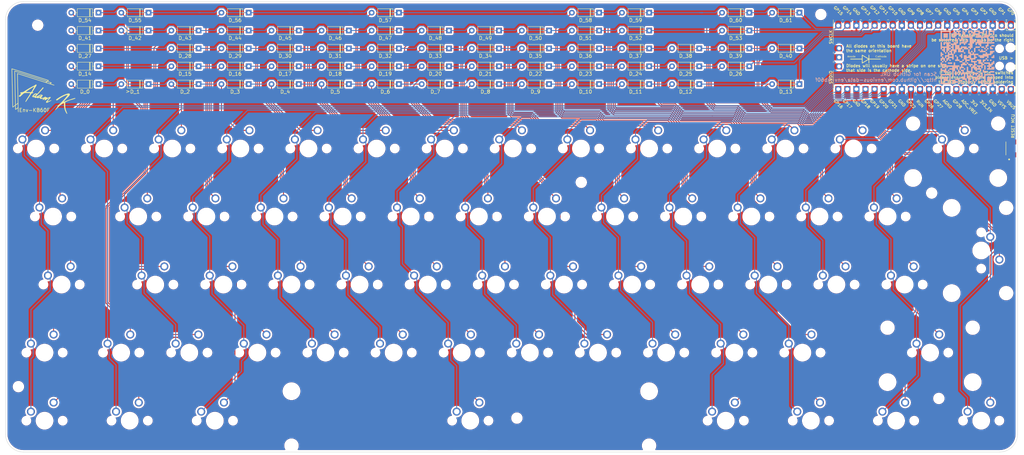
<source format=kicad_pcb>
(kicad_pcb (version 20171130) (host pcbnew "(5.1.9)-1")
  (layers (0 F.Cu signal) (31 B.Cu signal) (34 B.Paste user) (35 F.Paste user) (36 B.SilkS user) (37 F.SilkS user) (38 B.Mask user) (39 F.Mask user) (44 Edge.Cuts user))
  (net 0 "")
  (net 1 col0)
  (net 2 col1)
  (net 3 col2)
  (net 4 col3)
  (net 5 col4)
  (net 6 col5)
  (net 7 col6)
  (net 8 col7)
  (net 9 col8)
  (net 10 col9)
  (net 11 col10)
  (net 12 col11)
  (net 13 col12)
  (net 14 col13)
  (net 15 col14)
  (net 16 row0)
  (net 17 row1)
  (net 18 row2)
  (net 19 row3)
  (net 20 row4)
  (net 21 "Net-(D_0-Pad2)")
  (net 22 "Net-(D_1-Pad2)")
  (net 23 "Net-(D_2-Pad2)")
  (net 24 "Net-(D_3-Pad2)")
  (net 25 "Net-(D_4-Pad2)")
  (net 26 "Net-(D_5-Pad2)")
  (net 27 "Net-(D_6-Pad2)")
  (net 28 "Net-(D_7-Pad2)")
  (net 29 "Net-(D_8-Pad2)")
  (net 30 "Net-(D_9-Pad2)")
  (net 31 "Net-(D_10-Pad2)")
  (net 32 "Net-(D_11-Pad2)")
  (net 33 "Net-(D_12-Pad2)")
  (net 34 "Net-(D_13-Pad2)")
  (net 35 "Net-(D_14-Pad2)")
  (net 36 "Net-(D_15-Pad2)")
  (net 37 "Net-(D_16-Pad2)")
  (net 38 "Net-(D_17-Pad2)")
  (net 39 "Net-(D_18-Pad2)")
  (net 40 "Net-(D_19-Pad2)")
  (net 41 "Net-(D_20-Pad2)")
  (net 42 "Net-(D_21-Pad2)")
  (net 43 "Net-(D_22-Pad2)")
  (net 44 "Net-(D_23-Pad2)")
  (net 45 "Net-(D_24-Pad2)")
  (net 46 "Net-(D_25-Pad2)")
  (net 47 "Net-(D_26-Pad2)")
  (net 48 "Net-(D_28-Pad2)")
  (net 49 "Net-(D_29-Pad2)")
  (net 50 "Net-(D_30-Pad2)")
  (net 51 "Net-(D_31-Pad2)")
  (net 52 "Net-(D_32-Pad2)")
  (net 53 "Net-(D_33-Pad2)")
  (net 54 "Net-(D_34-Pad2)")
  (net 55 "Net-(D_35-Pad2)")
  (net 56 "Net-(D_36-Pad2)")
  (net 57 "Net-(D_37-Pad2)")
  (net 58 "Net-(D_38-Pad2)")
  (net 59 "Net-(D_39-Pad2)")
  (net 60 "Net-(D_40-Pad2)")
  (net 61 "Net-(D_27-Pad2)")
  (net 62 "Net-(D_41-Pad2)")
  (net 63 "Net-(D_42-Pad2)")
  (net 64 "Net-(D_43-Pad2)")
  (net 65 "Net-(D_44-Pad2)")
  (net 66 "Net-(D_45-Pad2)")
  (net 67 "Net-(D_46-Pad2)")
  (net 68 "Net-(D_47-Pad2)")
  (net 69 "Net-(D_48-Pad2)")
  (net 70 "Net-(D_49-Pad2)")
  (net 71 "Net-(D_50-Pad2)")
  (net 72 "Net-(D_51-Pad2)")
  (net 73 "Net-(D_52-Pad2)")
  (net 74 "Net-(D_53-Pad2)")
  (net 75 "Net-(D_54-Pad2)")
  (net 76 "Net-(D_55-Pad2)")
  (net 77 "Net-(D_56-Pad2)")
  (net 78 "Net-(D_57-Pad2)")
  (net 79 "Net-(D_58-Pad2)")
  (net 80 "Net-(D_59-Pad2)")
  (net 81 "Net-(D_60-Pad2)")
  (net 82 "Net-(D_61-Pad2)")
  (net 83 "Net-(U1-Pad43)")
  (net 84 "Net-(U1-Pad42)")
  (net 85 "Net-(U1-Pad41)")
  (net 86 "Net-(U1-Pad33)")
  (net 87 "Net-(U1-Pad34)")
  (net 88 "Net-(U1-Pad35)")
  (net 89 "Net-(U1-Pad36)")
  (net 90 "Net-(U1-Pad37)")
  (net 91 "Net-(U1-Pad39)")
  (net 92 "Net-(U1-Pad40)")
  (net 93 "Net-(U1-Pad6)")
  (net 94 "Net-(U1-Pad5)")
  (net 95 "Net-(U1-Pad4)")
  (net 96 "Net-(U1-Pad2)")
  (net 97 "Net-(U1-Pad1)")
  (net 98 GND)
  (net 99 RUNPIN)
  (module AKLogo:githubqrcode (layer B.Cu) (at 346 49)
    (fp_text reference G*** hide)
    (fp_text value LOGO hide)
  )
  (module PanasonicEVQ-P7A01P:Panasonic-EVQ-P7A01P-0-0-MFG (layer F.Cu) (at 358.7 74.5 90)
    (fp_text reference SW1)
    (fp_text value EVQ-P7A01P)
    (pad 2' smd rect (at 1.8 0.4 90) (size 1.4 1.05) (layers F.Cu F.Paste F.Mask) (net 98 GND))
    (pad 2 smd rect (at -1.8 0.4 90) (size 1.4 1.05) (layers F.Cu F.Paste F.Mask) (net 98 GND))
    (pad 1' smd rect (at 1.8 -1.05 90) (size 1.4 1.05) (layers F.Cu F.Paste F.Mask) (net 99 RUNPIN))
    (pad 1 smd rect (at -1.8 -1.05 90) (size 1.4 1.05) (layers F.Cu F.Paste F.Mask) (net 99 RUNPIN))
  )
  (module AKLogo:diode (layer F.Cu) (at 317.5 49.5)
    (fp_text reference G*** hide)
    (fp_text value LOGO hide)
  )
  (module MountingHole:MountingHole_2.2mm_M2 (layer F.Cu) (at 305 37)
    (fp_text reference H7)
    (fp_text value MountingHole)
    (pad 1 np_thru_hole circle (at 0 0) (size 2.2 2.2) (drill 2.2) (layers *.Cu *.Mask))
  )
  (module MountingHole:MountingHole_2.2mm_M2 (layer F.Cu) (at 336 87)
    (fp_text reference H6)
    (fp_text value MountingHole)
    (pad 1 np_thru_hole circle (at 0 0) (size 2.2 2.2) (drill 2.2) (layers *.Cu *.Mask))
  )
  (module MountingHole:MountingHole_2.2mm_M2 (layer F.Cu) (at 238 84)
    (fp_text reference H5)
    (fp_text value MountingHole)
    (pad 1 np_thru_hole circle (at 0 0) (size 2.2 2.2) (drill 2.2) (layers *.Cu *.Mask))
  )
  (module MountingHole:MountingHole_2.2mm_M2 (layer F.Cu) (at 80.6 141.2)
    (fp_text reference H4)
    (fp_text value MountingHole)
    (pad 1 np_thru_hole circle (at 0 0) (size 2.2 2.2) (drill 2.2) (layers *.Cu *.Mask))
  )
  (module MountingHole:MountingHole_2.2mm_M2 (layer F.Cu) (at 338 144.5)
    (fp_text reference H3)
    (fp_text value MountingHole)
    (pad 1 np_thru_hole circle (at 0 0) (size 2.2 2.2) (drill 2.2) (layers *.Cu *.Mask))
  )
  (module MountingHole:MountingHole_2.2mm_M2 (layer F.Cu) (at 86 40)
    (fp_text reference H2)
    (fp_text value MountingHole)
    (pad 1 np_thru_hole circle (at 0 0) (size 2.2 2.2) (drill 2.2) (layers *.Cu *.Mask))
  )
  (module MountingHole:MountingHole_2.2mm_M2 (layer F.Cu) (at 220 150)
    (fp_text reference H1)
    (fp_text value MountingHole)
    (pad 1 np_thru_hole circle (at 0 0) (size 2.2 2.2) (drill 2.2) (layers *.Cu *.Mask))
  )
  (module AKLogo:logo (layer F.Cu) (at 87.75 58.75)
    (fp_text reference G*** hide)
    (fp_text value LOGO hide)
  )
  (module MCU_RaspberryPi_and_Boards:RPi_Pico_SMD_TH (layer F.Cu) (at 334 49 270)
    (fp_text reference U1)
    (fp_text value Pico)
    (fp_text user SWDIO (at 5.6 26.2 90) (layer F.SilkS) (effects (font (size 0.8 0.8))))
    (fp_text user SWCLK (at -5.7 26.2 90) (layer F.SilkS) (effects (font (size 0.8 0.8))))
    (fp_text user AGND (at 13.054 -6.35 135) (layer F.SilkS) (effects (font (size 0.8 0.8))))
    (fp_text user GND (at 12.8 -19.05 135) (layer F.SilkS) (effects (font (size 0.8 0.8))))
    (fp_text user GND (at 12.8 6.35 135) (layer F.SilkS) (effects (font (size 0.8 0.8))))
    (fp_text user GND (at 12.8 19.05 135) (layer F.SilkS) (effects (font (size 0.8 0.8))))
    (fp_text user GND (at -12.8 19.05 135) (layer F.SilkS) (effects (font (size 0.8 0.8))))
    (fp_text user GND (at -12.8 6.35 135) (layer F.SilkS) (effects (font (size 0.8 0.8))))
    (fp_text user GND (at -12.8 -6.35 135) (layer F.SilkS) (effects (font (size 0.8 0.8))))
    (fp_text user GND (at -12.8 -19.05 135) (layer F.SilkS) (effects (font (size 0.8 0.8))))
    (fp_text user VBUS (at 13.3 -24.2 135) (layer F.SilkS) (effects (font (size 0.8 0.8))))
    (fp_text user VSYS (at 13.2 -21.59 135) (layer F.SilkS) (effects (font (size 0.8 0.8))))
    (fp_text user 3V3_EN (at 13.7 -17.2 135) (layer F.SilkS) (effects (font (size 0.8 0.8))))
    (fp_text user 3V3 (at 12.9 -13.9 135) (layer F.SilkS) (effects (font (size 0.8 0.8))))
    (fp_text user ADC_VREF (at 14 -12.5 135) (layer F.SilkS) (effects (font (size 0.8 0.8))))
    (fp_text user GP28 (at 13.054 -9.144 135) (layer F.SilkS) (effects (font (size 0.8 0.8))))
    (fp_text user GP27 (at 13.054 -3.8 135) (layer F.SilkS) (effects (font (size 0.8 0.8))))
    (fp_text user GP26 (at 13.054 -1.27 135) (layer F.SilkS) (effects (font (size 0.8 0.8))))
    (fp_text user RUN (at 13 1.27 135) (layer F.SilkS) (effects (font (size 0.8 0.8))))
    (fp_text user GP22 (at 13.054 3.81 135) (layer F.SilkS) (effects (font (size 0.8 0.8))))
    (fp_text user GP21 (at 13.054 8.9 135) (layer F.SilkS) (effects (font (size 0.8 0.8))))
    (fp_text user GP20 (at 13.054 11.43 135) (layer F.SilkS) (effects (font (size 0.8 0.8))))
    (fp_text user GP19 (at 13.054 13.97 135) (layer F.SilkS) (effects (font (size 0.8 0.8))))
    (fp_text user GP18 (at 13.054 16.51 135) (layer F.SilkS) (effects (font (size 0.8 0.8))))
    (fp_text user GP17 (at 13.054 21.59 135) (layer F.SilkS) (effects (font (size 0.8 0.8))))
    (fp_text user GP16 (at 13.054 24.13 135) (layer F.SilkS) (effects (font (size 0.8 0.8))))
    (fp_text user GP15 (at -13.054 24.13 135) (layer F.SilkS) (effects (font (size 0.8 0.8))))
    (fp_text user GP14 (at -13.1 21.59 135) (layer F.SilkS) (effects (font (size 0.8 0.8))))
    (fp_text user GP13 (at -13.054 16.51 135) (layer F.SilkS) (effects (font (size 0.8 0.8))))
    (fp_text user GP12 (at -13.2 13.97 135) (layer F.SilkS) (effects (font (size 0.8 0.8))))
    (fp_text user GP11 (at -13.2 11.43 135) (layer F.SilkS) (effects (font (size 0.8 0.8))))
    (fp_text user GP10 (at -13.054 8.89 135) (layer F.SilkS) (effects (font (size 0.8 0.8))))
    (fp_text user GP9 (at -12.8 3.81 135) (layer F.SilkS) (effects (font (size 0.8 0.8))))
    (fp_text user GP8 (at -12.8 1.27 135) (layer F.SilkS) (effects (font (size 0.8 0.8))))
    (fp_text user GP7 (at -12.7 -1.3 135) (layer F.SilkS) (effects (font (size 0.8 0.8))))
    (fp_text user GP6 (at -12.8 -3.81 135) (layer F.SilkS) (effects (font (size 0.8 0.8))))
    (fp_text user GP5 (at -12.8 -8.89 135) (layer F.SilkS) (effects (font (size 0.8 0.8))))
    (fp_text user GP4 (at -12.8 -11.43 135) (layer F.SilkS) (effects (font (size 0.8 0.8))))
    (fp_text user GP3 (at -12.8 -13.97 135) (layer F.SilkS) (effects (font (size 0.8 0.8))))
    (fp_text user GP0 (at -12.8 -24.13 135) (layer F.SilkS) (effects (font (size 0.8 0.8))))
    (fp_text user GP2 (at -12.9 -16.51 135) (layer F.SilkS) (effects (font (size 0.8 0.8))))
    (fp_text user GP1 (at -12.9 -21.6 135) (layer F.SilkS) (effects (font (size 0.8 0.8))))
    (pad 43 thru_hole oval (at 2.54 23.9 270) (size 1.7 1.7) (drill 1.02) (layers *.Cu *.Mask) (net 83 "Net-(U1-Pad43)"))
    (pad 43 smd rect (at 2.54 23.9) (size 3.5 1.7) (drill (offset -0.9 0)) (layers F.Cu F.Mask) (net 83 "Net-(U1-Pad43)"))
    (pad 42 thru_hole rect (at 0 23.9 270) (size 1.7 1.7) (drill 1.02) (layers *.Cu *.Mask) (net 84 "Net-(U1-Pad42)"))
    (pad 42 smd rect (at 0 23.9) (size 3.5 1.7) (drill (offset -0.9 0)) (layers F.Cu F.Mask) (net 84 "Net-(U1-Pad42)"))
    (pad 41 thru_hole oval (at -2.54 23.9 270) (size 1.7 1.7) (drill 1.02) (layers *.Cu *.Mask) (net 85 "Net-(U1-Pad41)"))
    (pad 41 smd rect (at -2.54 23.9) (size 3.5 1.7) (drill (offset -0.9 0)) (layers F.Cu F.Mask) (net 85 "Net-(U1-Pad41)"))
    (pad "" np_thru_hole oval (at 2.425 -20.97 270) (size 1.5 1.5) (drill 1.5) (layers *.Cu *.Mask))
    (pad "" np_thru_hole oval (at -2.425 -20.97 270) (size 1.5 1.5) (drill 1.5) (layers *.Cu *.Mask))
    (pad "" np_thru_hole oval (at 2.725 -24 270) (size 1.8 1.8) (drill 1.8) (layers *.Cu *.Mask))
    (pad "" np_thru_hole oval (at -2.725 -24 270) (size 1.8 1.8) (drill 1.8) (layers *.Cu *.Mask))
    (pad 21 smd rect (at 8.89 24.13 270) (size 3.5 1.7) (drill (offset 0.9 0)) (layers F.Cu F.Mask) (net 7 col6))
    (pad 22 smd rect (at 8.89 21.59 270) (size 3.5 1.7) (drill (offset 0.9 0)) (layers F.Cu F.Mask) (net 8 col7))
    (pad 23 smd rect (at 8.89 19.05 270) (size 3.5 1.7) (drill (offset 0.9 0)) (layers F.Cu F.Mask) (net 98 GND))
    (pad 24 smd rect (at 8.89 16.51 270) (size 3.5 1.7) (drill (offset 0.9 0)) (layers F.Cu F.Mask) (net 9 col8))
    (pad 25 smd rect (at 8.89 13.97 270) (size 3.5 1.7) (drill (offset 0.9 0)) (layers F.Cu F.Mask) (net 10 col9))
    (pad 26 smd rect (at 8.89 11.43 270) (size 3.5 1.7) (drill (offset 0.9 0)) (layers F.Cu F.Mask) (net 11 col10))
    (pad 27 smd rect (at 8.89 8.89 270) (size 3.5 1.7) (drill (offset 0.9 0)) (layers F.Cu F.Mask) (net 12 col11))
    (pad 28 smd rect (at 8.89 6.35 270) (size 3.5 1.7) (drill (offset 0.9 0)) (layers F.Cu F.Mask) (net 98 GND))
    (pad 29 smd rect (at 8.89 3.81 270) (size 3.5 1.7) (drill (offset 0.9 0)) (layers F.Cu F.Mask) (net 13 col12))
    (pad 30 smd rect (at 8.89 1.27 270) (size 3.5 1.7) (drill (offset 0.9 0)) (layers F.Cu F.Mask) (net 99 RUNPIN))
    (pad 31 smd rect (at 8.89 -1.27 270) (size 3.5 1.7) (drill (offset 0.9 0)) (layers F.Cu F.Mask) (net 14 col13))
    (pad 32 smd rect (at 8.89 -3.81 270) (size 3.5 1.7) (drill (offset 0.9 0)) (layers F.Cu F.Mask) (net 15 col14))
    (pad 33 smd rect (at 8.89 -6.35 270) (size 3.5 1.7) (drill (offset 0.9 0)) (layers F.Cu F.Mask) (net 86 "Net-(U1-Pad33)"))
    (pad 34 smd rect (at 8.89 -8.89 270) (size 3.5 1.7) (drill (offset 0.9 0)) (layers F.Cu F.Mask) (net 87 "Net-(U1-Pad34)"))
    (pad 35 smd rect (at 8.89 -11.43 270) (size 3.5 1.7) (drill (offset 0.9 0)) (layers F.Cu F.Mask) (net 88 "Net-(U1-Pad35)"))
    (pad 36 smd rect (at 8.89 -13.97 270) (size 3.5 1.7) (drill (offset 0.9 0)) (layers F.Cu F.Mask) (net 89 "Net-(U1-Pad36)"))
    (pad 37 smd rect (at 8.89 -16.51 270) (size 3.5 1.7) (drill (offset 0.9 0)) (layers F.Cu F.Mask) (net 90 "Net-(U1-Pad37)"))
    (pad 38 smd rect (at 8.89 -19.05 270) (size 3.5 1.7) (drill (offset 0.9 0)) (layers F.Cu F.Mask) (net 98 GND))
    (pad 39 smd rect (at 8.89 -21.59 270) (size 3.5 1.7) (drill (offset 0.9 0)) (layers F.Cu F.Mask) (net 91 "Net-(U1-Pad39)"))
    (pad 40 smd rect (at 8.89 -24.13 270) (size 3.5 1.7) (drill (offset 0.9 0)) (layers F.Cu F.Mask) (net 92 "Net-(U1-Pad40)"))
    (pad 20 smd rect (at -8.89 24.13 270) (size 3.5 1.7) (drill (offset -0.9 0)) (layers F.Cu F.Mask) (net 20 row4))
    (pad 19 smd rect (at -8.89 21.59 270) (size 3.5 1.7) (drill (offset -0.9 0)) (layers F.Cu F.Mask) (net 19 row3))
    (pad 18 smd rect (at -8.89 19.05 270) (size 3.5 1.7) (drill (offset -0.9 0)) (layers F.Cu F.Mask) (net 98 GND))
    (pad 17 smd rect (at -8.89 16.51 270) (size 3.5 1.7) (drill (offset -0.9 0)) (layers F.Cu F.Mask) (net 18 row2))
    (pad 16 smd rect (at -8.89 13.97 270) (size 3.5 1.7) (drill (offset -0.9 0)) (layers F.Cu F.Mask) (net 17 row1))
    (pad 15 smd rect (at -8.89 11.43 270) (size 3.5 1.7) (drill (offset -0.9 0)) (layers F.Cu F.Mask) (net 16 row0))
    (pad 14 smd rect (at -8.89 8.89 270) (size 3.5 1.7) (drill (offset -0.9 0)) (layers F.Cu F.Mask) (net 1 col0))
    (pad 13 smd rect (at -8.89 6.35 270) (size 3.5 1.7) (drill (offset -0.9 0)) (layers F.Cu F.Mask) (net 98 GND))
    (pad 12 smd rect (at -8.89 3.81 270) (size 3.5 1.7) (drill (offset -0.9 0)) (layers F.Cu F.Mask) (net 2 col1))
    (pad 11 smd rect (at -8.89 1.27 270) (size 3.5 1.7) (drill (offset -0.9 0)) (layers F.Cu F.Mask) (net 3 col2))
    (pad 10 smd rect (at -8.89 -1.27 270) (size 3.5 1.7) (drill (offset -0.9 0)) (layers F.Cu F.Mask) (net 4 col3))
    (pad 9 smd rect (at -8.89 -3.81 270) (size 3.5 1.7) (drill (offset -0.9 0)) (layers F.Cu F.Mask) (net 5 col4))
    (pad 8 smd rect (at -8.89 -6.35 270) (size 3.5 1.7) (drill (offset -0.9 0)) (layers F.Cu F.Mask) (net 98 GND))
    (pad 7 smd rect (at -8.89 -8.89 270) (size 3.5 1.7) (drill (offset -0.9 0)) (layers F.Cu F.Mask) (net 6 col5))
    (pad 6 smd rect (at -8.89 -11.43 270) (size 3.5 1.7) (drill (offset -0.9 0)) (layers F.Cu F.Mask) (net 93 "Net-(U1-Pad6)"))
    (pad 5 smd rect (at -8.89 -13.97 270) (size 3.5 1.7) (drill (offset -0.9 0)) (layers F.Cu F.Mask) (net 94 "Net-(U1-Pad5)"))
    (pad 4 smd rect (at -8.89 -16.51 270) (size 3.5 1.7) (drill (offset -0.9 0)) (layers F.Cu F.Mask) (net 95 "Net-(U1-Pad4)"))
    (pad 3 smd rect (at -8.89 -19.05 270) (size 3.5 1.7) (drill (offset -0.9 0)) (layers F.Cu F.Mask) (net 98 GND))
    (pad 2 smd rect (at -8.89 -21.59 270) (size 3.5 1.7) (drill (offset -0.9 0)) (layers F.Cu F.Mask) (net 96 "Net-(U1-Pad2)"))
    (pad 1 smd rect (at -8.89 -24.13 270) (size 3.5 1.7) (drill (offset -0.9 0)) (layers F.Cu F.Mask) (net 97 "Net-(U1-Pad1)"))
    (pad 40 thru_hole oval (at 8.89 -24.13 270) (size 1.7 1.7) (drill 1.02) (layers *.Cu *.Mask) (net 92 "Net-(U1-Pad40)"))
    (pad 39 thru_hole oval (at 8.89 -21.59 270) (size 1.7 1.7) (drill 1.02) (layers *.Cu *.Mask) (net 91 "Net-(U1-Pad39)"))
    (pad 38 thru_hole rect (at 8.89 -19.05 270) (size 1.7 1.7) (drill 1.02) (layers *.Cu *.Mask) (net 98 GND))
    (pad 37 thru_hole oval (at 8.89 -16.51 270) (size 1.7 1.7) (drill 1.02) (layers *.Cu *.Mask) (net 90 "Net-(U1-Pad37)"))
    (pad 36 thru_hole oval (at 8.89 -13.97 270) (size 1.7 1.7) (drill 1.02) (layers *.Cu *.Mask) (net 89 "Net-(U1-Pad36)"))
    (pad 35 thru_hole oval (at 8.89 -11.43 270) (size 1.7 1.7) (drill 1.02) (layers *.Cu *.Mask) (net 88 "Net-(U1-Pad35)"))
    (pad 34 thru_hole oval (at 8.89 -8.89 270) (size 1.7 1.7) (drill 1.02) (layers *.Cu *.Mask) (net 87 "Net-(U1-Pad34)"))
    (pad 33 thru_hole rect (at 8.89 -6.35 270) (size 1.7 1.7) (drill 1.02) (layers *.Cu *.Mask) (net 86 "Net-(U1-Pad33)"))
    (pad 32 thru_hole oval (at 8.89 -3.81 270) (size 1.7 1.7) (drill 1.02) (layers *.Cu *.Mask) (net 15 col14))
    (pad 31 thru_hole oval (at 8.89 -1.27 270) (size 1.7 1.7) (drill 1.02) (layers *.Cu *.Mask) (net 14 col13))
    (pad 30 thru_hole oval (at 8.89 1.27 270) (size 1.7 1.7) (drill 1.02) (layers *.Cu *.Mask) (net 99 RUNPIN))
    (pad 29 thru_hole oval (at 8.89 3.81 270) (size 1.7 1.7) (drill 1.02) (layers *.Cu *.Mask) (net 13 col12))
    (pad 28 thru_hole rect (at 8.89 6.35 270) (size 1.7 1.7) (drill 1.02) (layers *.Cu *.Mask) (net 98 GND))
    (pad 27 thru_hole oval (at 8.89 8.89 270) (size 1.7 1.7) (drill 1.02) (layers *.Cu *.Mask) (net 12 col11))
    (pad 26 thru_hole oval (at 8.89 11.43 270) (size 1.7 1.7) (drill 1.02) (layers *.Cu *.Mask) (net 11 col10))
    (pad 25 thru_hole oval (at 8.89 13.97 270) (size 1.7 1.7) (drill 1.02) (layers *.Cu *.Mask) (net 10 col9))
    (pad 24 thru_hole oval (at 8.89 16.51 270) (size 1.7 1.7) (drill 1.02) (layers *.Cu *.Mask) (net 9 col8))
    (pad 23 thru_hole rect (at 8.89 19.05 270) (size 1.7 1.7) (drill 1.02) (layers *.Cu *.Mask) (net 98 GND))
    (pad 22 thru_hole oval (at 8.89 21.59 270) (size 1.7 1.7) (drill 1.02) (layers *.Cu *.Mask) (net 8 col7))
    (pad 21 thru_hole oval (at 8.89 24.13 270) (size 1.7 1.7) (drill 1.02) (layers *.Cu *.Mask) (net 7 col6))
    (pad 20 thru_hole oval (at -8.89 24.13 270) (size 1.7 1.7) (drill 1.02) (layers *.Cu *.Mask) (net 20 row4))
    (pad 19 thru_hole oval (at -8.89 21.59 270) (size 1.7 1.7) (drill 1.02) (layers *.Cu *.Mask) (net 19 row3))
    (pad 18 thru_hole rect (at -8.89 19.05 270) (size 1.7 1.7) (drill 1.02) (layers *.Cu *.Mask) (net 98 GND))
    (pad 17 thru_hole oval (at -8.89 16.51 270) (size 1.7 1.7) (drill 1.02) (layers *.Cu *.Mask) (net 18 row2))
    (pad 16 thru_hole oval (at -8.89 13.97 270) (size 1.7 1.7) (drill 1.02) (layers *.Cu *.Mask) (net 17 row1))
    (pad 15 thru_hole oval (at -8.89 11.43 270) (size 1.7 1.7) (drill 1.02) (layers *.Cu *.Mask) (net 16 row0))
    (pad 14 thru_hole oval (at -8.89 8.89 270) (size 1.7 1.7) (drill 1.02) (layers *.Cu *.Mask) (net 1 col0))
    (pad 13 thru_hole rect (at -8.89 6.35 270) (size 1.7 1.7) (drill 1.02) (layers *.Cu *.Mask) (net 98 GND))
    (pad 12 thru_hole oval (at -8.89 3.81 270) (size 1.7 1.7) (drill 1.02) (layers *.Cu *.Mask) (net 2 col1))
    (pad 11 thru_hole oval (at -8.89 1.27 270) (size 1.7 1.7) (drill 1.02) (layers *.Cu *.Mask) (net 3 col2))
    (pad 10 thru_hole oval (at -8.89 -1.27 270) (size 1.7 1.7) (drill 1.02) (layers *.Cu *.Mask) (net 4 col3))
    (pad 9 thru_hole oval (at -8.89 -3.81 270) (size 1.7 1.7) (drill 1.02) (layers *.Cu *.Mask) (net 5 col4))
    (pad 8 thru_hole rect (at -8.89 -6.35 270) (size 1.7 1.7) (drill 1.02) (layers *.Cu *.Mask) (net 98 GND))
    (pad 7 thru_hole oval (at -8.89 -8.89 270) (size 1.7 1.7) (drill 1.02) (layers *.Cu *.Mask) (net 6 col5))
    (pad 6 thru_hole oval (at -8.89 -11.43 270) (size 1.7 1.7) (drill 1.02) (layers *.Cu *.Mask) (net 93 "Net-(U1-Pad6)"))
    (pad 5 thru_hole oval (at -8.89 -13.97 270) (size 1.7 1.7) (drill 1.02) (layers *.Cu *.Mask) (net 94 "Net-(U1-Pad5)"))
    (pad 4 thru_hole oval (at -8.89 -16.51 270) (size 1.7 1.7) (drill 1.02) (layers *.Cu *.Mask) (net 95 "Net-(U1-Pad4)"))
    (pad 3 thru_hole rect (at -8.89 -19.05 270) (size 1.7 1.7) (drill 1.02) (layers *.Cu *.Mask) (net 98 GND))
    (pad 2 thru_hole oval (at -8.89 -21.59 270) (size 1.7 1.7) (drill 1.02) (layers *.Cu *.Mask) (net 96 "Net-(U1-Pad2)"))
    (pad 1 thru_hole oval (at -8.89 -24.13 270) (size 1.7 1.7) (drill 1.02) (layers *.Cu *.Mask) (net 97 "Net-(U1-Pad1)"))
  )
  (module MX_Only:MXOnly-1U-NoLED (layer F.Cu) (at 218.875 74.525)
    (fp_text reference K_7)
    (fp_text value KEYSW)
    (pad 2 thru_hole circle (at 2.54 -5.08) (size 2.25 2.25) (drill 1.47) (layers *.Cu B.Mask) (net 28 "Net-(D_7-Pad2)"))
    (pad "" np_thru_hole circle (at 0 0) (size 3.9878 3.9878) (drill 3.9878) (layers *.Cu *.Mask))
    (pad 1 thru_hole circle (at -3.81 -2.54) (size 2.25 2.25) (drill 1.47) (layers *.Cu B.Mask) (net 8 col7))
    (pad "" np_thru_hole circle (at -5.08 0 48.0996) (size 1.75 1.75) (drill 1.75) (layers *.Cu *.Mask))
    (pad "" np_thru_hole circle (at 5.08 0 48.0996) (size 1.75 1.75) (drill 1.75) (layers *.Cu *.Mask))
  )
  (module Diode_THT:D_DO-35_SOD27_P7.62mm_Horizontal (layer F.Cu) (at 285 36.5 180)
    (fp_text reference D_60 (at 3.81 -2.12) (layer F.SilkS))
    (fp_text value D)
    (pad 2 thru_hole oval (at 7.62 0 180) (size 1.6 1.6) (drill 0.8) (layers *.Cu *.Mask) (net 81 "Net-(D_60-Pad2)"))
    (pad 1 thru_hole rect (at 0 0 180) (size 1.6 1.6) (drill 0.8) (layers *.Cu *.Mask) (net 20 row4))
  )
  (module Diode_THT:D_DO-35_SOD27_P7.62mm_Horizontal (layer F.Cu) (at 257 36.5 180)
    (fp_text reference D_59 (at 3.81 -2.12) (layer F.SilkS))
    (fp_text value D)
    (pad 2 thru_hole oval (at 7.62 0 180) (size 1.6 1.6) (drill 0.8) (layers *.Cu *.Mask) (net 80 "Net-(D_59-Pad2)"))
    (pad 1 thru_hole rect (at 0 0 180) (size 1.6 1.6) (drill 0.8) (layers *.Cu *.Mask) (net 20 row4))
  )
  (module Diode_THT:D_DO-35_SOD27_P7.62mm_Horizontal (layer F.Cu) (at 145 36.5 180)
    (fp_text reference D_56 (at 3.81 -2.12) (layer F.SilkS))
    (fp_text value D)
    (pad 2 thru_hole oval (at 7.62 0 180) (size 1.6 1.6) (drill 0.8) (layers *.Cu *.Mask) (net 77 "Net-(D_56-Pad2)"))
    (pad 1 thru_hole rect (at 0 0 180) (size 1.6 1.6) (drill 0.8) (layers *.Cu *.Mask) (net 20 row4))
  )
  (module Diode_THT:D_DO-35_SOD27_P7.62mm_Horizontal (layer F.Cu) (at 117 36.5 180)
    (fp_text reference D_55 (at 3.81 -2.12) (layer F.SilkS))
    (fp_text value D)
    (pad 2 thru_hole oval (at 7.62 0 180) (size 1.6 1.6) (drill 0.8) (layers *.Cu *.Mask) (net 76 "Net-(D_55-Pad2)"))
    (pad 1 thru_hole rect (at 0 0 180) (size 1.6 1.6) (drill 0.8) (layers *.Cu *.Mask) (net 20 row4))
  )
  (module Diode_THT:D_DO-35_SOD27_P7.62mm_Horizontal (layer F.Cu) (at 103 36.5 180)
    (fp_text reference D_54 (at 3.81 -2.12) (layer F.SilkS))
    (fp_text value D)
    (pad 2 thru_hole oval (at 7.62 0 180) (size 1.6 1.6) (drill 0.8) (layers *.Cu *.Mask) (net 75 "Net-(D_54-Pad2)"))
    (pad 1 thru_hole rect (at 0 0 180) (size 1.6 1.6) (drill 0.8) (layers *.Cu *.Mask) (net 20 row4))
  )
  (module Diode_THT:D_DO-35_SOD27_P7.62mm_Horizontal (layer F.Cu) (at 299 36.5 180)
    (fp_text reference D_61 (at 3.81 -2.12) (layer F.SilkS))
    (fp_text value D)
    (pad 2 thru_hole oval (at 7.62 0 180) (size 1.6 1.6) (drill 0.8) (layers *.Cu *.Mask) (net 82 "Net-(D_61-Pad2)"))
    (pad 1 thru_hole rect (at 0 0 180) (size 1.6 1.6) (drill 0.8) (layers *.Cu *.Mask) (net 20 row4))
  )
  (module Diode_THT:D_DO-35_SOD27_P7.62mm_Horizontal (layer F.Cu) (at 257 41.5 180)
    (fp_text reference D_52 (at 3.81 -2.12) (layer F.SilkS))
    (fp_text value D)
    (pad 2 thru_hole oval (at 7.62 0 180) (size 1.6 1.6) (drill 0.8) (layers *.Cu *.Mask) (net 73 "Net-(D_52-Pad2)"))
    (pad 1 thru_hole rect (at 0 0 180) (size 1.6 1.6) (drill 0.8) (layers *.Cu *.Mask) (net 19 row3))
  )
  (module Diode_THT:D_DO-35_SOD27_P7.62mm_Horizontal (layer F.Cu) (at 243 41.5 180)
    (fp_text reference D_51 (at 3.81 -2.12) (layer F.SilkS))
    (fp_text value D)
    (pad 2 thru_hole oval (at 7.62 0 180) (size 1.6 1.6) (drill 0.8) (layers *.Cu *.Mask) (net 72 "Net-(D_51-Pad2)"))
    (pad 1 thru_hole rect (at 0 0 180) (size 1.6 1.6) (drill 0.8) (layers *.Cu *.Mask) (net 19 row3))
  )
  (module Diode_THT:D_DO-35_SOD27_P7.62mm_Horizontal (layer F.Cu) (at 285 41.5 180)
    (fp_text reference D_53 (at 3.81 -2.12) (layer F.SilkS))
    (fp_text value D)
    (pad 2 thru_hole oval (at 7.62 0 180) (size 1.6 1.6) (drill 0.8) (layers *.Cu *.Mask) (net 74 "Net-(D_53-Pad2)"))
    (pad 1 thru_hole rect (at 0 0 180) (size 1.6 1.6) (drill 0.8) (layers *.Cu *.Mask) (net 19 row3))
  )
  (module Diode_THT:D_DO-35_SOD27_P7.62mm_Horizontal (layer F.Cu) (at 229 41.5 180)
    (fp_text reference D_50 (at 3.81 -2.12) (layer F.SilkS))
    (fp_text value D)
    (pad 1 thru_hole rect (at 0 0 180) (size 1.6 1.6) (drill 0.8) (layers *.Cu *.Mask) (net 19 row3))
    (pad 2 thru_hole oval (at 7.62 0 180) (size 1.6 1.6) (drill 0.8) (layers *.Cu *.Mask) (net 71 "Net-(D_50-Pad2)"))
  )
  (module Diode_THT:D_DO-35_SOD27_P7.62mm_Horizontal (layer F.Cu) (at 215 41.5 180)
    (fp_text reference D_49 (at 3.81 -2.12) (layer F.SilkS))
    (fp_text value D)
    (pad 2 thru_hole oval (at 7.62 0 180) (size 1.6 1.6) (drill 0.8) (layers *.Cu *.Mask) (net 70 "Net-(D_49-Pad2)"))
    (pad 1 thru_hole rect (at 0 0 180) (size 1.6 1.6) (drill 0.8) (layers *.Cu *.Mask) (net 19 row3))
  )
  (module Diode_THT:D_DO-35_SOD27_P7.62mm_Horizontal (layer F.Cu) (at 187 36.5 180)
    (fp_text reference D_57 (at 3.81 -2.12) (layer F.SilkS))
    (fp_text value D)
    (pad 2 thru_hole oval (at 7.62 0 180) (size 1.6 1.6) (drill 0.8) (layers *.Cu *.Mask) (net 78 "Net-(D_57-Pad2)"))
    (pad 1 thru_hole rect (at 0 0 180) (size 1.6 1.6) (drill 0.8) (layers *.Cu *.Mask) (net 20 row4))
  )
  (module Diode_THT:D_DO-35_SOD27_P7.62mm_Horizontal (layer F.Cu) (at 243 36.5 180)
    (fp_text reference D_58 (at 3.81 -2.12) (layer F.SilkS))
    (fp_text value D)
    (pad 2 thru_hole oval (at 7.62 0 180) (size 1.6 1.6) (drill 0.8) (layers *.Cu *.Mask) (net 79 "Net-(D_58-Pad2)"))
    (pad 1 thru_hole rect (at 0 0 180) (size 1.6 1.6) (drill 0.8) (layers *.Cu *.Mask) (net 20 row4))
  )
  (module Diode_THT:D_DO-35_SOD27_P7.62mm_Horizontal (layer F.Cu) (at 159 41.5 180)
    (fp_text reference D_45 (at 3.81 -2.12) (layer F.SilkS))
    (fp_text value D)
    (pad 2 thru_hole oval (at 7.62 0 180) (size 1.6 1.6) (drill 0.8) (layers *.Cu *.Mask) (net 66 "Net-(D_45-Pad2)"))
    (pad 1 thru_hole rect (at 0 0 180) (size 1.6 1.6) (drill 0.8) (layers *.Cu *.Mask) (net 19 row3))
  )
  (module Diode_THT:D_DO-35_SOD27_P7.62mm_Horizontal (layer F.Cu) (at 103 41.5 180)
    (fp_text reference D_41 (at 3.81 -2.12) (layer F.SilkS))
    (fp_text value D)
    (pad 2 thru_hole oval (at 7.62 0 180) (size 1.6 1.6) (drill 0.8) (layers *.Cu *.Mask) (net 62 "Net-(D_41-Pad2)"))
    (pad 1 thru_hole rect (at 0 0 180) (size 1.6 1.6) (drill 0.8) (layers *.Cu *.Mask) (net 19 row3))
  )
  (module Diode_THT:D_DO-35_SOD27_P7.62mm_Horizontal (layer F.Cu) (at 271 46.5 180)
    (fp_text reference D_38 (at 3.81 -2.12) (layer F.SilkS))
    (fp_text value D)
    (pad 2 thru_hole oval (at 7.62 0 180) (size 1.6 1.6) (drill 0.8) (layers *.Cu *.Mask) (net 58 "Net-(D_38-Pad2)"))
    (pad 1 thru_hole rect (at 0 0 180) (size 1.6 1.6) (drill 0.8) (layers *.Cu *.Mask) (net 18 row2))
  )
  (module Diode_THT:D_DO-35_SOD27_P7.62mm_Horizontal (layer F.Cu) (at 145 41.5 180)
    (fp_text reference D_44 (at 3.81 -2.12) (layer F.SilkS))
    (fp_text value D)
    (pad 2 thru_hole oval (at 7.62 0 180) (size 1.6 1.6) (drill 0.8) (layers *.Cu *.Mask) (net 65 "Net-(D_44-Pad2)"))
    (pad 1 thru_hole rect (at 0 0 180) (size 1.6 1.6) (drill 0.8) (layers *.Cu *.Mask) (net 19 row3))
  )
  (module Diode_THT:D_DO-35_SOD27_P7.62mm_Horizontal (layer F.Cu) (at 229 46.5 180)
    (fp_text reference D_35 (at 3.81 -2.12) (layer F.SilkS))
    (fp_text value D)
    (pad 1 thru_hole rect (at 0 0 180) (size 1.6 1.6) (drill 0.8) (layers *.Cu *.Mask) (net 18 row2))
    (pad 2 thru_hole oval (at 7.62 0 180) (size 1.6 1.6) (drill 0.8) (layers *.Cu *.Mask) (net 55 "Net-(D_35-Pad2)"))
  )
  (module Diode_THT:D_DO-35_SOD27_P7.62mm_Horizontal (layer F.Cu) (at 215 46.5 180)
    (fp_text reference D_34 (at 3.81 -2.12) (layer F.SilkS))
    (fp_text value D)
    (pad 2 thru_hole oval (at 7.62 0 180) (size 1.6 1.6) (drill 0.8) (layers *.Cu *.Mask) (net 54 "Net-(D_34-Pad2)"))
    (pad 1 thru_hole rect (at 0 0 180) (size 1.6 1.6) (drill 0.8) (layers *.Cu *.Mask) (net 18 row2))
  )
  (module Diode_THT:D_DO-35_SOD27_P7.62mm_Horizontal (layer F.Cu) (at 173 41.5 180)
    (fp_text reference D_46 (at 3.81 -2.12) (layer F.SilkS))
    (fp_text value D)
    (pad 2 thru_hole oval (at 7.62 0 180) (size 1.6 1.6) (drill 0.8) (layers *.Cu *.Mask) (net 67 "Net-(D_46-Pad2)"))
    (pad 1 thru_hole rect (at 0 0 180) (size 1.6 1.6) (drill 0.8) (layers *.Cu *.Mask) (net 19 row3))
  )
  (module Diode_THT:D_DO-35_SOD27_P7.62mm_Horizontal (layer F.Cu) (at 299 46.5 180)
    (fp_text reference D_40 (at 3.81 -2.12) (layer F.SilkS))
    (fp_text value D)
    (pad 2 thru_hole oval (at 7.62 0 180) (size 1.6 1.6) (drill 0.8) (layers *.Cu *.Mask) (net 60 "Net-(D_40-Pad2)"))
    (pad 1 thru_hole rect (at 0 0 180) (size 1.6 1.6) (drill 0.8) (layers *.Cu *.Mask) (net 18 row2))
  )
  (module Diode_THT:D_DO-35_SOD27_P7.62mm_Horizontal (layer F.Cu) (at 285 46.5 180)
    (fp_text reference D_39 (at 3.81 -2.12) (layer F.SilkS))
    (fp_text value D)
    (pad 2 thru_hole oval (at 7.62 0 180) (size 1.6 1.6) (drill 0.8) (layers *.Cu *.Mask) (net 59 "Net-(D_39-Pad2)"))
    (pad 1 thru_hole rect (at 0 0 180) (size 1.6 1.6) (drill 0.8) (layers *.Cu *.Mask) (net 18 row2))
  )
  (module Diode_THT:D_DO-35_SOD27_P7.62mm_Horizontal (layer F.Cu) (at 201 41.5 180)
    (fp_text reference D_48 (at 3.81 -2.12) (layer F.SilkS))
    (fp_text value D)
    (pad 2 thru_hole oval (at 7.62 0 180) (size 1.6 1.6) (drill 0.8) (layers *.Cu *.Mask) (net 69 "Net-(D_48-Pad2)"))
    (pad 1 thru_hole rect (at 0 0 180) (size 1.6 1.6) (drill 0.8) (layers *.Cu *.Mask) (net 19 row3))
  )
  (module Diode_THT:D_DO-35_SOD27_P7.62mm_Horizontal (layer F.Cu) (at 187 41.5 180)
    (fp_text reference D_47 (at 3.81 -2.12) (layer F.SilkS))
    (fp_text value D)
    (pad 2 thru_hole oval (at 7.62 0 180) (size 1.6 1.6) (drill 0.8) (layers *.Cu *.Mask) (net 68 "Net-(D_47-Pad2)"))
    (pad 1 thru_hole rect (at 0 0 180) (size 1.6 1.6) (drill 0.8) (layers *.Cu *.Mask) (net 19 row3))
  )
  (module Diode_THT:D_DO-35_SOD27_P7.62mm_Horizontal (layer F.Cu) (at 201 46.5 180)
    (fp_text reference D_33 (at 3.81 -2.12) (layer F.SilkS))
    (fp_text value D)
    (pad 2 thru_hole oval (at 7.62 0 180) (size 1.6 1.6) (drill 0.8) (layers *.Cu *.Mask) (net 53 "Net-(D_33-Pad2)"))
    (pad 1 thru_hole rect (at 0 0 180) (size 1.6 1.6) (drill 0.8) (layers *.Cu *.Mask) (net 18 row2))
  )
  (module Diode_THT:D_DO-35_SOD27_P7.62mm_Horizontal (layer F.Cu) (at 187 46.5 180)
    (fp_text reference D_32 (at 3.81 -2.12) (layer F.SilkS))
    (fp_text value D)
    (pad 2 thru_hole oval (at 7.62 0 180) (size 1.6 1.6) (drill 0.8) (layers *.Cu *.Mask) (net 52 "Net-(D_32-Pad2)"))
    (pad 1 thru_hole rect (at 0 0 180) (size 1.6 1.6) (drill 0.8) (layers *.Cu *.Mask) (net 18 row2))
  )
  (module Diode_THT:D_DO-35_SOD27_P7.62mm_Horizontal (layer F.Cu) (at 173 46.5 180)
    (fp_text reference D_31 (at 3.81 -2.12) (layer F.SilkS))
    (fp_text value D)
    (pad 2 thru_hole oval (at 7.62 0 180) (size 1.6 1.6) (drill 0.8) (layers *.Cu *.Mask) (net 51 "Net-(D_31-Pad2)"))
    (pad 1 thru_hole rect (at 0 0 180) (size 1.6 1.6) (drill 0.8) (layers *.Cu *.Mask) (net 18 row2))
  )
  (module Diode_THT:D_DO-35_SOD27_P7.62mm_Horizontal (layer F.Cu) (at 257 46.5 180)
    (fp_text reference D_37 (at 3.81 -2.12) (layer F.SilkS))
    (fp_text value D)
    (pad 2 thru_hole oval (at 7.62 0 180) (size 1.6 1.6) (drill 0.8) (layers *.Cu *.Mask) (net 57 "Net-(D_37-Pad2)"))
    (pad 1 thru_hole rect (at 0 0 180) (size 1.6 1.6) (drill 0.8) (layers *.Cu *.Mask) (net 18 row2))
  )
  (module Diode_THT:D_DO-35_SOD27_P7.62mm_Horizontal (layer F.Cu) (at 131 41.5 180)
    (fp_text reference D_43 (at 3.81 -2.12) (layer F.SilkS))
    (fp_text value D)
    (pad 2 thru_hole oval (at 7.62 0 180) (size 1.6 1.6) (drill 0.8) (layers *.Cu *.Mask) (net 64 "Net-(D_43-Pad2)"))
    (pad 1 thru_hole rect (at 0 0 180) (size 1.6 1.6) (drill 0.8) (layers *.Cu *.Mask) (net 19 row3))
  )
  (module Diode_THT:D_DO-35_SOD27_P7.62mm_Horizontal (layer F.Cu) (at 117 41.5 180)
    (fp_text reference D_42 (at 3.81 -2.12) (layer F.SilkS))
    (fp_text value D)
    (pad 2 thru_hole oval (at 7.62 0 180) (size 1.6 1.6) (drill 0.8) (layers *.Cu *.Mask) (net 63 "Net-(D_42-Pad2)"))
    (pad 1 thru_hole rect (at 0 0 180) (size 1.6 1.6) (drill 0.8) (layers *.Cu *.Mask) (net 19 row3))
  )
  (module Diode_THT:D_DO-35_SOD27_P7.62mm_Horizontal (layer F.Cu) (at 243 46.5 180)
    (fp_text reference D_36 (at 3.81 -2.12) (layer F.SilkS))
    (fp_text value D)
    (pad 2 thru_hole oval (at 7.62 0 180) (size 1.6 1.6) (drill 0.8) (layers *.Cu *.Mask) (net 56 "Net-(D_36-Pad2)"))
    (pad 1 thru_hole rect (at 0 0 180) (size 1.6 1.6) (drill 0.8) (layers *.Cu *.Mask) (net 18 row2))
  )
  (module Diode_THT:D_DO-35_SOD27_P7.62mm_Horizontal (layer F.Cu) (at 103 51.5 180)
    (fp_text reference D_14 (at 3.81 -2.12) (layer F.SilkS))
    (fp_text value D)
    (pad 2 thru_hole oval (at 7.62 0 180) (size 1.6 1.6) (drill 0.8) (layers *.Cu *.Mask) (net 35 "Net-(D_14-Pad2)"))
    (pad 1 thru_hole rect (at 0 0 180) (size 1.6 1.6) (drill 0.8) (layers *.Cu *.Mask) (net 17 row1))
  )
  (module Diode_THT:D_DO-35_SOD27_P7.62mm_Horizontal (layer F.Cu) (at 131 46.5 180)
    (fp_text reference D_28 (at 3.81 -2.12) (layer F.SilkS))
    (fp_text value D)
    (pad 2 thru_hole oval (at 7.62 0 180) (size 1.6 1.6) (drill 0.8) (layers *.Cu *.Mask) (net 48 "Net-(D_28-Pad2)"))
    (pad 1 thru_hole rect (at 0 0 180) (size 1.6 1.6) (drill 0.8) (layers *.Cu *.Mask) (net 18 row2))
  )
  (module Diode_THT:D_DO-35_SOD27_P7.62mm_Horizontal (layer F.Cu) (at 271 51.5 180)
    (fp_text reference D_25 (at 3.81 -2.12) (layer F.SilkS))
    (fp_text value D)
    (pad 2 thru_hole oval (at 7.62 0 180) (size 1.6 1.6) (drill 0.8) (layers *.Cu *.Mask) (net 46 "Net-(D_25-Pad2)"))
    (pad 1 thru_hole rect (at 0 0 180) (size 1.6 1.6) (drill 0.8) (layers *.Cu *.Mask) (net 17 row1))
  )
  (module Diode_THT:D_DO-35_SOD27_P7.62mm_Horizontal (layer F.Cu) (at 201 51.5 180)
    (fp_text reference D_20 (at 3.81 -2.12) (layer F.SilkS))
    (fp_text value D)
    (pad 2 thru_hole oval (at 7.62 0 180) (size 1.6 1.6) (drill 0.8) (layers *.Cu *.Mask) (net 41 "Net-(D_20-Pad2)"))
    (pad 1 thru_hole rect (at 0 0 180) (size 1.6 1.6) (drill 0.8) (layers *.Cu *.Mask) (net 17 row1))
  )
  (module Diode_THT:D_DO-35_SOD27_P7.62mm_Horizontal (layer F.Cu) (at 145 46.5 180)
    (fp_text reference D_29 (at 3.81 -2.12) (layer F.SilkS))
    (fp_text value D)
    (pad 2 thru_hole oval (at 7.62 0 180) (size 1.6 1.6) (drill 0.8) (layers *.Cu *.Mask) (net 49 "Net-(D_29-Pad2)"))
    (pad 1 thru_hole rect (at 0 0 180) (size 1.6 1.6) (drill 0.8) (layers *.Cu *.Mask) (net 18 row2))
  )
  (module Diode_THT:D_DO-35_SOD27_P7.62mm_Horizontal (layer F.Cu) (at 257 51.5 180)
    (fp_text reference D_24 (at 3.81 -2.12) (layer F.SilkS))
    (fp_text value D)
    (pad 2 thru_hole oval (at 7.62 0 180) (size 1.6 1.6) (drill 0.8) (layers *.Cu *.Mask) (net 45 "Net-(D_24-Pad2)"))
    (pad 1 thru_hole rect (at 0 0 180) (size 1.6 1.6) (drill 0.8) (layers *.Cu *.Mask) (net 17 row1))
  )
  (module Diode_THT:D_DO-35_SOD27_P7.62mm_Horizontal (layer F.Cu) (at 159 46.5 180)
    (fp_text reference D_30 (at 3.81 -2.12) (layer F.SilkS))
    (fp_text value D)
    (pad 2 thru_hole oval (at 7.62 0 180) (size 1.6 1.6) (drill 0.8) (layers *.Cu *.Mask) (net 50 "Net-(D_30-Pad2)"))
    (pad 1 thru_hole rect (at 0 0 180) (size 1.6 1.6) (drill 0.8) (layers *.Cu *.Mask) (net 18 row2))
  )
  (module Diode_THT:D_DO-35_SOD27_P7.62mm_Horizontal (layer F.Cu) (at 243 51.5 180)
    (fp_text reference D_23 (at 3.81 -2.12) (layer F.SilkS))
    (fp_text value D)
    (pad 2 thru_hole oval (at 7.62 0 180) (size 1.6 1.6) (drill 0.8) (layers *.Cu *.Mask) (net 44 "Net-(D_23-Pad2)"))
    (pad 1 thru_hole rect (at 0 0 180) (size 1.6 1.6) (drill 0.8) (layers *.Cu *.Mask) (net 17 row1))
  )
  (module Diode_THT:D_DO-35_SOD27_P7.62mm_Horizontal (layer F.Cu) (at 145 51.5 180)
    (fp_text reference D_16 (at 3.81 -2.12) (layer F.SilkS))
    (fp_text value D)
    (pad 2 thru_hole oval (at 7.62 0 180) (size 1.6 1.6) (drill 0.8) (layers *.Cu *.Mask) (net 37 "Net-(D_16-Pad2)"))
    (pad 1 thru_hole rect (at 0 0 180) (size 1.6 1.6) (drill 0.8) (layers *.Cu *.Mask) (net 17 row1))
  )
  (module Diode_THT:D_DO-35_SOD27_P7.62mm_Horizontal (layer F.Cu) (at 173 51.5 180)
    (fp_text reference D_18 (at 3.81 -2.12) (layer F.SilkS))
    (fp_text value D)
    (pad 2 thru_hole oval (at 7.62 0 180) (size 1.6 1.6) (drill 0.8) (layers *.Cu *.Mask) (net 39 "Net-(D_18-Pad2)"))
    (pad 1 thru_hole rect (at 0 0 180) (size 1.6 1.6) (drill 0.8) (layers *.Cu *.Mask) (net 17 row1))
  )
  (module Diode_THT:D_DO-35_SOD27_P7.62mm_Horizontal (layer F.Cu) (at 215 51.5 180)
    (fp_text reference D_21 (at 3.81 -2.12) (layer F.SilkS))
    (fp_text value D)
    (pad 2 thru_hole oval (at 7.62 0 180) (size 1.6 1.6) (drill 0.8) (layers *.Cu *.Mask) (net 42 "Net-(D_21-Pad2)"))
    (pad 1 thru_hole rect (at 0 0 180) (size 1.6 1.6) (drill 0.8) (layers *.Cu *.Mask) (net 17 row1))
  )
  (module Diode_THT:D_DO-35_SOD27_P7.62mm_Horizontal (layer F.Cu) (at 131 51.5 180)
    (fp_text reference D_15 (at 3.81 -2.12) (layer F.SilkS))
    (fp_text value D)
    (pad 2 thru_hole oval (at 7.62 0 180) (size 1.6 1.6) (drill 0.8) (layers *.Cu *.Mask) (net 36 "Net-(D_15-Pad2)"))
    (pad 1 thru_hole rect (at 0 0 180) (size 1.6 1.6) (drill 0.8) (layers *.Cu *.Mask) (net 17 row1))
  )
  (module Diode_THT:D_DO-35_SOD27_P7.62mm_Horizontal (layer F.Cu) (at 299 56.5 180)
    (fp_text reference D_13 (at 3.81 -2.12) (layer F.SilkS))
    (fp_text value D)
    (pad 2 thru_hole oval (at 7.62 0 180) (size 1.6 1.6) (drill 0.8) (layers *.Cu *.Mask) (net 34 "Net-(D_13-Pad2)"))
    (pad 1 thru_hole rect (at 0 0 180) (size 1.6 1.6) (drill 0.8) (layers *.Cu *.Mask) (net 16 row0))
  )
  (module Diode_THT:D_DO-35_SOD27_P7.62mm_Horizontal (layer F.Cu) (at 187 51.5 180)
    (fp_text reference D_19 (at 3.81 -2.12) (layer F.SilkS))
    (fp_text value D)
    (pad 2 thru_hole oval (at 7.62 0 180) (size 1.6 1.6) (drill 0.8) (layers *.Cu *.Mask) (net 40 "Net-(D_19-Pad2)"))
    (pad 1 thru_hole rect (at 0 0 180) (size 1.6 1.6) (drill 0.8) (layers *.Cu *.Mask) (net 17 row1))
  )
  (module Diode_THT:D_DO-35_SOD27_P7.62mm_Horizontal (layer F.Cu) (at 285 51.5 180)
    (fp_text reference D_26 (at 3.81 -2.12) (layer F.SilkS))
    (fp_text value D)
    (pad 2 thru_hole oval (at 7.62 0 180) (size 1.6 1.6) (drill 0.8) (layers *.Cu *.Mask) (net 47 "Net-(D_26-Pad2)"))
    (pad 1 thru_hole rect (at 0 0 180) (size 1.6 1.6) (drill 0.8) (layers *.Cu *.Mask) (net 17 row1))
  )
  (module Diode_THT:D_DO-35_SOD27_P7.62mm_Horizontal (layer F.Cu) (at 159 51.5 180)
    (fp_text reference D_17 (at 3.81 -2.12) (layer F.SilkS))
    (fp_text value D)
    (pad 2 thru_hole oval (at 7.62 0 180) (size 1.6 1.6) (drill 0.8) (layers *.Cu *.Mask) (net 38 "Net-(D_17-Pad2)"))
    (pad 1 thru_hole rect (at 0 0 180) (size 1.6 1.6) (drill 0.8) (layers *.Cu *.Mask) (net 17 row1))
  )
  (module Diode_THT:D_DO-35_SOD27_P7.62mm_Horizontal (layer F.Cu) (at 103 46.5 180)
    (fp_text reference D_27 (at 3.81 -2.12) (layer F.SilkS))
    (fp_text value D)
    (pad 2 thru_hole oval (at 7.62 0 180) (size 1.6 1.6) (drill 0.8) (layers *.Cu *.Mask) (net 61 "Net-(D_27-Pad2)"))
    (pad 1 thru_hole rect (at 0 0 180) (size 1.6 1.6) (drill 0.8) (layers *.Cu *.Mask) (net 18 row2))
  )
  (module Diode_THT:D_DO-35_SOD27_P7.62mm_Horizontal (layer F.Cu) (at 229 51.5 180)
    (fp_text reference D_22 (at 3.81 -2.12) (layer F.SilkS))
    (fp_text value D)
    (pad 1 thru_hole rect (at 0 0 180) (size 1.6 1.6) (drill 0.8) (layers *.Cu *.Mask) (net 17 row1))
    (pad 2 thru_hole oval (at 7.62 0 180) (size 1.6 1.6) (drill 0.8) (layers *.Cu *.Mask) (net 43 "Net-(D_22-Pad2)"))
  )
  (module Diode_THT:D_DO-35_SOD27_P7.62mm_Horizontal (layer F.Cu) (at 187 56.5 180)
    (fp_text reference D_6 (at 3.81 -2.12) (layer F.SilkS))
    (fp_text value D)
    (pad 2 thru_hole oval (at 7.62 0 180) (size 1.6 1.6) (drill 0.8) (layers *.Cu *.Mask) (net 27 "Net-(D_6-Pad2)"))
    (pad 1 thru_hole rect (at 0 0 180) (size 1.6 1.6) (drill 0.8) (layers *.Cu *.Mask) (net 16 row0))
  )
  (module Diode_THT:D_DO-35_SOD27_P7.62mm_Horizontal (layer F.Cu) (at 215 56.5 180)
    (fp_text reference D_8 (at 3.81 -2.12) (layer F.SilkS))
    (fp_text value D)
    (pad 2 thru_hole oval (at 7.62 0 180) (size 1.6 1.6) (drill 0.8) (layers *.Cu *.Mask) (net 29 "Net-(D_8-Pad2)"))
    (pad 1 thru_hole rect (at 0 0 180) (size 1.6 1.6) (drill 0.8) (layers *.Cu *.Mask) (net 16 row0))
  )
  (module Diode_THT:D_DO-35_SOD27_P7.62mm_Horizontal (layer F.Cu) (at 243 56.5 180)
    (fp_text reference D_10 (at 3.81 -2.12) (layer F.SilkS))
    (fp_text value D)
    (pad 2 thru_hole oval (at 7.62 0 180) (size 1.6 1.6) (drill 0.8) (layers *.Cu *.Mask) (net 31 "Net-(D_10-Pad2)"))
    (pad 1 thru_hole rect (at 0 0 180) (size 1.6 1.6) (drill 0.8) (layers *.Cu *.Mask) (net 16 row0))
  )
  (module Diode_THT:D_DO-35_SOD27_P7.62mm_Horizontal (layer F.Cu) (at 145 56.5 180)
    (fp_text reference D_3 (at 3.81 -2.12) (layer F.SilkS))
    (fp_text value D)
    (pad 2 thru_hole oval (at 7.62 0 180) (size 1.6 1.6) (drill 0.8) (layers *.Cu *.Mask) (net 24 "Net-(D_3-Pad2)"))
    (pad 1 thru_hole rect (at 0 0 180) (size 1.6 1.6) (drill 0.8) (layers *.Cu *.Mask) (net 16 row0))
  )
  (module Diode_THT:D_DO-35_SOD27_P7.62mm_Horizontal (layer F.Cu) (at 229 56.5 180)
    (fp_text reference D_9 (at 3.81 -2.12) (layer F.SilkS))
    (fp_text value D)
    (pad 1 thru_hole rect (at 0 0 180) (size 1.6 1.6) (drill 0.8) (layers *.Cu *.Mask) (net 16 row0))
    (pad 2 thru_hole oval (at 7.62 0 180) (size 1.6 1.6) (drill 0.8) (layers *.Cu *.Mask) (net 30 "Net-(D_9-Pad2)"))
  )
  (module Diode_THT:D_DO-35_SOD27_P7.62mm_Horizontal (layer F.Cu) (at 173 56.5 180)
    (fp_text reference D_5 (at 3.81 -2.12) (layer F.SilkS))
    (fp_text value D)
    (pad 2 thru_hole oval (at 7.62 0 180) (size 1.6 1.6) (drill 0.8) (layers *.Cu *.Mask) (net 26 "Net-(D_5-Pad2)"))
    (pad 1 thru_hole rect (at 0 0 180) (size 1.6 1.6) (drill 0.8) (layers *.Cu *.Mask) (net 16 row0))
  )
  (module Diode_THT:D_DO-35_SOD27_P7.62mm_Horizontal (layer F.Cu) (at 117 56.5 180)
    (fp_text reference D_1 (at 3.81 -2.12) (layer F.SilkS))
    (fp_text value D)
    (pad 2 thru_hole oval (at 7.62 0 180) (size 1.6 1.6) (drill 0.8) (layers *.Cu *.Mask) (net 22 "Net-(D_1-Pad2)"))
    (pad 1 thru_hole rect (at 0 0 180) (size 1.6 1.6) (drill 0.8) (layers *.Cu *.Mask) (net 16 row0))
  )
  (module Diode_THT:D_DO-35_SOD27_P7.62mm_Horizontal (layer F.Cu) (at 271 56.5 180)
    (fp_text reference D_12 (at 3.81 -2.12) (layer F.SilkS))
    (fp_text value D)
    (pad 2 thru_hole oval (at 7.62 0 180) (size 1.6 1.6) (drill 0.8) (layers *.Cu *.Mask) (net 33 "Net-(D_12-Pad2)"))
    (pad 1 thru_hole rect (at 0 0 180) (size 1.6 1.6) (drill 0.8) (layers *.Cu *.Mask) (net 16 row0))
  )
  (module Diode_THT:D_DO-35_SOD27_P7.62mm_Horizontal (layer F.Cu) (at 257 56.5 180)
    (fp_text reference D_11 (at 3.81 -2.12) (layer F.SilkS))
    (fp_text value D)
    (pad 2 thru_hole oval (at 7.62 0 180) (size 1.6 1.6) (drill 0.8) (layers *.Cu *.Mask) (net 32 "Net-(D_11-Pad2)"))
    (pad 1 thru_hole rect (at 0 0 180) (size 1.6 1.6) (drill 0.8) (layers *.Cu *.Mask) (net 16 row0))
  )
  (module Diode_THT:D_DO-35_SOD27_P7.62mm_Horizontal (layer F.Cu) (at 159 56.5 180)
    (fp_text reference D_4 (at 3.81 -2.12) (layer F.SilkS))
    (fp_text value D)
    (pad 2 thru_hole oval (at 7.62 0 180) (size 1.6 1.6) (drill 0.8) (layers *.Cu *.Mask) (net 25 "Net-(D_4-Pad2)"))
    (pad 1 thru_hole rect (at 0 0 180) (size 1.6 1.6) (drill 0.8) (layers *.Cu *.Mask) (net 16 row0))
  )
  (module Diode_THT:D_DO-35_SOD27_P7.62mm_Horizontal (layer F.Cu) (at 131 56.5 180)
    (fp_text reference D_2 (at 3.81 -2.12) (layer F.SilkS))
    (fp_text value D)
    (pad 2 thru_hole oval (at 7.62 0 180) (size 1.6 1.6) (drill 0.8) (layers *.Cu *.Mask) (net 23 "Net-(D_2-Pad2)"))
    (pad 1 thru_hole rect (at 0 0 180) (size 1.6 1.6) (drill 0.8) (layers *.Cu *.Mask) (net 16 row0))
  )
  (module Diode_THT:D_DO-35_SOD27_P7.62mm_Horizontal (layer F.Cu) (at 103 56.5 180)
    (fp_text reference D_0 (at 3.81 -2.12) (layer F.SilkS))
    (fp_text value D)
    (pad 2 thru_hole oval (at 7.62 0 180) (size 1.6 1.6) (drill 0.8) (layers *.Cu *.Mask) (net 21 "Net-(D_0-Pad2)"))
    (pad 1 thru_hole rect (at 0 0 180) (size 1.6 1.6) (drill 0.8) (layers *.Cu *.Mask) (net 16 row0))
  )
  (module Diode_THT:D_DO-35_SOD27_P7.62mm_Horizontal (layer F.Cu) (at 201 56.5 180)
    (fp_text reference D_7 (at 3.81 -2.12) (layer F.SilkS))
    (fp_text value D)
    (pad 2 thru_hole oval (at 7.62 0 180) (size 1.6 1.6) (drill 0.8) (layers *.Cu *.Mask) (net 28 "Net-(D_7-Pad2)"))
    (pad 1 thru_hole rect (at 0 0 180) (size 1.6 1.6) (drill 0.8) (layers *.Cu *.Mask) (net 16 row0))
  )
  (module MX_Only:MXOnly-2U-NoLED (layer F.Cu) (at 342.7 74.525)
    (fp_text reference K_13)
    (fp_text value KEYSW)
    (pad 2 thru_hole circle (at 2.54 -5.08) (size 2.25 2.25) (drill 1.47) (layers *.Cu B.Mask) (net 34 "Net-(D_13-Pad2)"))
    (pad "" np_thru_hole circle (at 0 0) (size 3.9878 3.9878) (drill 3.9878) (layers *.Cu *.Mask))
    (pad 1 thru_hole circle (at -3.81 -2.54) (size 2.25 2.25) (drill 1.47) (layers *.Cu B.Mask) (net 15 col14))
    (pad "" np_thru_hole circle (at -5.08 0 48.0996) (size 1.75 1.75) (drill 1.75) (layers *.Cu *.Mask))
    (pad "" np_thru_hole circle (at 5.08 0 48.0996) (size 1.75 1.75) (drill 1.75) (layers *.Cu *.Mask))
    (pad "" np_thru_hole circle (at -11.90625 -6.985) (size 3.048 3.048) (drill 3.048) (layers *.Cu *.Mask))
    (pad "" np_thru_hole circle (at 11.90625 -6.985) (size 3.048 3.048) (drill 3.048) (layers *.Cu *.Mask))
    (pad "" np_thru_hole circle (at -11.90625 8.255) (size 3.9878 3.9878) (drill 3.9878) (layers *.Cu *.Mask))
    (pad "" np_thru_hole circle (at 11.90625 8.255) (size 3.9878 3.9878) (drill 3.9878) (layers *.Cu *.Mask))
  )
  (module MX_Only:MXOnly-1.5U-NoLED (layer F.Cu) (at 90.2875 93.575)
    (fp_text reference K_14)
    (fp_text value KEYSW)
    (pad 2 thru_hole circle (at 2.54 -5.08) (size 2.25 2.25) (drill 1.47) (layers *.Cu B.Mask) (net 35 "Net-(D_14-Pad2)"))
    (pad "" np_thru_hole circle (at 0 0) (size 3.9878 3.9878) (drill 3.9878) (layers *.Cu *.Mask))
    (pad 1 thru_hole circle (at -3.81 -2.54) (size 2.25 2.25) (drill 1.47) (layers *.Cu B.Mask) (net 1 col0))
    (pad "" np_thru_hole circle (at -5.08 0 48.0996) (size 1.75 1.75) (drill 1.75) (layers *.Cu *.Mask))
    (pad "" np_thru_hole circle (at 5.08 0 48.0996) (size 1.75 1.75) (drill 1.75) (layers *.Cu *.Mask))
  )
  (module MX_Only:MXOnly-1U-NoLED (layer F.Cu) (at 114.1 93.575)
    (fp_text reference K_15)
    (fp_text value KEYSW)
    (pad 2 thru_hole circle (at 2.54 -5.08) (size 2.25 2.25) (drill 1.47) (layers *.Cu B.Mask) (net 36 "Net-(D_15-Pad2)"))
    (pad "" np_thru_hole circle (at 0 0) (size 3.9878 3.9878) (drill 3.9878) (layers *.Cu *.Mask))
    (pad 1 thru_hole circle (at -3.81 -2.54) (size 2.25 2.25) (drill 1.47) (layers *.Cu B.Mask) (net 3 col2))
    (pad "" np_thru_hole circle (at -5.08 0 48.0996) (size 1.75 1.75) (drill 1.75) (layers *.Cu *.Mask))
    (pad "" np_thru_hole circle (at 5.08 0 48.0996) (size 1.75 1.75) (drill 1.75) (layers *.Cu *.Mask))
  )
  (module MX_Only:MXOnly-ISO-ROTATED-ReversedStabilizers-NoLED (layer F.Cu) (at 349.84375 103.075)
    (fp_text reference K_40)
    (fp_text value KEYSW)
    (pad "" np_thru_hole circle (at -8.255 -11.938) (size 3.9878 3.9878) (drill 3.9878) (layers *.Cu *.Mask))
    (pad "" np_thru_hole circle (at -8.255 11.938) (size 3.9878 3.9878) (drill 3.9878) (layers *.Cu *.Mask))
    (pad "" np_thru_hole circle (at 6.985 -11.938) (size 3.048 3.048) (drill 3.048) (layers *.Cu *.Mask))
    (pad "" np_thru_hole circle (at 6.985 11.938) (size 3.048 3.048) (drill 3.048) (layers *.Cu *.Mask))
    (pad "" np_thru_hole circle (at 0 5.08 48.0996) (size 1.75 1.75) (drill 1.75) (layers *.Cu *.Mask))
    (pad "" np_thru_hole circle (at 0 -5.08 48.0996) (size 1.75 1.75) (drill 1.75) (layers *.Cu *.Mask))
    (pad 1 thru_hole circle (at 2.54 -3.81) (size 2.25 2.25) (drill 1.47) (layers *.Cu B.Mask) (net 15 col14))
    (pad "" np_thru_hole circle (at 0 0) (size 3.9878 3.9878) (drill 3.9878) (layers *.Cu *.Mask))
    (pad 2 thru_hole circle (at 5.08 2.54) (size 2.25 2.25) (drill 1.47) (layers *.Cu B.Mask) (net 60 "Net-(D_40-Pad2)"))
  )
  (module MX_Only:MXOnly-1.25U-NoLED (layer F.Cu) (at 87.90625 131.675)
    (fp_text reference K_41)
    (fp_text value KEYSW)
    (pad 2 thru_hole circle (at 2.54 -5.08) (size 2.25 2.25) (drill 1.47) (layers *.Cu B.Mask) (net 62 "Net-(D_41-Pad2)"))
    (pad "" np_thru_hole circle (at 0 0) (size 3.9878 3.9878) (drill 3.9878) (layers *.Cu *.Mask))
    (pad 1 thru_hole circle (at -3.81 -2.54) (size 2.25 2.25) (drill 1.47) (layers *.Cu B.Mask) (net 1 col0))
    (pad "" np_thru_hole circle (at -5.08 0 48.0996) (size 1.75 1.75) (drill 1.75) (layers *.Cu *.Mask))
    (pad "" np_thru_hole circle (at 5.08 0 48.0996) (size 1.75 1.75) (drill 1.75) (layers *.Cu *.Mask))
  )
  (module MX_Only:MXOnly-1U-NoLED (layer F.Cu) (at 109.3375 131.675)
    (fp_text reference K_42)
    (fp_text value KEYSW)
    (pad 2 thru_hole circle (at 2.54 -5.08) (size 2.25 2.25) (drill 1.47) (layers *.Cu B.Mask) (net 63 "Net-(D_42-Pad2)"))
    (pad "" np_thru_hole circle (at 0 0) (size 3.9878 3.9878) (drill 3.9878) (layers *.Cu *.Mask))
    (pad 1 thru_hole circle (at -3.81 -2.54) (size 2.25 2.25) (drill 1.47) (layers *.Cu B.Mask) (net 2 col1))
    (pad "" np_thru_hole circle (at -5.08 0 48.0996) (size 1.75 1.75) (drill 1.75) (layers *.Cu *.Mask))
    (pad "" np_thru_hole circle (at 5.08 0 48.0996) (size 1.75 1.75) (drill 1.75) (layers *.Cu *.Mask))
  )
  (module MX_Only:MXOnly-2.75U-NoLED (layer F.Cu) (at 335.55625 131.675)
    (fp_text reference K_53)
    (fp_text value KEYSW)
    (pad 2 thru_hole circle (at 2.54 -5.08) (size 2.25 2.25) (drill 1.47) (layers *.Cu B.Mask) (net 74 "Net-(D_53-Pad2)"))
    (pad "" np_thru_hole circle (at 0 0) (size 3.9878 3.9878) (drill 3.9878) (layers *.Cu *.Mask))
    (pad 1 thru_hole circle (at -3.81 -2.54) (size 2.25 2.25) (drill 1.47) (layers *.Cu B.Mask) (net 14 col13))
    (pad "" np_thru_hole circle (at -5.08 0 48.0996) (size 1.75 1.75) (drill 1.75) (layers *.Cu *.Mask))
    (pad "" np_thru_hole circle (at 5.08 0 48.0996) (size 1.75 1.75) (drill 1.75) (layers *.Cu *.Mask))
    (pad "" np_thru_hole circle (at -11.90625 -6.985) (size 3.048 3.048) (drill 3.048) (layers *.Cu *.Mask))
    (pad "" np_thru_hole circle (at 11.90625 -6.985) (size 3.048 3.048) (drill 3.048) (layers *.Cu *.Mask))
    (pad "" np_thru_hole circle (at -11.90625 8.255) (size 3.9878 3.9878) (drill 3.9878) (layers *.Cu *.Mask))
    (pad "" np_thru_hole circle (at 11.90625 8.255) (size 3.9878 3.9878) (drill 3.9878) (layers *.Cu *.Mask))
  )
  (module MX_Only:MXOnly-1.25U-NoLED (layer F.Cu) (at 87.90625 150.725)
    (fp_text reference K_54)
    (fp_text value KEYSW)
    (pad 2 thru_hole circle (at 2.54 -5.08) (size 2.25 2.25) (drill 1.47) (layers *.Cu B.Mask) (net 75 "Net-(D_54-Pad2)"))
    (pad "" np_thru_hole circle (at 0 0) (size 3.9878 3.9878) (drill 3.9878) (layers *.Cu *.Mask))
    (pad 1 thru_hole circle (at -3.81 -2.54) (size 2.25 2.25) (drill 1.47) (layers *.Cu B.Mask) (net 1 col0))
    (pad "" np_thru_hole circle (at -5.08 0 48.0996) (size 1.75 1.75) (drill 1.75) (layers *.Cu *.Mask))
    (pad "" np_thru_hole circle (at 5.08 0 48.0996) (size 1.75 1.75) (drill 1.75) (layers *.Cu *.Mask))
  )
  (module MX_Only:MXOnly-6.25U-ReversedStabilizers-NoLED (layer F.Cu) (at 206.96875 150.725)
    (fp_text reference K_57)
    (fp_text value KEYSW)
    (pad 2 thru_hole circle (at 2.54 -5.08) (size 2.25 2.25) (drill 1.47) (layers *.Cu B.Mask) (net 78 "Net-(D_57-Pad2)"))
    (pad "" np_thru_hole circle (at 0 0) (size 3.9878 3.9878) (drill 3.9878) (layers *.Cu *.Mask))
    (pad 1 thru_hole circle (at -3.81 -2.54) (size 2.25 2.25) (drill 1.47) (layers *.Cu B.Mask) (net 7 col6))
    (pad "" np_thru_hole circle (at -5.08 0 48.0996) (size 1.75 1.75) (drill 1.75) (layers *.Cu *.Mask))
    (pad "" np_thru_hole circle (at 5.08 0 48.0996) (size 1.75 1.75) (drill 1.75) (layers *.Cu *.Mask))
    (pad "" np_thru_hole circle (at -49.9999 6.985) (size 3.048 3.048) (drill 3.048) (layers *.Cu *.Mask))
    (pad "" np_thru_hole circle (at 49.9999 6.985) (size 3.048 3.048) (drill 3.048) (layers *.Cu *.Mask))
    (pad "" np_thru_hole circle (at -49.9999 -8.255) (size 3.9878 3.9878) (drill 3.9878) (layers *.Cu *.Mask))
    (pad "" np_thru_hole circle (at 49.9999 -8.255) (size 3.9878 3.9878) (drill 3.9878) (layers *.Cu *.Mask))
  )
  (module MX_Only:MXOnly-1.25U-NoLED (layer F.Cu) (at 278.40625 150.725)
    (fp_text reference K_58)
    (fp_text value KEYSW)
    (pad 2 thru_hole circle (at 2.54 -5.08) (size 2.25 2.25) (drill 1.47) (layers *.Cu B.Mask) (net 79 "Net-(D_58-Pad2)"))
    (pad "" np_thru_hole circle (at 0 0) (size 3.9878 3.9878) (drill 3.9878) (layers *.Cu *.Mask))
    (pad 1 thru_hole circle (at -3.81 -2.54) (size 2.25 2.25) (drill 1.47) (layers *.Cu B.Mask) (net 11 col10))
    (pad "" np_thru_hole circle (at -5.08 0 48.0996) (size 1.75 1.75) (drill 1.75) (layers *.Cu *.Mask))
    (pad "" np_thru_hole circle (at 5.08 0 48.0996) (size 1.75 1.75) (drill 1.75) (layers *.Cu *.Mask))
  )
  (module MX_Only:MXOnly-1U-NoLED (layer F.Cu) (at 85.525 74.525)
    (fp_text reference K_0)
    (fp_text value KEYSW)
    (pad 2 thru_hole circle (at 2.54 -5.08) (size 2.25 2.25) (drill 1.47) (layers *.Cu B.Mask) (net 21 "Net-(D_0-Pad2)"))
    (pad "" np_thru_hole circle (at 0 0) (size 3.9878 3.9878) (drill 3.9878) (layers *.Cu *.Mask))
    (pad 1 thru_hole circle (at -3.81 -2.54) (size 2.25 2.25) (drill 1.47) (layers *.Cu B.Mask) (net 1 col0))
    (pad "" np_thru_hole circle (at -5.08 0 48.0996) (size 1.75 1.75) (drill 1.75) (layers *.Cu *.Mask))
    (pad "" np_thru_hole circle (at 5.08 0 48.0996) (size 1.75 1.75) (drill 1.75) (layers *.Cu *.Mask))
  )
  (module MX_Only:MXOnly-1.25U-NoLED (layer F.Cu) (at 349.84375 150.725)
    (fp_text reference K_61)
    (fp_text value KEYSW)
    (pad 2 thru_hole circle (at 2.54 -5.08) (size 2.25 2.25) (drill 1.47) (layers *.Cu B.Mask) (net 82 "Net-(D_61-Pad2)"))
    (pad "" np_thru_hole circle (at 0 0) (size 3.9878 3.9878) (drill 3.9878) (layers *.Cu *.Mask))
    (pad 1 thru_hole circle (at -3.81 -2.54) (size 2.25 2.25) (drill 1.47) (layers *.Cu B.Mask) (net 15 col14))
    (pad "" np_thru_hole circle (at -5.08 0 48.0996) (size 1.75 1.75) (drill 1.75) (layers *.Cu *.Mask))
    (pad "" np_thru_hole circle (at 5.08 0 48.0996) (size 1.75 1.75) (drill 1.75) (layers *.Cu *.Mask))
  )
  (module MX_Only:MXOnly-1.25U-NoLED (layer F.Cu) (at 326.03125 150.725)
    (fp_text reference K_60)
    (fp_text value KEYSW)
    (pad 2 thru_hole circle (at 2.54 -5.08) (size 2.25 2.25) (drill 1.47) (layers *.Cu B.Mask) (net 81 "Net-(D_60-Pad2)"))
    (pad "" np_thru_hole circle (at 0 0) (size 3.9878 3.9878) (drill 3.9878) (layers *.Cu *.Mask))
    (pad 1 thru_hole circle (at -3.81 -2.54) (size 2.25 2.25) (drill 1.47) (layers *.Cu B.Mask) (net 14 col13))
    (pad "" np_thru_hole circle (at -5.08 0 48.0996) (size 1.75 1.75) (drill 1.75) (layers *.Cu *.Mask))
    (pad "" np_thru_hole circle (at 5.08 0 48.0996) (size 1.75 1.75) (drill 1.75) (layers *.Cu *.Mask))
  )
  (module MX_Only:MXOnly-1.25U-NoLED (layer F.Cu) (at 302.21875 150.725)
    (fp_text reference K_59)
    (fp_text value KEYSW)
    (pad 2 thru_hole circle (at 2.54 -5.08) (size 2.25 2.25) (drill 1.47) (layers *.Cu B.Mask) (net 80 "Net-(D_59-Pad2)"))
    (pad "" np_thru_hole circle (at 0 0) (size 3.9878 3.9878) (drill 3.9878) (layers *.Cu *.Mask))
    (pad 1 thru_hole circle (at -3.81 -2.54) (size 2.25 2.25) (drill 1.47) (layers *.Cu B.Mask) (net 12 col11))
    (pad "" np_thru_hole circle (at -5.08 0 48.0996) (size 1.75 1.75) (drill 1.75) (layers *.Cu *.Mask))
    (pad "" np_thru_hole circle (at 5.08 0 48.0996) (size 1.75 1.75) (drill 1.75) (layers *.Cu *.Mask))
  )
  (module MX_Only:MXOnly-1.25U-NoLED (layer F.Cu) (at 135.53125 150.725)
    (fp_text reference K_56)
    (fp_text value KEYSW)
    (pad 2 thru_hole circle (at 2.54 -5.08) (size 2.25 2.25) (drill 1.47) (layers *.Cu B.Mask) (net 77 "Net-(D_56-Pad2)"))
    (pad "" np_thru_hole circle (at 0 0) (size 3.9878 3.9878) (drill 3.9878) (layers *.Cu *.Mask))
    (pad 1 thru_hole circle (at -3.81 -2.54) (size 2.25 2.25) (drill 1.47) (layers *.Cu B.Mask) (net 4 col3))
    (pad "" np_thru_hole circle (at -5.08 0 48.0996) (size 1.75 1.75) (drill 1.75) (layers *.Cu *.Mask))
    (pad "" np_thru_hole circle (at 5.08 0 48.0996) (size 1.75 1.75) (drill 1.75) (layers *.Cu *.Mask))
  )
  (module MX_Only:MXOnly-1.25U-NoLED (layer F.Cu) (at 111.71875 150.725)
    (fp_text reference K_55)
    (fp_text value KEYSW)
    (pad 2 thru_hole circle (at 2.54 -5.08) (size 2.25 2.25) (drill 1.47) (layers *.Cu B.Mask) (net 76 "Net-(D_55-Pad2)"))
    (pad "" np_thru_hole circle (at 0 0) (size 3.9878 3.9878) (drill 3.9878) (layers *.Cu *.Mask))
    (pad 1 thru_hole circle (at -3.81 -2.54) (size 2.25 2.25) (drill 1.47) (layers *.Cu B.Mask) (net 2 col1))
    (pad "" np_thru_hole circle (at -5.08 0 48.0996) (size 1.75 1.75) (drill 1.75) (layers *.Cu *.Mask))
    (pad "" np_thru_hole circle (at 5.08 0 48.0996) (size 1.75 1.75) (drill 1.75) (layers *.Cu *.Mask))
  )
  (module MX_Only:MXOnly-1U-NoLED (layer F.Cu) (at 299.8375 131.675)
    (fp_text reference K_52)
    (fp_text value KEYSW)
    (pad 2 thru_hole circle (at 2.54 -5.08) (size 2.25 2.25) (drill 1.47) (layers *.Cu B.Mask) (net 73 "Net-(D_52-Pad2)"))
    (pad "" np_thru_hole circle (at 0 0) (size 3.9878 3.9878) (drill 3.9878) (layers *.Cu *.Mask))
    (pad 1 thru_hole circle (at -3.81 -2.54) (size 2.25 2.25) (drill 1.47) (layers *.Cu B.Mask) (net 12 col11))
    (pad "" np_thru_hole circle (at -5.08 0 48.0996) (size 1.75 1.75) (drill 1.75) (layers *.Cu *.Mask))
    (pad "" np_thru_hole circle (at 5.08 0 48.0996) (size 1.75 1.75) (drill 1.75) (layers *.Cu *.Mask))
  )
  (module MX_Only:MXOnly-1U-NoLED (layer F.Cu) (at 280.7875 131.675)
    (fp_text reference K_51)
    (fp_text value KEYSW)
    (pad 2 thru_hole circle (at 2.54 -5.08) (size 2.25 2.25) (drill 1.47) (layers *.Cu B.Mask) (net 72 "Net-(D_51-Pad2)"))
    (pad "" np_thru_hole circle (at 0 0) (size 3.9878 3.9878) (drill 3.9878) (layers *.Cu *.Mask))
    (pad 1 thru_hole circle (at -3.81 -2.54) (size 2.25 2.25) (drill 1.47) (layers *.Cu B.Mask) (net 11 col10))
    (pad "" np_thru_hole circle (at -5.08 0 48.0996) (size 1.75 1.75) (drill 1.75) (layers *.Cu *.Mask))
    (pad "" np_thru_hole circle (at 5.08 0 48.0996) (size 1.75 1.75) (drill 1.75) (layers *.Cu *.Mask))
  )
  (module MX_Only:MXOnly-1U-NoLED (layer F.Cu) (at 261.7375 131.675)
    (fp_text reference K_50)
    (fp_text value KEYSW)
    (pad 2 thru_hole circle (at 2.54 -5.08) (size 2.25 2.25) (drill 1.47) (layers *.Cu B.Mask) (net 71 "Net-(D_50-Pad2)"))
    (pad "" np_thru_hole circle (at 0 0) (size 3.9878 3.9878) (drill 3.9878) (layers *.Cu *.Mask))
    (pad 1 thru_hole circle (at -3.81 -2.54) (size 2.25 2.25) (drill 1.47) (layers *.Cu B.Mask) (net 10 col9))
    (pad "" np_thru_hole circle (at -5.08 0 48.0996) (size 1.75 1.75) (drill 1.75) (layers *.Cu *.Mask))
    (pad "" np_thru_hole circle (at 5.08 0 48.0996) (size 1.75 1.75) (drill 1.75) (layers *.Cu *.Mask))
  )
  (module MX_Only:MXOnly-1U-NoLED (layer F.Cu) (at 242.6875 131.675)
    (fp_text reference K_49)
    (fp_text value KEYSW)
    (pad 2 thru_hole circle (at 2.54 -5.08) (size 2.25 2.25) (drill 1.47) (layers *.Cu B.Mask) (net 70 "Net-(D_49-Pad2)"))
    (pad "" np_thru_hole circle (at 0 0) (size 3.9878 3.9878) (drill 3.9878) (layers *.Cu *.Mask))
    (pad 1 thru_hole circle (at -3.81 -2.54) (size 2.25 2.25) (drill 1.47) (layers *.Cu B.Mask) (net 9 col8))
    (pad "" np_thru_hole circle (at -5.08 0 48.0996) (size 1.75 1.75) (drill 1.75) (layers *.Cu *.Mask))
    (pad "" np_thru_hole circle (at 5.08 0 48.0996) (size 1.75 1.75) (drill 1.75) (layers *.Cu *.Mask))
  )
  (module MX_Only:MXOnly-1U-NoLED (layer F.Cu) (at 223.6375 131.675)
    (fp_text reference K_48)
    (fp_text value KEYSW)
    (pad 2 thru_hole circle (at 2.54 -5.08) (size 2.25 2.25) (drill 1.47) (layers *.Cu B.Mask) (net 69 "Net-(D_48-Pad2)"))
    (pad "" np_thru_hole circle (at 0 0) (size 3.9878 3.9878) (drill 3.9878) (layers *.Cu *.Mask))
    (pad 1 thru_hole circle (at -3.81 -2.54) (size 2.25 2.25) (drill 1.47) (layers *.Cu B.Mask) (net 8 col7))
    (pad "" np_thru_hole circle (at -5.08 0 48.0996) (size 1.75 1.75) (drill 1.75) (layers *.Cu *.Mask))
    (pad "" np_thru_hole circle (at 5.08 0 48.0996) (size 1.75 1.75) (drill 1.75) (layers *.Cu *.Mask))
  )
  (module MX_Only:MXOnly-1U-NoLED (layer F.Cu) (at 204.5875 131.675)
    (fp_text reference K_47)
    (fp_text value KEYSW)
    (pad 2 thru_hole circle (at 2.54 -5.08) (size 2.25 2.25) (drill 1.47) (layers *.Cu B.Mask) (net 68 "Net-(D_47-Pad2)"))
    (pad "" np_thru_hole circle (at 0 0) (size 3.9878 3.9878) (drill 3.9878) (layers *.Cu *.Mask))
    (pad 1 thru_hole circle (at -3.81 -2.54) (size 2.25 2.25) (drill 1.47) (layers *.Cu B.Mask) (net 7 col6))
    (pad "" np_thru_hole circle (at -5.08 0 48.0996) (size 1.75 1.75) (drill 1.75) (layers *.Cu *.Mask))
    (pad "" np_thru_hole circle (at 5.08 0 48.0996) (size 1.75 1.75) (drill 1.75) (layers *.Cu *.Mask))
  )
  (module MX_Only:MXOnly-1U-NoLED (layer F.Cu) (at 185.5375 131.675)
    (fp_text reference K_46)
    (fp_text value KEYSW)
    (pad 2 thru_hole circle (at 2.54 -5.08) (size 2.25 2.25) (drill 1.47) (layers *.Cu B.Mask) (net 67 "Net-(D_46-Pad2)"))
    (pad "" np_thru_hole circle (at 0 0) (size 3.9878 3.9878) (drill 3.9878) (layers *.Cu *.Mask))
    (pad 1 thru_hole circle (at -3.81 -2.54) (size 2.25 2.25) (drill 1.47) (layers *.Cu B.Mask) (net 6 col5))
    (pad "" np_thru_hole circle (at -5.08 0 48.0996) (size 1.75 1.75) (drill 1.75) (layers *.Cu *.Mask))
    (pad "" np_thru_hole circle (at 5.08 0 48.0996) (size 1.75 1.75) (drill 1.75) (layers *.Cu *.Mask))
  )
  (module MX_Only:MXOnly-1U-NoLED (layer F.Cu) (at 166.4875 131.675)
    (fp_text reference K_45)
    (fp_text value KEYSW)
    (pad 2 thru_hole circle (at 2.54 -5.08) (size 2.25 2.25) (drill 1.47) (layers *.Cu B.Mask) (net 66 "Net-(D_45-Pad2)"))
    (pad "" np_thru_hole circle (at 0 0) (size 3.9878 3.9878) (drill 3.9878) (layers *.Cu *.Mask))
    (pad 1 thru_hole circle (at -3.81 -2.54) (size 2.25 2.25) (drill 1.47) (layers *.Cu B.Mask) (net 5 col4))
    (pad "" np_thru_hole circle (at -5.08 0 48.0996) (size 1.75 1.75) (drill 1.75) (layers *.Cu *.Mask))
    (pad "" np_thru_hole circle (at 5.08 0 48.0996) (size 1.75 1.75) (drill 1.75) (layers *.Cu *.Mask))
  )
  (module MX_Only:MXOnly-1U-NoLED (layer F.Cu) (at 147.4375 131.675)
    (fp_text reference K_44)
    (fp_text value KEYSW)
    (pad 2 thru_hole circle (at 2.54 -5.08) (size 2.25 2.25) (drill 1.47) (layers *.Cu B.Mask) (net 65 "Net-(D_44-Pad2)"))
    (pad "" np_thru_hole circle (at 0 0) (size 3.9878 3.9878) (drill 3.9878) (layers *.Cu *.Mask))
    (pad 1 thru_hole circle (at -3.81 -2.54) (size 2.25 2.25) (drill 1.47) (layers *.Cu B.Mask) (net 4 col3))
    (pad "" np_thru_hole circle (at -5.08 0 48.0996) (size 1.75 1.75) (drill 1.75) (layers *.Cu *.Mask))
    (pad "" np_thru_hole circle (at 5.08 0 48.0996) (size 1.75 1.75) (drill 1.75) (layers *.Cu *.Mask))
  )
  (module MX_Only:MXOnly-1U-NoLED (layer F.Cu) (at 128.3875 131.675)
    (fp_text reference K_43)
    (fp_text value KEYSW)
    (pad 2 thru_hole circle (at 2.54 -5.08) (size 2.25 2.25) (drill 1.47) (layers *.Cu B.Mask) (net 64 "Net-(D_43-Pad2)"))
    (pad "" np_thru_hole circle (at 0 0) (size 3.9878 3.9878) (drill 3.9878) (layers *.Cu *.Mask))
    (pad 1 thru_hole circle (at -3.81 -2.54) (size 2.25 2.25) (drill 1.47) (layers *.Cu B.Mask) (net 3 col2))
    (pad "" np_thru_hole circle (at -5.08 0 48.0996) (size 1.75 1.75) (drill 1.75) (layers *.Cu *.Mask))
    (pad "" np_thru_hole circle (at 5.08 0 48.0996) (size 1.75 1.75) (drill 1.75) (layers *.Cu *.Mask))
  )
  (module MX_Only:MXOnly-1U-NoLED (layer F.Cu) (at 328.4125 112.625)
    (fp_text reference K_39)
    (fp_text value KEYSW)
    (pad 2 thru_hole circle (at 2.54 -5.08) (size 2.25 2.25) (drill 1.47) (layers *.Cu B.Mask) (net 59 "Net-(D_39-Pad2)"))
    (pad "" np_thru_hole circle (at 0 0) (size 3.9878 3.9878) (drill 3.9878) (layers *.Cu *.Mask))
    (pad 1 thru_hole circle (at -3.81 -2.54) (size 2.25 2.25) (drill 1.47) (layers *.Cu B.Mask) (net 14 col13))
    (pad "" np_thru_hole circle (at -5.08 0 48.0996) (size 1.75 1.75) (drill 1.75) (layers *.Cu *.Mask))
    (pad "" np_thru_hole circle (at 5.08 0 48.0996) (size 1.75 1.75) (drill 1.75) (layers *.Cu *.Mask))
  )
  (module MX_Only:MXOnly-1U-NoLED (layer F.Cu) (at 309.3625 112.625)
    (fp_text reference K_38)
    (fp_text value KEYSW)
    (pad 2 thru_hole circle (at 2.54 -5.08) (size 2.25 2.25) (drill 1.47) (layers *.Cu B.Mask) (net 58 "Net-(D_38-Pad2)"))
    (pad "" np_thru_hole circle (at 0 0) (size 3.9878 3.9878) (drill 3.9878) (layers *.Cu *.Mask))
    (pad 1 thru_hole circle (at -3.81 -2.54) (size 2.25 2.25) (drill 1.47) (layers *.Cu B.Mask) (net 13 col12))
    (pad "" np_thru_hole circle (at -5.08 0 48.0996) (size 1.75 1.75) (drill 1.75) (layers *.Cu *.Mask))
    (pad "" np_thru_hole circle (at 5.08 0 48.0996) (size 1.75 1.75) (drill 1.75) (layers *.Cu *.Mask))
  )
  (module MX_Only:MXOnly-1U-NoLED (layer F.Cu) (at 290.3125 112.625)
    (fp_text reference K_37)
    (fp_text value KEYSW)
    (pad 2 thru_hole circle (at 2.54 -5.08) (size 2.25 2.25) (drill 1.47) (layers *.Cu B.Mask) (net 57 "Net-(D_37-Pad2)"))
    (pad "" np_thru_hole circle (at 0 0) (size 3.9878 3.9878) (drill 3.9878) (layers *.Cu *.Mask))
    (pad 1 thru_hole circle (at -3.81 -2.54) (size 2.25 2.25) (drill 1.47) (layers *.Cu B.Mask) (net 12 col11))
    (pad "" np_thru_hole circle (at -5.08 0 48.0996) (size 1.75 1.75) (drill 1.75) (layers *.Cu *.Mask))
    (pad "" np_thru_hole circle (at 5.08 0 48.0996) (size 1.75 1.75) (drill 1.75) (layers *.Cu *.Mask))
  )
  (module MX_Only:MXOnly-1U-NoLED (layer F.Cu) (at 271.2625 112.625)
    (fp_text reference K_36)
    (fp_text value KEYSW)
    (pad 2 thru_hole circle (at 2.54 -5.08) (size 2.25 2.25) (drill 1.47) (layers *.Cu B.Mask) (net 56 "Net-(D_36-Pad2)"))
    (pad "" np_thru_hole circle (at 0 0) (size 3.9878 3.9878) (drill 3.9878) (layers *.Cu *.Mask))
    (pad 1 thru_hole circle (at -3.81 -2.54) (size 2.25 2.25) (drill 1.47) (layers *.Cu B.Mask) (net 11 col10))
    (pad "" np_thru_hole circle (at -5.08 0 48.0996) (size 1.75 1.75) (drill 1.75) (layers *.Cu *.Mask))
    (pad "" np_thru_hole circle (at 5.08 0 48.0996) (size 1.75 1.75) (drill 1.75) (layers *.Cu *.Mask))
  )
  (module MX_Only:MXOnly-1U-NoLED (layer F.Cu) (at 252.2125 112.625)
    (fp_text reference K_35)
    (fp_text value KEYSW)
    (pad 2 thru_hole circle (at 2.54 -5.08) (size 2.25 2.25) (drill 1.47) (layers *.Cu B.Mask) (net 55 "Net-(D_35-Pad2)"))
    (pad "" np_thru_hole circle (at 0 0) (size 3.9878 3.9878) (drill 3.9878) (layers *.Cu *.Mask))
    (pad 1 thru_hole circle (at -3.81 -2.54) (size 2.25 2.25) (drill 1.47) (layers *.Cu B.Mask) (net 10 col9))
    (pad "" np_thru_hole circle (at -5.08 0 48.0996) (size 1.75 1.75) (drill 1.75) (layers *.Cu *.Mask))
    (pad "" np_thru_hole circle (at 5.08 0 48.0996) (size 1.75 1.75) (drill 1.75) (layers *.Cu *.Mask))
  )
  (module MX_Only:MXOnly-1U-NoLED (layer F.Cu) (at 233.1625 112.625)
    (fp_text reference K_34)
    (fp_text value KEYSW)
    (pad 2 thru_hole circle (at 2.54 -5.08) (size 2.25 2.25) (drill 1.47) (layers *.Cu B.Mask) (net 54 "Net-(D_34-Pad2)"))
    (pad "" np_thru_hole circle (at 0 0) (size 3.9878 3.9878) (drill 3.9878) (layers *.Cu *.Mask))
    (pad 1 thru_hole circle (at -3.81 -2.54) (size 2.25 2.25) (drill 1.47) (layers *.Cu B.Mask) (net 9 col8))
    (pad "" np_thru_hole circle (at -5.08 0 48.0996) (size 1.75 1.75) (drill 1.75) (layers *.Cu *.Mask))
    (pad "" np_thru_hole circle (at 5.08 0 48.0996) (size 1.75 1.75) (drill 1.75) (layers *.Cu *.Mask))
  )
  (module MX_Only:MXOnly-1U-NoLED (layer F.Cu) (at 214.1125 112.625)
    (fp_text reference K_33)
    (fp_text value KEYSW)
    (pad 2 thru_hole circle (at 2.54 -5.08) (size 2.25 2.25) (drill 1.47) (layers *.Cu B.Mask) (net 53 "Net-(D_33-Pad2)"))
    (pad "" np_thru_hole circle (at 0 0) (size 3.9878 3.9878) (drill 3.9878) (layers *.Cu *.Mask))
    (pad 1 thru_hole circle (at -3.81 -2.54) (size 2.25 2.25) (drill 1.47) (layers *.Cu B.Mask) (net 8 col7))
    (pad "" np_thru_hole circle (at -5.08 0 48.0996) (size 1.75 1.75) (drill 1.75) (layers *.Cu *.Mask))
    (pad "" np_thru_hole circle (at 5.08 0 48.0996) (size 1.75 1.75) (drill 1.75) (layers *.Cu *.Mask))
  )
  (module MX_Only:MXOnly-1U-NoLED (layer F.Cu) (at 195.0625 112.625)
    (fp_text reference K_32)
    (fp_text value KEYSW)
    (pad 2 thru_hole circle (at 2.54 -5.08) (size 2.25 2.25) (drill 1.47) (layers *.Cu B.Mask) (net 52 "Net-(D_32-Pad2)"))
    (pad "" np_thru_hole circle (at 0 0) (size 3.9878 3.9878) (drill 3.9878) (layers *.Cu *.Mask))
    (pad 1 thru_hole circle (at -3.81 -2.54) (size 2.25 2.25) (drill 1.47) (layers *.Cu B.Mask) (net 7 col6))
    (pad "" np_thru_hole circle (at -5.08 0 48.0996) (size 1.75 1.75) (drill 1.75) (layers *.Cu *.Mask))
    (pad "" np_thru_hole circle (at 5.08 0 48.0996) (size 1.75 1.75) (drill 1.75) (layers *.Cu *.Mask))
  )
  (module MX_Only:MXOnly-1U-NoLED (layer F.Cu) (at 176.0125 112.625)
    (fp_text reference K_31)
    (fp_text value KEYSW)
    (pad 2 thru_hole circle (at 2.54 -5.08) (size 2.25 2.25) (drill 1.47) (layers *.Cu B.Mask) (net 51 "Net-(D_31-Pad2)"))
    (pad "" np_thru_hole circle (at 0 0) (size 3.9878 3.9878) (drill 3.9878) (layers *.Cu *.Mask))
    (pad 1 thru_hole circle (at -3.81 -2.54) (size 2.25 2.25) (drill 1.47) (layers *.Cu B.Mask) (net 6 col5))
    (pad "" np_thru_hole circle (at -5.08 0 48.0996) (size 1.75 1.75) (drill 1.75) (layers *.Cu *.Mask))
    (pad "" np_thru_hole circle (at 5.08 0 48.0996) (size 1.75 1.75) (drill 1.75) (layers *.Cu *.Mask))
  )
  (module MX_Only:MXOnly-1U-NoLED (layer F.Cu) (at 156.9625 112.625)
    (fp_text reference K_30)
    (fp_text value KEYSW)
    (pad 2 thru_hole circle (at 2.54 -5.08) (size 2.25 2.25) (drill 1.47) (layers *.Cu B.Mask) (net 50 "Net-(D_30-Pad2)"))
    (pad "" np_thru_hole circle (at 0 0) (size 3.9878 3.9878) (drill 3.9878) (layers *.Cu *.Mask))
    (pad 1 thru_hole circle (at -3.81 -2.54) (size 2.25 2.25) (drill 1.47) (layers *.Cu B.Mask) (net 5 col4))
    (pad "" np_thru_hole circle (at -5.08 0 48.0996) (size 1.75 1.75) (drill 1.75) (layers *.Cu *.Mask))
    (pad "" np_thru_hole circle (at 5.08 0 48.0996) (size 1.75 1.75) (drill 1.75) (layers *.Cu *.Mask))
  )
  (module MX_Only:MXOnly-1U-NoLED (layer F.Cu) (at 137.9125 112.625)
    (fp_text reference K_29)
    (fp_text value KEYSW)
    (pad 2 thru_hole circle (at 2.54 -5.08) (size 2.25 2.25) (drill 1.47) (layers *.Cu B.Mask) (net 49 "Net-(D_29-Pad2)"))
    (pad "" np_thru_hole circle (at 0 0) (size 3.9878 3.9878) (drill 3.9878) (layers *.Cu *.Mask))
    (pad 1 thru_hole circle (at -3.81 -2.54) (size 2.25 2.25) (drill 1.47) (layers *.Cu B.Mask) (net 4 col3))
    (pad "" np_thru_hole circle (at -5.08 0 48.0996) (size 1.75 1.75) (drill 1.75) (layers *.Cu *.Mask))
    (pad "" np_thru_hole circle (at 5.08 0 48.0996) (size 1.75 1.75) (drill 1.75) (layers *.Cu *.Mask))
  )
  (module MX_Only:MXOnly-1U-NoLED (layer F.Cu) (at 118.8625 112.625)
    (fp_text reference K_28)
    (fp_text value KEYSW)
    (pad 2 thru_hole circle (at 2.54 -5.08) (size 2.25 2.25) (drill 1.47) (layers *.Cu B.Mask) (net 48 "Net-(D_28-Pad2)"))
    (pad "" np_thru_hole circle (at 0 0) (size 3.9878 3.9878) (drill 3.9878) (layers *.Cu *.Mask))
    (pad 1 thru_hole circle (at -3.81 -2.54) (size 2.25 2.25) (drill 1.47) (layers *.Cu B.Mask) (net 3 col2))
    (pad "" np_thru_hole circle (at -5.08 0 48.0996) (size 1.75 1.75) (drill 1.75) (layers *.Cu *.Mask))
    (pad "" np_thru_hole circle (at 5.08 0 48.0996) (size 1.75 1.75) (drill 1.75) (layers *.Cu *.Mask))
  )
  (module MX_Only:MXOnly-1.75U-NoLED (layer F.Cu) (at 92.66875 112.625)
    (fp_text reference K_27)
    (fp_text value KEYSW)
    (pad 2 thru_hole circle (at 2.54 -5.08) (size 2.25 2.25) (drill 1.47) (layers *.Cu B.Mask) (net 61 "Net-(D_27-Pad2)"))
    (pad "" np_thru_hole circle (at 0 0) (size 3.9878 3.9878) (drill 3.9878) (layers *.Cu *.Mask))
    (pad 1 thru_hole circle (at -3.81 -2.54) (size 2.25 2.25) (drill 1.47) (layers *.Cu B.Mask) (net 1 col0))
    (pad "" np_thru_hole circle (at -5.08 0 48.0996) (size 1.75 1.75) (drill 1.75) (layers *.Cu *.Mask))
    (pad "" np_thru_hole circle (at 5.08 0 48.0996) (size 1.75 1.75) (drill 1.75) (layers *.Cu *.Mask))
  )
  (module MX_Only:MXOnly-1U-NoLED (layer F.Cu) (at 323.65 93.575)
    (fp_text reference K_26)
    (fp_text value KEYSW)
    (pad 2 thru_hole circle (at 2.54 -5.08) (size 2.25 2.25) (drill 1.47) (layers *.Cu B.Mask) (net 47 "Net-(D_26-Pad2)"))
    (pad "" np_thru_hole circle (at 0 0) (size 3.9878 3.9878) (drill 3.9878) (layers *.Cu *.Mask))
    (pad 1 thru_hole circle (at -3.81 -2.54) (size 2.25 2.25) (drill 1.47) (layers *.Cu B.Mask) (net 14 col13))
    (pad "" np_thru_hole circle (at -5.08 0 48.0996) (size 1.75 1.75) (drill 1.75) (layers *.Cu *.Mask))
    (pad "" np_thru_hole circle (at 5.08 0 48.0996) (size 1.75 1.75) (drill 1.75) (layers *.Cu *.Mask))
  )
  (module MX_Only:MXOnly-1U-NoLED (layer F.Cu) (at 304.6 93.575)
    (fp_text reference K_25)
    (fp_text value KEYSW)
    (pad 2 thru_hole circle (at 2.54 -5.08) (size 2.25 2.25) (drill 1.47) (layers *.Cu B.Mask) (net 46 "Net-(D_25-Pad2)"))
    (pad "" np_thru_hole circle (at 0 0) (size 3.9878 3.9878) (drill 3.9878) (layers *.Cu *.Mask))
    (pad 1 thru_hole circle (at -3.81 -2.54) (size 2.25 2.25) (drill 1.47) (layers *.Cu B.Mask) (net 13 col12))
    (pad "" np_thru_hole circle (at -5.08 0 48.0996) (size 1.75 1.75) (drill 1.75) (layers *.Cu *.Mask))
    (pad "" np_thru_hole circle (at 5.08 0 48.0996) (size 1.75 1.75) (drill 1.75) (layers *.Cu *.Mask))
  )
  (module MX_Only:MXOnly-1U-NoLED (layer F.Cu) (at 285.55 93.575)
    (fp_text reference K_24)
    (fp_text value KEYSW)
    (pad 2 thru_hole circle (at 2.54 -5.08) (size 2.25 2.25) (drill 1.47) (layers *.Cu B.Mask) (net 45 "Net-(D_24-Pad2)"))
    (pad "" np_thru_hole circle (at 0 0) (size 3.9878 3.9878) (drill 3.9878) (layers *.Cu *.Mask))
    (pad 1 thru_hole circle (at -3.81 -2.54) (size 2.25 2.25) (drill 1.47) (layers *.Cu B.Mask) (net 12 col11))
    (pad "" np_thru_hole circle (at -5.08 0 48.0996) (size 1.75 1.75) (drill 1.75) (layers *.Cu *.Mask))
    (pad "" np_thru_hole circle (at 5.08 0 48.0996) (size 1.75 1.75) (drill 1.75) (layers *.Cu *.Mask))
  )
  (module MX_Only:MXOnly-1U-NoLED (layer F.Cu) (at 266.5 93.575)
    (fp_text reference K_23)
    (fp_text value KEYSW)
    (pad 2 thru_hole circle (at 2.54 -5.08) (size 2.25 2.25) (drill 1.47) (layers *.Cu B.Mask) (net 44 "Net-(D_23-Pad2)"))
    (pad "" np_thru_hole circle (at 0 0) (size 3.9878 3.9878) (drill 3.9878) (layers *.Cu *.Mask))
    (pad 1 thru_hole circle (at -3.81 -2.54) (size 2.25 2.25) (drill 1.47) (layers *.Cu B.Mask) (net 11 col10))
    (pad "" np_thru_hole circle (at -5.08 0 48.0996) (size 1.75 1.75) (drill 1.75) (layers *.Cu *.Mask))
    (pad "" np_thru_hole circle (at 5.08 0 48.0996) (size 1.75 1.75) (drill 1.75) (layers *.Cu *.Mask))
  )
  (module MX_Only:MXOnly-1U-NoLED (layer F.Cu) (at 247.45 93.575)
    (fp_text reference K_22)
    (fp_text value KEYSW)
    (pad 2 thru_hole circle (at 2.54 -5.08) (size 2.25 2.25) (drill 1.47) (layers *.Cu B.Mask) (net 43 "Net-(D_22-Pad2)"))
    (pad "" np_thru_hole circle (at 0 0) (size 3.9878 3.9878) (drill 3.9878) (layers *.Cu *.Mask))
    (pad 1 thru_hole circle (at -3.81 -2.54) (size 2.25 2.25) (drill 1.47) (layers *.Cu B.Mask) (net 10 col9))
    (pad "" np_thru_hole circle (at -5.08 0 48.0996) (size 1.75 1.75) (drill 1.75) (layers *.Cu *.Mask))
    (pad "" np_thru_hole circle (at 5.08 0 48.0996) (size 1.75 1.75) (drill 1.75) (layers *.Cu *.Mask))
  )
  (module MX_Only:MXOnly-1U-NoLED (layer F.Cu) (at 228.4 93.575)
    (fp_text reference K_21)
    (fp_text value KEYSW)
    (pad 2 thru_hole circle (at 2.54 -5.08) (size 2.25 2.25) (drill 1.47) (layers *.Cu B.Mask) (net 42 "Net-(D_21-Pad2)"))
    (pad "" np_thru_hole circle (at 0 0) (size 3.9878 3.9878) (drill 3.9878) (layers *.Cu *.Mask))
    (pad 1 thru_hole circle (at -3.81 -2.54) (size 2.25 2.25) (drill 1.47) (layers *.Cu B.Mask) (net 9 col8))
    (pad "" np_thru_hole circle (at -5.08 0 48.0996) (size 1.75 1.75) (drill 1.75) (layers *.Cu *.Mask))
    (pad "" np_thru_hole circle (at 5.08 0 48.0996) (size 1.75 1.75) (drill 1.75) (layers *.Cu *.Mask))
  )
  (module MX_Only:MXOnly-1U-NoLED (layer F.Cu) (at 209.35 93.575)
    (fp_text reference K_20)
    (fp_text value KEYSW)
    (pad 2 thru_hole circle (at 2.54 -5.08) (size 2.25 2.25) (drill 1.47) (layers *.Cu B.Mask) (net 41 "Net-(D_20-Pad2)"))
    (pad "" np_thru_hole circle (at 0 0) (size 3.9878 3.9878) (drill 3.9878) (layers *.Cu *.Mask))
    (pad 1 thru_hole circle (at -3.81 -2.54) (size 2.25 2.25) (drill 1.47) (layers *.Cu B.Mask) (net 8 col7))
    (pad "" np_thru_hole circle (at -5.08 0 48.0996) (size 1.75 1.75) (drill 1.75) (layers *.Cu *.Mask))
    (pad "" np_thru_hole circle (at 5.08 0 48.0996) (size 1.75 1.75) (drill 1.75) (layers *.Cu *.Mask))
  )
  (module MX_Only:MXOnly-1U-NoLED (layer F.Cu) (at 190.3 93.575)
    (fp_text reference K_19)
    (fp_text value KEYSW)
    (pad 2 thru_hole circle (at 2.54 -5.08) (size 2.25 2.25) (drill 1.47) (layers *.Cu B.Mask) (net 40 "Net-(D_19-Pad2)"))
    (pad "" np_thru_hole circle (at 0 0) (size 3.9878 3.9878) (drill 3.9878) (layers *.Cu *.Mask))
    (pad 1 thru_hole circle (at -3.81 -2.54) (size 2.25 2.25) (drill 1.47) (layers *.Cu B.Mask) (net 7 col6))
    (pad "" np_thru_hole circle (at -5.08 0 48.0996) (size 1.75 1.75) (drill 1.75) (layers *.Cu *.Mask))
    (pad "" np_thru_hole circle (at 5.08 0 48.0996) (size 1.75 1.75) (drill 1.75) (layers *.Cu *.Mask))
  )
  (module MX_Only:MXOnly-1U-NoLED (layer F.Cu) (at 171.25 93.575)
    (fp_text reference K_18)
    (fp_text value KEYSW)
    (pad 2 thru_hole circle (at 2.54 -5.08) (size 2.25 2.25) (drill 1.47) (layers *.Cu B.Mask) (net 39 "Net-(D_18-Pad2)"))
    (pad "" np_thru_hole circle (at 0 0) (size 3.9878 3.9878) (drill 3.9878) (layers *.Cu *.Mask))
    (pad 1 thru_hole circle (at -3.81 -2.54) (size 2.25 2.25) (drill 1.47) (layers *.Cu B.Mask) (net 6 col5))
    (pad "" np_thru_hole circle (at -5.08 0 48.0996) (size 1.75 1.75) (drill 1.75) (layers *.Cu *.Mask))
    (pad "" np_thru_hole circle (at 5.08 0 48.0996) (size 1.75 1.75) (drill 1.75) (layers *.Cu *.Mask))
  )
  (module MX_Only:MXOnly-1U-NoLED (layer F.Cu) (at 152.2 93.575)
    (fp_text reference K_17)
    (fp_text value KEYSW)
    (pad 2 thru_hole circle (at 2.54 -5.08) (size 2.25 2.25) (drill 1.47) (layers *.Cu B.Mask) (net 38 "Net-(D_17-Pad2)"))
    (pad "" np_thru_hole circle (at 0 0) (size 3.9878 3.9878) (drill 3.9878) (layers *.Cu *.Mask))
    (pad 1 thru_hole circle (at -3.81 -2.54) (size 2.25 2.25) (drill 1.47) (layers *.Cu B.Mask) (net 5 col4))
    (pad "" np_thru_hole circle (at -5.08 0 48.0996) (size 1.75 1.75) (drill 1.75) (layers *.Cu *.Mask))
    (pad "" np_thru_hole circle (at 5.08 0 48.0996) (size 1.75 1.75) (drill 1.75) (layers *.Cu *.Mask))
  )
  (module MX_Only:MXOnly-1U-NoLED (layer F.Cu) (at 133.15 93.575)
    (fp_text reference K_16)
    (fp_text value KEYSW)
    (pad 2 thru_hole circle (at 2.54 -5.08) (size 2.25 2.25) (drill 1.47) (layers *.Cu B.Mask) (net 37 "Net-(D_16-Pad2)"))
    (pad "" np_thru_hole circle (at 0 0) (size 3.9878 3.9878) (drill 3.9878) (layers *.Cu *.Mask))
    (pad 1 thru_hole circle (at -3.81 -2.54) (size 2.25 2.25) (drill 1.47) (layers *.Cu B.Mask) (net 4 col3))
    (pad "" np_thru_hole circle (at -5.08 0 48.0996) (size 1.75 1.75) (drill 1.75) (layers *.Cu *.Mask))
    (pad "" np_thru_hole circle (at 5.08 0 48.0996) (size 1.75 1.75) (drill 1.75) (layers *.Cu *.Mask))
  )
  (module MX_Only:MXOnly-1U-NoLED (layer F.Cu) (at 314.125 74.525)
    (fp_text reference K_12)
    (fp_text value KEYSW)
    (pad 2 thru_hole circle (at 2.54 -5.08) (size 2.25 2.25) (drill 1.47) (layers *.Cu B.Mask) (net 33 "Net-(D_12-Pad2)"))
    (pad "" np_thru_hole circle (at 0 0) (size 3.9878 3.9878) (drill 3.9878) (layers *.Cu *.Mask))
    (pad 1 thru_hole circle (at -3.81 -2.54) (size 2.25 2.25) (drill 1.47) (layers *.Cu B.Mask) (net 13 col12))
    (pad "" np_thru_hole circle (at -5.08 0 48.0996) (size 1.75 1.75) (drill 1.75) (layers *.Cu *.Mask))
    (pad "" np_thru_hole circle (at 5.08 0 48.0996) (size 1.75 1.75) (drill 1.75) (layers *.Cu *.Mask))
  )
  (module MX_Only:MXOnly-1U-NoLED (layer F.Cu) (at 295.075 74.525)
    (fp_text reference K_11)
    (fp_text value KEYSW)
    (pad 2 thru_hole circle (at 2.54 -5.08) (size 2.25 2.25) (drill 1.47) (layers *.Cu B.Mask) (net 32 "Net-(D_11-Pad2)"))
    (pad "" np_thru_hole circle (at 0 0) (size 3.9878 3.9878) (drill 3.9878) (layers *.Cu *.Mask))
    (pad 1 thru_hole circle (at -3.81 -2.54) (size 2.25 2.25) (drill 1.47) (layers *.Cu B.Mask) (net 12 col11))
    (pad "" np_thru_hole circle (at -5.08 0 48.0996) (size 1.75 1.75) (drill 1.75) (layers *.Cu *.Mask))
    (pad "" np_thru_hole circle (at 5.08 0 48.0996) (size 1.75 1.75) (drill 1.75) (layers *.Cu *.Mask))
  )
  (module MX_Only:MXOnly-1U-NoLED (layer F.Cu) (at 276.025 74.525)
    (fp_text reference K_10)
    (fp_text value KEYSW)
    (pad 2 thru_hole circle (at 2.54 -5.08) (size 2.25 2.25) (drill 1.47) (layers *.Cu B.Mask) (net 31 "Net-(D_10-Pad2)"))
    (pad "" np_thru_hole circle (at 0 0) (size 3.9878 3.9878) (drill 3.9878) (layers *.Cu *.Mask))
    (pad 1 thru_hole circle (at -3.81 -2.54) (size 2.25 2.25) (drill 1.47) (layers *.Cu B.Mask) (net 11 col10))
    (pad "" np_thru_hole circle (at -5.08 0 48.0996) (size 1.75 1.75) (drill 1.75) (layers *.Cu *.Mask))
    (pad "" np_thru_hole circle (at 5.08 0 48.0996) (size 1.75 1.75) (drill 1.75) (layers *.Cu *.Mask))
  )
  (module MX_Only:MXOnly-1U-NoLED (layer F.Cu) (at 256.975 74.525)
    (fp_text reference K_9)
    (fp_text value KEYSW)
    (pad 2 thru_hole circle (at 2.54 -5.08) (size 2.25 2.25) (drill 1.47) (layers *.Cu B.Mask) (net 30 "Net-(D_9-Pad2)"))
    (pad "" np_thru_hole circle (at 0 0) (size 3.9878 3.9878) (drill 3.9878) (layers *.Cu *.Mask))
    (pad 1 thru_hole circle (at -3.81 -2.54) (size 2.25 2.25) (drill 1.47) (layers *.Cu B.Mask) (net 10 col9))
    (pad "" np_thru_hole circle (at -5.08 0 48.0996) (size 1.75 1.75) (drill 1.75) (layers *.Cu *.Mask))
    (pad "" np_thru_hole circle (at 5.08 0 48.0996) (size 1.75 1.75) (drill 1.75) (layers *.Cu *.Mask))
  )
  (module MX_Only:MXOnly-1U-NoLED (layer F.Cu) (at 237.925 74.525)
    (fp_text reference K_8)
    (fp_text value KEYSW)
    (pad 2 thru_hole circle (at 2.54 -5.08) (size 2.25 2.25) (drill 1.47) (layers *.Cu B.Mask) (net 29 "Net-(D_8-Pad2)"))
    (pad "" np_thru_hole circle (at 0 0) (size 3.9878 3.9878) (drill 3.9878) (layers *.Cu *.Mask))
    (pad 1 thru_hole circle (at -3.81 -2.54) (size 2.25 2.25) (drill 1.47) (layers *.Cu B.Mask) (net 9 col8))
    (pad "" np_thru_hole circle (at -5.08 0 48.0996) (size 1.75 1.75) (drill 1.75) (layers *.Cu *.Mask))
    (pad "" np_thru_hole circle (at 5.08 0 48.0996) (size 1.75 1.75) (drill 1.75) (layers *.Cu *.Mask))
  )
  (module MX_Only:MXOnly-1U-NoLED (layer F.Cu) (at 199.825 74.525)
    (fp_text reference K_6)
    (fp_text value KEYSW)
    (pad 2 thru_hole circle (at 2.54 -5.08) (size 2.25 2.25) (drill 1.47) (layers *.Cu B.Mask) (net 27 "Net-(D_6-Pad2)"))
    (pad "" np_thru_hole circle (at 0 0) (size 3.9878 3.9878) (drill 3.9878) (layers *.Cu *.Mask))
    (pad 1 thru_hole circle (at -3.81 -2.54) (size 2.25 2.25) (drill 1.47) (layers *.Cu B.Mask) (net 7 col6))
    (pad "" np_thru_hole circle (at -5.08 0 48.0996) (size 1.75 1.75) (drill 1.75) (layers *.Cu *.Mask))
    (pad "" np_thru_hole circle (at 5.08 0 48.0996) (size 1.75 1.75) (drill 1.75) (layers *.Cu *.Mask))
  )
  (module MX_Only:MXOnly-1U-NoLED (layer F.Cu) (at 180.775 74.525)
    (fp_text reference K_5)
    (fp_text value KEYSW)
    (pad 2 thru_hole circle (at 2.54 -5.08) (size 2.25 2.25) (drill 1.47) (layers *.Cu B.Mask) (net 26 "Net-(D_5-Pad2)"))
    (pad "" np_thru_hole circle (at 0 0) (size 3.9878 3.9878) (drill 3.9878) (layers *.Cu *.Mask))
    (pad 1 thru_hole circle (at -3.81 -2.54) (size 2.25 2.25) (drill 1.47) (layers *.Cu B.Mask) (net 6 col5))
    (pad "" np_thru_hole circle (at -5.08 0 48.0996) (size 1.75 1.75) (drill 1.75) (layers *.Cu *.Mask))
    (pad "" np_thru_hole circle (at 5.08 0 48.0996) (size 1.75 1.75) (drill 1.75) (layers *.Cu *.Mask))
  )
  (module MX_Only:MXOnly-1U-NoLED (layer F.Cu) (at 161.725 74.525)
    (fp_text reference K_4)
    (fp_text value KEYSW)
    (pad 2 thru_hole circle (at 2.54 -5.08) (size 2.25 2.25) (drill 1.47) (layers *.Cu B.Mask) (net 25 "Net-(D_4-Pad2)"))
    (pad "" np_thru_hole circle (at 0 0) (size 3.9878 3.9878) (drill 3.9878) (layers *.Cu *.Mask))
    (pad 1 thru_hole circle (at -3.81 -2.54) (size 2.25 2.25) (drill 1.47) (layers *.Cu B.Mask) (net 5 col4))
    (pad "" np_thru_hole circle (at -5.08 0 48.0996) (size 1.75 1.75) (drill 1.75) (layers *.Cu *.Mask))
    (pad "" np_thru_hole circle (at 5.08 0 48.0996) (size 1.75 1.75) (drill 1.75) (layers *.Cu *.Mask))
  )
  (module MX_Only:MXOnly-1U-NoLED (layer F.Cu) (at 142.675 74.525)
    (fp_text reference K_3)
    (fp_text value KEYSW)
    (pad 2 thru_hole circle (at 2.54 -5.08) (size 2.25 2.25) (drill 1.47) (layers *.Cu B.Mask) (net 24 "Net-(D_3-Pad2)"))
    (pad "" np_thru_hole circle (at 0 0) (size 3.9878 3.9878) (drill 3.9878) (layers *.Cu *.Mask))
    (pad 1 thru_hole circle (at -3.81 -2.54) (size 2.25 2.25) (drill 1.47) (layers *.Cu B.Mask) (net 4 col3))
    (pad "" np_thru_hole circle (at -5.08 0 48.0996) (size 1.75 1.75) (drill 1.75) (layers *.Cu *.Mask))
    (pad "" np_thru_hole circle (at 5.08 0 48.0996) (size 1.75 1.75) (drill 1.75) (layers *.Cu *.Mask))
  )
  (module MX_Only:MXOnly-1U-NoLED (layer F.Cu) (at 123.625 74.525)
    (fp_text reference K_2)
    (fp_text value KEYSW)
    (pad 2 thru_hole circle (at 2.54 -5.08) (size 2.25 2.25) (drill 1.47) (layers *.Cu B.Mask) (net 23 "Net-(D_2-Pad2)"))
    (pad "" np_thru_hole circle (at 0 0) (size 3.9878 3.9878) (drill 3.9878) (layers *.Cu *.Mask))
    (pad 1 thru_hole circle (at -3.81 -2.54) (size 2.25 2.25) (drill 1.47) (layers *.Cu B.Mask) (net 3 col2))
    (pad "" np_thru_hole circle (at -5.08 0 48.0996) (size 1.75 1.75) (drill 1.75) (layers *.Cu *.Mask))
    (pad "" np_thru_hole circle (at 5.08 0 48.0996) (size 1.75 1.75) (drill 1.75) (layers *.Cu *.Mask))
  )
  (module MX_Only:MXOnly-1U-NoLED (layer F.Cu) (at 104.575 74.525)
    (fp_text reference K_1)
    (fp_text value KEYSW)
    (pad 2 thru_hole circle (at 2.54 -5.08) (size 2.25 2.25) (drill 1.47) (layers *.Cu B.Mask) (net 22 "Net-(D_1-Pad2)"))
    (pad "" np_thru_hole circle (at 0 0) (size 3.9878 3.9878) (drill 3.9878) (layers *.Cu *.Mask))
    (pad 1 thru_hole circle (at -3.81 -2.54) (size 2.25 2.25) (drill 1.47) (layers *.Cu B.Mask) (net 2 col1))
    (pad "" np_thru_hole circle (at -5.08 0 48.0996) (size 1.75 1.75) (drill 1.75) (layers *.Cu *.Mask))
    (pad "" np_thru_hole circle (at 5.08 0 48.0996) (size 1.75 1.75) (drill 1.75) (layers *.Cu *.Mask))
  )
  (gr_text "Scan for GitHub URL\nhttp://github.com/envious-data/env-kb60f" (at 337.5 54.5) (layer B.SilkS) (effects (font (size 1 1)) (justify left mirror)))
  (gr_text "RESET MCU" (at 358.75 68.25 90) (layer F.SilkS) (effects (font (size 0.8 0.8) (thickness 0.153))))
  (gr_text Env-KB60F (at 85.1 63.8) (layer F.SilkS) (effects (font (size 1 1))))
  (gr_text > (at 111.2 58.5) (layer F.SilkS) (effects (font (size 1 1))))
  (gr_text "USB >" (at 356.8 49.2) (layer F.SilkS) (effects (font (size 0.8 0.8))))
  (gr_text "If you are using \"5 Pin\" switches\nplease ensure they are popped into\n the PCB properly before soldering" (at 358.9 54.6) (layer F.SilkS) (effects (font (size 0.8 0.8) (thickness 0.153)) (justify right)))
  (gr_text "Diodes will usually have a stripe on one side.\nthat side is the cathode side." (at 312 52) (layer F.SilkS) (effects (font (size 0.8 0.8) (thickness 0.153)) (justify left)))
  (gr_text "The Raspberry Pi Pico should\nbe soldered with the usb to the right" (at 359 43.5) (layer F.SilkS) (effects (font (size 0.8 0.8) (thickness 0.153)) (justify right)))
  (gr_text "All diodes on this board have\nthe same orientation" (at 312 46.5) (layer F.SilkS) (effects (font (size 0.8 0.8) (thickness 0.153)) (justify left)))
  (gr_text Envious.Media (at 207 158.325) (layer F.Cu) (effects (font (size 0.8 0.8))))
  (gr_arc (start 355 154.5) (end 355 159.5) (angle -90) (layer Edge.Cuts) (width 0.1))
  (gr_arc (start 82 154.5) (end 77 154.5) (angle -90) (layer Edge.Cuts) (width 0.1))
  (gr_arc (start 82 38.4) (end 82 33.4) (angle -90) (layer Edge.Cuts) (width 0.1))
  (gr_line (start 355 33.4) (end 82 33.4) (layer Edge.Cuts) (width 0.1))
  (gr_line (start 77 38.4) (end 77 154.5) (layer Edge.Cuts) (width 0.1))
  (gr_line (start 82 159.5) (end 355 159.5) (layer Edge.Cuts) (width 0.1))
  (gr_line (start 360 38.4) (end 360 154.5) (layer Edge.Cuts) (width 0.1))
  (gr_arc (start 355 38.4) (end 360 38.4) (angle -90) (layer Edge.Cuts) (width 0.1))
  (segment (start 84.75 129.78875) (end 84.09625 129.135) (width 0.25) (layer B.Cu) (net 1))
  (segment (start 84.75 132.75) (end 84.75 129.78875) (width 0.25) (layer B.Cu) (net 1))
  (segment (start 84.09625 133.40375) (end 84.75 132.75) (width 0.25) (layer B.Cu) (net 1))
  (segment (start 84.09625 148.185) (end 84.09625 133.40375) (width 0.25) (layer B.Cu) (net 1))
  (segment (start 84.09625 129.135) (end 84.09625 119.65375) (width 0.25) (layer B.Cu) (net 1))
  (segment (start 84.09625 119.65375) (end 89.5 114.25) (width 0.25) (layer B.Cu) (net 1))
  (segment (start 89.5 110.72625) (end 88.85875 110.085) (width 0.25) (layer B.Cu) (net 1))
  (segment (start 89.5 114.25) (end 89.5 110.72625) (width 0.25) (layer B.Cu) (net 1))
  (segment (start 88.85875 110.085) (end 88.85875 97.60875) (width 0.25) (layer B.Cu) (net 1))
  (segment (start 88.85875 97.60875) (end 87 95.75) (width 0.25) (layer B.Cu) (net 1))
  (segment (start 87 91.5575) (end 86.4775 91.035) (width 0.25) (layer B.Cu) (net 1))
  (segment (start 87 95.75) (end 87 91.5575) (width 0.25) (layer B.Cu) (net 1))
  (segment (start 86.4775 91.035) (end 86.4775 80.7275) (width 0.25) (layer B.Cu) (net 1))
  (segment (start 86.4775 80.7275) (end 82.25 76.5) (width 0.25) (layer B.Cu) (net 1))
  (segment (start 82.25 72.52) (end 81.715 71.985) (width 0.25) (layer B.Cu) (net 1))
  (segment (start 82.25 76.5) (end 82.25 72.52) (width 0.25) (layer B.Cu) (net 1))
  (segment (start 308.068 53.74995) (end 323.04082 53.74995) (width 0.25) (layer B.Cu) (net 1))
  (segment (start 306.249954 56.550046) (end 306.249955 55.567995) (width 0.25) (layer B.Cu) (net 1))
  (segment (start 325.11 51.68077) (end 325.11 40.11) (width 0.25) (layer B.Cu) (net 1))
  (segment (start 301.908975 60.891025) (end 306.249954 56.550046) (width 0.25) (layer B.Cu) (net 1))
  (segment (start 301.908975 60.908975) (end 301.908975 60.891025) (width 0.25) (layer B.Cu) (net 1))
  (segment (start 300.31805 62.4999) (end 301.908975 60.908975) (width 0.25) (layer B.Cu) (net 1))
  (segment (start 306.249955 55.567995) (end 308.068 53.74995) (width 0.25) (layer B.Cu) (net 1))
  (segment (start 91.2001 62.4999) (end 300.31805 62.4999) (width 0.25) (layer B.Cu) (net 1))
  (segment (start 323.04082 53.74995) (end 325.11 51.68077) (width 0.25) (layer B.Cu) (net 1))
  (segment (start 81.715 71.985) (end 91.2001 62.4999) (width 0.25) (layer B.Cu) (net 1))
  (segment (start 107.90875 148.185) (end 107.90875 135.15875) (width 0.25) (layer B.Cu) (net 2))
  (segment (start 107.90875 135.15875) (end 106 133.25) (width 0.25) (layer B.Cu) (net 2))
  (segment (start 106 129.6075) (end 105.5275 129.135) (width 0.25) (layer B.Cu) (net 2))
  (segment (start 106 133.25) (end 106 129.6075) (width 0.25) (layer B.Cu) (net 2))
  (segment (start 105.5275 129.135) (end 105.5275 81.0275) (width 0.25) (layer B.Cu) (net 2))
  (segment (start 105.5275 81.0275) (end 101.5 77) (width 0.25) (layer B.Cu) (net 2))
  (segment (start 101.5 72.72) (end 100.765 71.985) (width 0.25) (layer B.Cu) (net 2))
  (segment (start 101.5 77) (end 101.5 72.72) (width 0.25) (layer B.Cu) (net 2))
  (segment (start 332.2 42.12) (end 330.19 40.11) (width 0.25) (layer B.Cu) (net 2))
  (segment (start 332.2 45.2) (end 332.2 42.12) (width 0.25) (layer B.Cu) (net 2))
  (segment (start 328.72718 48.7) (end 328.72718 48.67282) (width 0.25) (layer B.Cu) (net 2))
  (segment (start 308.2544 54.19996) (end 323.22722 54.19996) (width 0.25) (layer B.Cu) (net 2))
  (segment (start 306.699964 55.754396) (end 308.2544 54.19996) (width 0.25) (layer B.Cu) (net 2))
  (segment (start 323.22722 54.19996) (end 328.72718 48.7) (width 0.25) (layer B.Cu) (net 2))
  (segment (start 306.699963 56.754397) (end 306.699964 55.754396) (width 0.25) (layer B.Cu) (net 2))
  (segment (start 300.50445 62.94991) (end 306.699963 56.754397) (width 0.25) (layer B.Cu) (net 2))
  (segment (start 328.72718 48.67282) (end 332.2 45.2) (width 0.25) (layer B.Cu) (net 2))
  (segment (start 109.80009 62.94991) (end 300.50445 62.94991) (width 0.25) (layer B.Cu) (net 2))
  (segment (start 100.765 71.985) (end 109.80009 62.94991) (width 0.25) (layer B.Cu) (net 2))
  (segment (start 124.5775 129.135) (end 124.5775 123.8275) (width 0.25) (layer B.Cu) (net 3))
  (segment (start 124.5775 123.8275) (end 115.75 115) (width 0.25) (layer B.Cu) (net 3))
  (segment (start 115.75 110.7825) (end 115.0525 110.085) (width 0.25) (layer B.Cu) (net 3))
  (segment (start 115.75 115) (end 115.75 110.7825) (width 0.25) (layer B.Cu) (net 3))
  (segment (start 115.0525 110.085) (end 115.0525 99.5525) (width 0.25) (layer B.Cu) (net 3))
  (segment (start 115.0525 99.5525) (end 111 95.5) (width 0.25) (layer B.Cu) (net 3))
  (segment (start 111 91.745) (end 110.29 91.035) (width 0.25) (layer B.Cu) (net 3))
  (segment (start 111 95.5) (end 111 91.745) (width 0.25) (layer B.Cu) (net 3))
  (segment (start 110.29 91.035) (end 110.29 86.96) (width 0.25) (layer B.Cu) (net 3))
  (segment (start 110.29 86.96) (end 120.5 76.75) (width 0.25) (layer B.Cu) (net 3))
  (segment (start 120.5 72.67) (end 119.815 71.985) (width 0.25) (layer B.Cu) (net 3))
  (segment (start 120.5 76.75) (end 120.5 72.67) (width 0.25) (layer B.Cu) (net 3))
  (segment (start 332.7 40.14) (end 332.73 40.11) (width 0.25) (layer B.Cu) (net 3))
  (segment (start 332.7 45.39077) (end 332.7 40.14) (width 0.25) (layer B.Cu) (net 3))
  (segment (start 323.41362 54.64997) (end 324.713599 53.349991) (width 0.25) (layer B.Cu) (net 3))
  (segment (start 308.4408 54.64997) (end 323.41362 54.64997) (width 0.25) (layer B.Cu) (net 3))
  (segment (start 307.149973 55.940797) (end 308.4408 54.64997) (width 0.25) (layer B.Cu) (net 3))
  (segment (start 324.713599 53.349991) (end 324.740779 53.349991) (width 0.25) (layer B.Cu) (net 3))
  (segment (start 307.149972 56.940798) (end 307.149973 55.940797) (width 0.25) (layer B.Cu) (net 3))
  (segment (start 300.69085 63.39992) (end 307.149972 56.940798) (width 0.25) (layer B.Cu) (net 3))
  (segment (start 126.10008 63.39992) (end 300.69085 63.39992) (width 0.25) (layer B.Cu) (net 3))
  (segment (start 119.815 69.685) (end 126.10008 63.39992) (width 0.25) (layer B.Cu) (net 3))
  (segment (start 324.740779 53.349991) (end 332.7 45.39077) (width 0.25) (layer B.Cu) (net 3))
  (segment (start 119.815 71.985) (end 119.815 69.685) (width 0.25) (layer B.Cu) (net 3))
  (segment (start 131.72125 148.185) (end 143 136.90625) (width 0.25) (layer B.Cu) (net 4))
  (segment (start 143 136.90625) (end 143 134) (width 0.25) (layer B.Cu) (net 4))
  (segment (start 143 134) (end 144.25 132.75) (width 0.25) (layer B.Cu) (net 4))
  (segment (start 144.25 129.7575) (end 143.6275 129.135) (width 0.25) (layer B.Cu) (net 4))
  (segment (start 144.25 132.75) (end 144.25 129.7575) (width 0.25) (layer B.Cu) (net 4))
  (segment (start 143.6275 129.135) (end 143.6275 124.1275) (width 0.25) (layer B.Cu) (net 4))
  (segment (start 143.6275 124.1275) (end 134.75 115.25) (width 0.25) (layer B.Cu) (net 4))
  (segment (start 134.75 110.7325) (end 134.1025 110.085) (width 0.25) (layer B.Cu) (net 4))
  (segment (start 134.75 115.25) (end 134.75 110.7325) (width 0.25) (layer B.Cu) (net 4))
  (segment (start 134.1025 110.085) (end 134.1025 99.1025) (width 0.25) (layer B.Cu) (net 4))
  (segment (start 134.1025 99.1025) (end 129.75 94.75) (width 0.25) (layer B.Cu) (net 4))
  (segment (start 129.75 91.445) (end 129.34 91.035) (width 0.25) (layer B.Cu) (net 4))
  (segment (start 129.75 94.75) (end 129.75 91.445) (width 0.25) (layer B.Cu) (net 4))
  (segment (start 129.34 91.035) (end 129.34 88.16) (width 0.25) (layer B.Cu) (net 4))
  (segment (start 129.34 88.16) (end 139.5 78) (width 0.25) (layer B.Cu) (net 4))
  (segment (start 139.5 72.62) (end 138.865 71.985) (width 0.25) (layer B.Cu) (net 4))
  (segment (start 139.5 78) (end 139.5 72.62) (width 0.25) (layer B.Cu) (net 4))
  (segment (start 333.2 42.18) (end 335.27 40.11) (width 0.25) (layer B.Cu) (net 4))
  (segment (start 324.9 53.8) (end 324.92718 53.8) (width 0.25) (layer B.Cu) (net 4))
  (segment (start 323.60002 55.09998) (end 324.9 53.8) (width 0.25) (layer B.Cu) (net 4))
  (segment (start 308.6272 55.09998) (end 323.60002 55.09998) (width 0.25) (layer B.Cu) (net 4))
  (segment (start 324.92718 53.8) (end 333.2 45.52718) (width 0.25) (layer B.Cu) (net 4))
  (segment (start 307.599981 57.127199) (end 307.599982 56.127198) (width 0.25) (layer B.Cu) (net 4))
  (segment (start 300.87725 63.84993) (end 307.599981 57.127199) (width 0.25) (layer B.Cu) (net 4))
  (segment (start 144.65007 63.84993) (end 300.87725 63.84993) (width 0.25) (layer B.Cu) (net 4))
  (segment (start 333.2 45.52718) (end 333.2 42.18) (width 0.25) (layer B.Cu) (net 4))
  (segment (start 138.865 69.635) (end 144.65007 63.84993) (width 0.25) (layer B.Cu) (net 4))
  (segment (start 307.599982 56.127198) (end 308.6272 55.09998) (width 0.25) (layer B.Cu) (net 4))
  (segment (start 138.865 71.985) (end 138.865 69.635) (width 0.25) (layer B.Cu) (net 4))
  (segment (start 162.6775 129.135) (end 162.6775 125.1775) (width 0.25) (layer B.Cu) (net 5))
  (segment (start 162.6775 125.1775) (end 153.75 116.25) (width 0.25) (layer B.Cu) (net 5))
  (segment (start 153.75 110.6825) (end 153.1525 110.085) (width 0.25) (layer B.Cu) (net 5))
  (segment (start 153.75 116.25) (end 153.75 110.6825) (width 0.25) (layer B.Cu) (net 5))
  (segment (start 153.1525 110.085) (end 153.1525 99.9025) (width 0.25) (layer B.Cu) (net 5))
  (segment (start 153.1525 99.9025) (end 149 95.75) (width 0.25) (layer B.Cu) (net 5))
  (segment (start 149 91.645) (end 148.39 91.035) (width 0.25) (layer B.Cu) (net 5))
  (segment (start 149 95.75) (end 149 91.645) (width 0.25) (layer B.Cu) (net 5))
  (segment (start 148.39 91.035) (end 148.39 87.61) (width 0.25) (layer B.Cu) (net 5))
  (segment (start 148.39 87.61) (end 158.5 77.5) (width 0.25) (layer B.Cu) (net 5))
  (segment (start 158.5 72.57) (end 157.915 71.985) (width 0.25) (layer B.Cu) (net 5))
  (segment (start 158.5 77.5) (end 158.5 72.57) (width 0.25) (layer B.Cu) (net 5))
  (segment (start 336.32 41.6) (end 337.81 40.11) (width 0.25) (layer B.Cu) (net 5))
  (segment (start 323.8136 55.54999) (end 333.65001 45.71358) (width 0.25) (layer B.Cu) (net 5))
  (segment (start 308.8136 55.54999) (end 323.8136 55.54999) (width 0.25) (layer B.Cu) (net 5))
  (segment (start 333.65001 42.44999) (end 334.5 41.6) (width 0.25) (layer B.Cu) (net 5))
  (segment (start 308.049991 56.313599) (end 308.8136 55.54999) (width 0.25) (layer B.Cu) (net 5))
  (segment (start 308.04999 57.3136) (end 308.049991 56.313599) (width 0.25) (layer B.Cu) (net 5))
  (segment (start 163.70006 64.29994) (end 301.06365 64.29994) (width 0.25) (layer B.Cu) (net 5))
  (segment (start 333.65001 45.71358) (end 333.65001 42.44999) (width 0.25) (layer B.Cu) (net 5))
  (segment (start 301.06365 64.29994) (end 308.04999 57.3136) (width 0.25) (layer B.Cu) (net 5))
  (segment (start 157.915 70.085) (end 163.70006 64.29994) (width 0.25) (layer B.Cu) (net 5))
  (segment (start 334.5 41.6) (end 336.32 41.6) (width 0.25) (layer B.Cu) (net 5))
  (segment (start 157.915 71.985) (end 157.915 70.085) (width 0.25) (layer B.Cu) (net 5))
  (segment (start 181.7275 129.135) (end 181.7275 124.4775) (width 0.25) (layer B.Cu) (net 6))
  (segment (start 181.7275 124.4775) (end 172.75 115.5) (width 0.25) (layer B.Cu) (net 6))
  (segment (start 172.75 110.6325) (end 172.2025 110.085) (width 0.25) (layer B.Cu) (net 6))
  (segment (start 172.75 115.5) (end 172.75 110.6325) (width 0.25) (layer B.Cu) (net 6))
  (segment (start 172.2025 110.085) (end 172.2025 99.9525) (width 0.25) (layer B.Cu) (net 6))
  (segment (start 172.2025 99.9525) (end 168 95.75) (width 0.25) (layer B.Cu) (net 6))
  (segment (start 168 91.595) (end 167.44 91.035) (width 0.25) (layer B.Cu) (net 6))
  (segment (start 168 95.75) (end 168 91.595) (width 0.25) (layer B.Cu) (net 6))
  (segment (start 167.44 91.035) (end 167.44 88.56) (width 0.25) (layer B.Cu) (net 6))
  (segment (start 167.44 88.56) (end 177.75 78.25) (width 0.25) (layer B.Cu) (net 6))
  (segment (start 177.75 72.77) (end 176.965 71.985) (width 0.25) (layer B.Cu) (net 6))
  (segment (start 177.75 78.25) (end 177.75 72.77) (width 0.25) (layer B.Cu) (net 6))
  (segment (start 341.45 41.55) (end 342.89 40.11) (width 0.25) (layer B.Cu) (net 6))
  (segment (start 176.965 71.985) (end 176.965 68.885) (width 0.25) (layer B.Cu) (net 6))
  (segment (start 176.965 68.885) (end 181.10005 64.74995) (width 0.25) (layer B.Cu) (net 6))
  (segment (start 308.5 56.5) (end 309 56) (width 0.25) (layer B.Cu) (net 6))
  (segment (start 181.10005 64.74995) (end 301.25005 64.74995) (width 0.25) (layer B.Cu) (net 6))
  (segment (start 301.25005 64.74995) (end 308.5 57.5) (width 0.25) (layer B.Cu) (net 6))
  (segment (start 308.5 57.5) (end 308.5 56.5) (width 0.25) (layer B.Cu) (net 6))
  (segment (start 309 56) (end 324 56) (width 0.25) (layer B.Cu) (net 6))
  (segment (start 336.54999 42.05001) (end 337.05 41.55) (width 0.25) (layer B.Cu) (net 6))
  (segment (start 334.10002 45.89998) (end 334.10002 42.63639) (width 0.25) (layer B.Cu) (net 6))
  (segment (start 334.10002 42.63639) (end 334.6864 42.05001) (width 0.25) (layer B.Cu) (net 6))
  (segment (start 324 56) (end 334.10002 45.89998) (width 0.25) (layer B.Cu) (net 6))
  (segment (start 334.6864 42.05001) (end 336.54999 42.05001) (width 0.25) (layer B.Cu) (net 6))
  (segment (start 337.05 41.55) (end 341.45 41.55) (width 0.25) (layer B.Cu) (net 6))
  (segment (start 203.15875 148.185) (end 203.15875 135.40875) (width 0.25) (layer B.Cu) (net 7))
  (segment (start 203.15875 135.40875) (end 201.5 133.75) (width 0.25) (layer B.Cu) (net 7))
  (segment (start 201.5 129.8575) (end 200.7775 129.135) (width 0.25) (layer B.Cu) (net 7))
  (segment (start 201.5 133.75) (end 201.5 129.8575) (width 0.25) (layer B.Cu) (net 7))
  (segment (start 200.7775 129.135) (end 200.7775 123.2775) (width 0.25) (layer B.Cu) (net 7))
  (segment (start 200.7775 123.2775) (end 192 114.5) (width 0.25) (layer B.Cu) (net 7))
  (segment (start 192 110.8325) (end 191.2525 110.085) (width 0.25) (layer B.Cu) (net 7))
  (segment (start 192 114.5) (end 192 110.8325) (width 0.25) (layer B.Cu) (net 7))
  (segment (start 187.981099 106.813599) (end 187.981099 96.481099) (width 0.25) (layer B.Cu) (net 7))
  (segment (start 191.2525 110.085) (end 187.981099 106.813599) (width 0.25) (layer B.Cu) (net 7))
  (segment (start 187.981099 96.481099) (end 187.25 95.75) (width 0.25) (layer B.Cu) (net 7))
  (segment (start 187.25 91.795) (end 186.49 91.035) (width 0.25) (layer B.Cu) (net 7))
  (segment (start 187.25 95.75) (end 187.25 91.795) (width 0.25) (layer B.Cu) (net 7))
  (segment (start 186.49 91.035) (end 186.49 86.51) (width 0.25) (layer B.Cu) (net 7))
  (segment (start 186.49 86.51) (end 196.75 76.25) (width 0.25) (layer B.Cu) (net 7))
  (segment (start 196.75 72.72) (end 196.015 71.985) (width 0.25) (layer B.Cu) (net 7))
  (segment (start 196.75 76.25) (end 196.75 72.72) (width 0.25) (layer B.Cu) (net 7))
  (segment (start 308.96 58.8) (end 309.87 57.89) (width 0.25) (layer B.Cu) (net 7))
  (segment (start 308 58.8) (end 308.96 58.8) (width 0.25) (layer B.Cu) (net 7))
  (segment (start 209.2 65.2) (end 209.20004 65.19996) (width 0.25) (layer B.Cu) (net 7))
  (segment (start 209.20004 65.19996) (end 301.60004 65.19996) (width 0.25) (layer B.Cu) (net 7))
  (segment (start 202.8 65.2) (end 209.2 65.2) (width 0.25) (layer B.Cu) (net 7))
  (segment (start 301.60004 65.19996) (end 308 58.8) (width 0.25) (layer B.Cu) (net 7))
  (segment (start 196.015 71.985) (end 202.8 65.2) (width 0.25) (layer B.Cu) (net 7))
  (segment (start 219.8275 129.135) (end 219.8275 124.0775) (width 0.25) (layer B.Cu) (net 8))
  (segment (start 219.8275 124.0775) (end 211 115.25) (width 0.25) (layer B.Cu) (net 8))
  (segment (start 211 110.7825) (end 210.3025 110.085) (width 0.25) (layer B.Cu) (net 8))
  (segment (start 211 115.25) (end 211 110.7825) (width 0.25) (layer B.Cu) (net 8))
  (segment (start 210.3025 110.085) (end 210.3025 100.0525) (width 0.25) (layer B.Cu) (net 8))
  (segment (start 210.3025 100.0525) (end 206.25 96) (width 0.25) (layer B.Cu) (net 8))
  (segment (start 206.25 91.745) (end 205.54 91.035) (width 0.25) (layer B.Cu) (net 8))
  (segment (start 206.25 96) (end 206.25 91.745) (width 0.25) (layer B.Cu) (net 8))
  (segment (start 205.54 91.035) (end 205.54 88.96) (width 0.25) (layer B.Cu) (net 8))
  (segment (start 205.54 88.96) (end 215.75 78.75) (width 0.25) (layer B.Cu) (net 8))
  (segment (start 215.75 72.67) (end 215.065 71.985) (width 0.25) (layer B.Cu) (net 8))
  (segment (start 215.75 78.75) (end 215.75 72.67) (width 0.25) (layer B.Cu) (net 8))
  (segment (start 308.03641 59.4) (end 310.9 59.4) (width 0.25) (layer B.Cu) (net 8))
  (segment (start 301.786441 65.649969) (end 308.03641 59.4) (width 0.25) (layer B.Cu) (net 8))
  (segment (start 221.40003 65.64997) (end 301.786441 65.649969) (width 0.25) (layer B.Cu) (net 8))
  (segment (start 310.9 59.4) (end 312.41 57.89) (width 0.25) (layer B.Cu) (net 8))
  (segment (start 215.065 71.985) (end 221.40003 65.64997) (width 0.25) (layer B.Cu) (net 8))
  (segment (start 238.8775 129.135) (end 238.8775 124.3775) (width 0.25) (layer B.Cu) (net 9))
  (segment (start 238.8775 124.3775) (end 230 115.5) (width 0.25) (layer B.Cu) (net 9))
  (segment (start 230 110.7325) (end 229.3525 110.085) (width 0.25) (layer B.Cu) (net 9))
  (segment (start 230 115.5) (end 230 110.7325) (width 0.25) (layer B.Cu) (net 9))
  (segment (start 229.3525 110.085) (end 229.3525 99.3525) (width 0.25) (layer B.Cu) (net 9))
  (segment (start 229.3525 99.3525) (end 225.25 95.25) (width 0.25) (layer B.Cu) (net 9))
  (segment (start 225.25 91.695) (end 224.59 91.035) (width 0.25) (layer B.Cu) (net 9))
  (segment (start 225.25 95.25) (end 225.25 91.695) (width 0.25) (layer B.Cu) (net 9))
  (segment (start 224.59 91.035) (end 224.59 85.66) (width 0.25) (layer B.Cu) (net 9))
  (segment (start 224.59 85.66) (end 234.75 75.5) (width 0.25) (layer B.Cu) (net 9))
  (segment (start 234.75 72.62) (end 234.115 71.985) (width 0.25) (layer B.Cu) (net 9))
  (segment (start 234.75 75.5) (end 234.75 72.62) (width 0.25) (layer B.Cu) (net 9))
  (segment (start 311.086401 59.850009) (end 311.63641 59.3) (width 0.25) (layer B.Cu) (net 9))
  (segment (start 311.63641 59.3) (end 316.08 59.3) (width 0.25) (layer B.Cu) (net 9))
  (segment (start 308.22281 59.85001) (end 311.086401 59.850009) (width 0.25) (layer B.Cu) (net 9))
  (segment (start 301.500022 66.099978) (end 301.972842 66.099978) (width 0.25) (layer B.Cu) (net 9))
  (segment (start 301.50002 66.09998) (end 301.500022 66.099978) (width 0.25) (layer B.Cu) (net 9))
  (segment (start 237.9 66.09998) (end 301.50002 66.09998) (width 0.25) (layer B.Cu) (net 9))
  (segment (start 234.115 69.88498) (end 237.9 66.09998) (width 0.25) (layer B.Cu) (net 9))
  (segment (start 316.08 59.3) (end 317.49 57.89) (width 0.25) (layer B.Cu) (net 9))
  (segment (start 301.972842 66.099978) (end 308.22281 59.85001) (width 0.25) (layer B.Cu) (net 9))
  (segment (start 234.115 71.985) (end 234.115 69.88498) (width 0.25) (layer B.Cu) (net 9))
  (segment (start 257.9275 129.135) (end 257.9275 123.1775) (width 0.25) (layer B.Cu) (net 10))
  (segment (start 257.9275 123.1775) (end 249 114.25) (width 0.25) (layer B.Cu) (net 10))
  (segment (start 249 110.6825) (end 248.4025 110.085) (width 0.25) (layer B.Cu) (net 10))
  (segment (start 249 114.25) (end 249 110.6825) (width 0.25) (layer B.Cu) (net 10))
  (segment (start 248.4025 110.085) (end 248.4025 99.4025) (width 0.25) (layer B.Cu) (net 10))
  (segment (start 248.4025 99.4025) (end 244.25 95.25) (width 0.25) (layer B.Cu) (net 10))
  (segment (start 244.25 91.645) (end 243.64 91.035) (width 0.25) (layer B.Cu) (net 10))
  (segment (start 244.25 95.25) (end 244.25 91.645) (width 0.25) (layer B.Cu) (net 10))
  (segment (start 243.64 91.035) (end 243.64 87.61) (width 0.25) (layer B.Cu) (net 10))
  (segment (start 243.64 87.61) (end 253.75 77.5) (width 0.25) (layer B.Cu) (net 10))
  (segment (start 253.75 72.57) (end 253.165 71.985) (width 0.25) (layer B.Cu) (net 10))
  (segment (start 253.75 77.5) (end 253.75 72.57) (width 0.25) (layer B.Cu) (net 10))
  (segment (start 319.01 58.91) (end 320.03 57.89) (width 0.25) (layer B.Cu) (net 10))
  (segment (start 316.266401 59.750009) (end 316.71641 59.3) (width 0.25) (layer B.Cu) (net 10))
  (segment (start 311.272802 60.300018) (end 311.82281 59.75001) (width 0.25) (layer B.Cu) (net 10))
  (segment (start 308.409212 60.300018) (end 311.272802 60.300018) (width 0.25) (layer B.Cu) (net 10))
  (segment (start 318.62 59.3) (end 319.01 58.91) (width 0.25) (layer B.Cu) (net 10))
  (segment (start 311.82281 59.75001) (end 316.266401 59.750009) (width 0.25) (layer B.Cu) (net 10))
  (segment (start 302.15924 66.54999) (end 308.409212 60.300018) (width 0.25) (layer B.Cu) (net 10))
  (segment (start 256.5 66.54999) (end 302.15924 66.54999) (width 0.25) (layer B.Cu) (net 10))
  (segment (start 253.165 69.88499) (end 256.5 66.54999) (width 0.25) (layer B.Cu) (net 10))
  (segment (start 316.71641 59.3) (end 318.62 59.3) (width 0.25) (layer B.Cu) (net 10))
  (segment (start 253.165 71.985) (end 253.165 69.88499) (width 0.25) (layer B.Cu) (net 10))
  (segment (start 274.59625 148.185) (end 274.59625 137.90375) (width 0.25) (layer B.Cu) (net 11))
  (segment (start 274.59625 137.90375) (end 277.75 134.75) (width 0.25) (layer B.Cu) (net 11))
  (segment (start 277.75 129.9075) (end 276.9775 129.135) (width 0.25) (layer B.Cu) (net 11))
  (segment (start 277.75 134.75) (end 277.75 129.9075) (width 0.25) (layer B.Cu) (net 11))
  (segment (start 276.9775 129.135) (end 276.9775 123.7275) (width 0.25) (layer B.Cu) (net 11))
  (segment (start 276.9775 123.7275) (end 268.25 115) (width 0.25) (layer B.Cu) (net 11))
  (segment (start 268.25 110.8825) (end 267.4525 110.085) (width 0.25) (layer B.Cu) (net 11))
  (segment (start 268.25 115) (end 268.25 110.8825) (width 0.25) (layer B.Cu) (net 11))
  (segment (start 267.4525 110.085) (end 267.4525 100.4525) (width 0.25) (layer B.Cu) (net 11))
  (segment (start 267.4525 100.4525) (end 263.5 96.5) (width 0.25) (layer B.Cu) (net 11))
  (segment (start 263.5 91.845) (end 262.69 91.035) (width 0.25) (layer B.Cu) (net 11))
  (segment (start 263.5 96.5) (end 263.5 91.845) (width 0.25) (layer B.Cu) (net 11))
  (segment (start 262.69 91.035) (end 262.69 87.56) (width 0.25) (layer B.Cu) (net 11))
  (segment (start 262.69 87.56) (end 273 77.25) (width 0.25) (layer B.Cu) (net 11))
  (segment (start 273 72.77) (end 272.215 71.985) (width 0.25) (layer B.Cu) (net 11))
  (segment (start 273 77.25) (end 273 72.77) (width 0.25) (layer B.Cu) (net 11))
  (segment (start 277.2 67) (end 296.600002 67.000002) (width 0.25) (layer B.Cu) (net 11))
  (segment (start 272.215 71.985) (end 277.2 67) (width 0.25) (layer B.Cu) (net 11))
  (segment (start 322.57 57.93) (end 322.57 57.89) (width 0.25) (layer B.Cu) (net 11))
  (segment (start 319.15641 59.4) (end 321.1 59.4) (width 0.25) (layer B.Cu) (net 11))
  (segment (start 321.1 59.4) (end 322.57 57.93) (width 0.25) (layer B.Cu) (net 11))
  (segment (start 300.7 67) (end 302.345641 66.999999) (width 0.25) (layer B.Cu) (net 11))
  (segment (start 300.699998 67.000002) (end 300.7 67) (width 0.25) (layer B.Cu) (net 11))
  (segment (start 300.199998 67.000002) (end 300.699998 67.000002) (width 0.25) (layer B.Cu) (net 11))
  (segment (start 296.600002 67.000002) (end 300.199998 67.000002) (width 0.25) (layer B.Cu) (net 11))
  (segment (start 302.345641 66.999999) (end 308.595612 60.750028) (width 0.25) (layer B.Cu) (net 11))
  (segment (start 308.595612 60.750028) (end 311.459203 60.750027) (width 0.25) (layer B.Cu) (net 11))
  (segment (start 311.459203 60.750027) (end 312.009212 60.200018) (width 0.25) (layer B.Cu) (net 11))
  (segment (start 312.009212 60.200018) (end 316.452802 60.200018) (width 0.25) (layer B.Cu) (net 11))
  (segment (start 318.8064 59.75001) (end 318.878205 59.678205) (width 0.25) (layer B.Cu) (net 11))
  (segment (start 316.90281 59.75001) (end 318.8064 59.75001) (width 0.25) (layer B.Cu) (net 11))
  (segment (start 316.452802 60.200018) (end 316.90281 59.75001) (width 0.25) (layer B.Cu) (net 11))
  (segment (start 318.878205 59.678205) (end 319.15641 59.4) (width 0.25) (layer B.Cu) (net 11))
  (segment (start 298.40875 148.185) (end 296.75 146.52625) (width 0.25) (layer B.Cu) (net 12))
  (segment (start 296.75 129.8575) (end 296.0275 129.135) (width 0.25) (layer B.Cu) (net 12))
  (segment (start 296.75 146.52625) (end 296.75 129.8575) (width 0.25) (layer B.Cu) (net 12))
  (segment (start 296.0275 129.135) (end 296.0275 124.0275) (width 0.25) (layer B.Cu) (net 12))
  (segment (start 296.0275 124.0275) (end 287 115) (width 0.25) (layer B.Cu) (net 12))
  (segment (start 287 110.5825) (end 286.5025 110.085) (width 0.25) (layer B.Cu) (net 12))
  (segment (start 287 115) (end 287 110.5825) (width 0.25) (layer B.Cu) (net 12))
  (segment (start 286.5025 110.085) (end 286.5025 99.5025) (width 0.25) (layer B.Cu) (net 12))
  (segment (start 286.5025 99.5025) (end 282.5 95.5) (width 0.25) (layer B.Cu) (net 12))
  (segment (start 282.5 91.795) (end 281.74 91.035) (width 0.25) (layer B.Cu) (net 12))
  (segment (start 282.5 95.5) (end 282.5 91.795) (width 0.25) (layer B.Cu) (net 12))
  (segment (start 281.74 91.035) (end 281.74 87.51) (width 0.25) (layer B.Cu) (net 12))
  (segment (start 281.74 87.51) (end 292 77.25) (width 0.25) (layer B.Cu) (net 12))
  (segment (start 292 72.72) (end 291.265 71.985) (width 0.25) (layer B.Cu) (net 12))
  (segment (start 292 77.25) (end 292 72.72) (width 0.25) (layer B.Cu) (net 12))
  (segment (start 323.5 59.5) (end 325.11 57.89) (width 0.25) (layer B.Cu) (net 12))
  (segment (start 291.265 71.985) (end 295.799989 67.450011) (width 0.25) (layer B.Cu) (net 12))
  (segment (start 301.349989 67.450011) (end 301.349992 67.450008) (width 0.25) (layer B.Cu) (net 12))
  (segment (start 312.195612 60.650028) (end 316.639203 60.650027) (width 0.25) (layer B.Cu) (net 12))
  (segment (start 321.2864 59.85001) (end 321.63641 59.5) (width 0.25) (layer B.Cu) (net 12))
  (segment (start 316.639203 60.650027) (end 317.08921 60.20002) (width 0.25) (layer B.Cu) (net 12))
  (segment (start 301.349992 67.450008) (end 302.532042 67.450008) (width 0.25) (layer B.Cu) (net 12))
  (segment (start 308.782014 61.200036) (end 311.645604 61.200036) (width 0.25) (layer B.Cu) (net 12))
  (segment (start 321.63641 59.5) (end 323.5 59.5) (width 0.25) (layer B.Cu) (net 12))
  (segment (start 295.799989 67.450011) (end 301.349989 67.450011) (width 0.25) (layer B.Cu) (net 12))
  (segment (start 311.645604 61.200036) (end 312.195612 60.650028) (width 0.25) (layer B.Cu) (net 12))
  (segment (start 302.532042 67.450008) (end 308.782014 61.200036) (width 0.25) (layer B.Cu) (net 12))
  (segment (start 317.08921 60.20002) (end 318.99998 60.20002) (width 0.25) (layer B.Cu) (net 12))
  (segment (start 318.99998 60.20002) (end 319.34999 59.85001) (width 0.25) (layer B.Cu) (net 12))
  (segment (start 319.34999 59.85001) (end 321.2864 59.85001) (width 0.25) (layer B.Cu) (net 12))
  (segment (start 305.5525 110.085) (end 305.5525 100.3025) (width 0.25) (layer B.Cu) (net 13))
  (segment (start 305.5525 100.3025) (end 301.5 96.25) (width 0.25) (layer B.Cu) (net 13))
  (segment (start 301.5 91.745) (end 300.79 91.035) (width 0.25) (layer B.Cu) (net 13))
  (segment (start 301.5 96.25) (end 301.5 91.745) (width 0.25) (layer B.Cu) (net 13))
  (segment (start 300.79 91.035) (end 300.79 86.21) (width 0.25) (layer B.Cu) (net 13))
  (segment (start 300.79 86.21) (end 310.75 76.25) (width 0.25) (layer B.Cu) (net 13))
  (segment (start 310.75 72.42) (end 310.315 71.985) (width 0.25) (layer B.Cu) (net 13))
  (segment (start 310.75 76.25) (end 310.75 72.42) (width 0.25) (layer B.Cu) (net 13))
  (segment (start 330.19 62.91) (end 330.19 57.89) (width 0.25) (layer B.Cu) (net 13))
  (segment (start 321.3 71.8) (end 330.19 62.91) (width 0.25) (layer B.Cu) (net 13))
  (segment (start 312.3 71.8) (end 321.3 71.8) (width 0.25) (layer B.Cu) (net 13))
  (segment (start 312.115 71.985) (end 312.3 71.8) (width 0.25) (layer B.Cu) (net 13))
  (segment (start 310.315 71.985) (end 312.115 71.985) (width 0.25) (layer B.Cu) (net 13))
  (segment (start 332.25 129.63875) (end 331.74625 129.135) (width 0.25) (layer B.Cu) (net 14))
  (segment (start 332.25 138.15625) (end 332.25 129.63875) (width 0.25) (layer B.Cu) (net 14))
  (segment (start 322.22125 148.185) (end 332.25 138.15625) (width 0.25) (layer B.Cu) (net 14))
  (segment (start 331.74625 129.135) (end 331.74625 120.49625) (width 0.25) (layer B.Cu) (net 14))
  (segment (start 331.74625 120.49625) (end 325.25 114) (width 0.25) (layer B.Cu) (net 14))
  (segment (start 325.25 110.7325) (end 324.6025 110.085) (width 0.25) (layer B.Cu) (net 14))
  (segment (start 325.25 114) (end 325.25 110.7325) (width 0.25) (layer B.Cu) (net 14))
  (segment (start 324.6025 110.085) (end 324.6025 99.8525) (width 0.25) (layer B.Cu) (net 14))
  (segment (start 324.6025 99.8525) (end 320.5 95.75) (width 0.25) (layer B.Cu) (net 14))
  (segment (start 320.5 91.695) (end 319.84 91.035) (width 0.25) (layer B.Cu) (net 14))
  (segment (start 320.5 95.75) (end 320.5 91.695) (width 0.25) (layer B.Cu) (net 14))
  (segment (start 319.84 91.035) (end 319.84 85.26) (width 0.25) (layer B.Cu) (net 14))
  (segment (start 335.27 69.83) (end 335.27 57.89) (width 0.25) (layer B.Cu) (net 14))
  (segment (start 319.84 85.26) (end 335.27 69.83) (width 0.25) (layer B.Cu) (net 14))
  (segment (start 346.03375 148.185) (end 346.03375 144.28375) (width 0.25) (layer B.Cu) (net 15))
  (segment (start 346.03375 144.28375) (end 344 142.25) (width 0.25) (layer B.Cu) (net 15))
  (segment (start 344 142.25) (end 344 118.5) (width 0.25) (layer B.Cu) (net 15))
  (segment (start 344 118.5) (end 352.75 109.75) (width 0.25) (layer B.Cu) (net 15))
  (segment (start 352.75 99.63125) (end 352.38375 99.265) (width 0.25) (layer B.Cu) (net 15))
  (segment (start 352.75 109.75) (end 352.75 99.63125) (width 0.25) (layer B.Cu) (net 15))
  (segment (start 339.5 72.595) (end 338.89 71.985) (width 0.25) (layer B.Cu) (net 15))
  (segment (start 339.5 78.25) (end 339.5 72.595) (width 0.25) (layer B.Cu) (net 15))
  (segment (start 352.38375 91.13375) (end 339.5 78.25) (width 0.25) (layer B.Cu) (net 15))
  (segment (start 352.38375 99.265) (end 352.38375 91.13375) (width 0.25) (layer B.Cu) (net 15))
  (segment (start 335.8 59.9) (end 337.81 57.89) (width 0.25) (layer B.Cu) (net 15))
  (segment (start 335.8 68.895) (end 335.8 59.9) (width 0.25) (layer B.Cu) (net 15))
  (segment (start 338.89 71.985) (end 335.8 68.895) (width 0.25) (layer B.Cu) (net 15))
  (segment (start 290.8 55.2) (end 292 55.2) (width 0.25) (layer B.Cu) (net 16))
  (segment (start 289.5 56.5) (end 290.8 55.2) (width 0.25) (layer B.Cu) (net 16))
  (segment (start 292 55.2) (end 293.3 56.5) (width 0.25) (layer B.Cu) (net 16))
  (segment (start 293.3 56.5) (end 299 56.5) (width 0.25) (layer B.Cu) (net 16))
  (segment (start 262.8 55.2) (end 264 55.2) (width 0.25) (layer B.Cu) (net 16))
  (segment (start 261.5 56.5) (end 262.8 55.2) (width 0.25) (layer B.Cu) (net 16))
  (segment (start 257 56.5) (end 261.5 56.5) (width 0.25) (layer B.Cu) (net 16))
  (segment (start 264 55.2) (end 265.3 56.5) (width 0.25) (layer B.Cu) (net 16))
  (segment (start 265.3 56.5) (end 271 56.5) (width 0.25) (layer B.Cu) (net 16))
  (segment (start 248.8 55.2) (end 250 55.2) (width 0.25) (layer B.Cu) (net 16))
  (segment (start 247.5 56.5) (end 248.8 55.2) (width 0.25) (layer B.Cu) (net 16))
  (segment (start 243 56.5) (end 247.5 56.5) (width 0.25) (layer B.Cu) (net 16))
  (segment (start 250 55.2) (end 251.3 56.5) (width 0.25) (layer B.Cu) (net 16))
  (segment (start 251.3 56.5) (end 257 56.5) (width 0.25) (layer B.Cu) (net 16))
  (segment (start 234.8 55.2) (end 236 55.2) (width 0.25) (layer B.Cu) (net 16))
  (segment (start 233.5 56.5) (end 234.8 55.2) (width 0.25) (layer B.Cu) (net 16))
  (segment (start 229 56.5) (end 233.5 56.5) (width 0.25) (layer B.Cu) (net 16))
  (segment (start 236 55.2) (end 237.3 56.5) (width 0.25) (layer B.Cu) (net 16))
  (segment (start 237.3 56.5) (end 243 56.5) (width 0.25) (layer B.Cu) (net 16))
  (segment (start 220.8 55.2) (end 222 55.2) (width 0.25) (layer B.Cu) (net 16))
  (segment (start 219.5 56.5) (end 220.8 55.2) (width 0.25) (layer B.Cu) (net 16))
  (segment (start 215 56.5) (end 219.5 56.5) (width 0.25) (layer B.Cu) (net 16))
  (segment (start 222 55.2) (end 223.3 56.5) (width 0.25) (layer B.Cu) (net 16))
  (segment (start 223.3 56.5) (end 229 56.5) (width 0.25) (layer B.Cu) (net 16))
  (segment (start 206.8 55.2) (end 208 55.2) (width 0.25) (layer B.Cu) (net 16))
  (segment (start 205.5 56.5) (end 206.8 55.2) (width 0.25) (layer B.Cu) (net 16))
  (segment (start 201 56.5) (end 205.5 56.5) (width 0.25) (layer B.Cu) (net 16))
  (segment (start 208 55.2) (end 209.3 56.5) (width 0.25) (layer B.Cu) (net 16))
  (segment (start 209.3 56.5) (end 215 56.5) (width 0.25) (layer B.Cu) (net 16))
  (segment (start 192.8 55.2) (end 194 55.2) (width 0.25) (layer B.Cu) (net 16))
  (segment (start 191.5 56.5) (end 192.8 55.2) (width 0.25) (layer B.Cu) (net 16))
  (segment (start 187 56.5) (end 191.5 56.5) (width 0.25) (layer B.Cu) (net 16))
  (segment (start 194 55.2) (end 195.3 56.5) (width 0.25) (layer B.Cu) (net 16))
  (segment (start 195.3 56.5) (end 201 56.5) (width 0.25) (layer B.Cu) (net 16))
  (segment (start 178.8 55.2) (end 180 55.2) (width 0.25) (layer B.Cu) (net 16))
  (segment (start 177.5 56.5) (end 178.8 55.2) (width 0.25) (layer B.Cu) (net 16))
  (segment (start 173 56.5) (end 177.5 56.5) (width 0.25) (layer B.Cu) (net 16))
  (segment (start 180 55.2) (end 181.3 56.5) (width 0.25) (layer B.Cu) (net 16))
  (segment (start 181.3 56.5) (end 187 56.5) (width 0.25) (layer B.Cu) (net 16))
  (segment (start 164.8 55.2) (end 166 55.2) (width 0.25) (layer B.Cu) (net 16))
  (segment (start 163.5 56.5) (end 164.8 55.2) (width 0.25) (layer B.Cu) (net 16))
  (segment (start 159 56.5) (end 163.5 56.5) (width 0.25) (layer B.Cu) (net 16))
  (segment (start 166 55.2) (end 167.3 56.5) (width 0.25) (layer B.Cu) (net 16))
  (segment (start 167.3 56.5) (end 173 56.5) (width 0.25) (layer B.Cu) (net 16))
  (segment (start 150.8 55.2) (end 152 55.2) (width 0.25) (layer B.Cu) (net 16))
  (segment (start 149.5 56.5) (end 150.8 55.2) (width 0.25) (layer B.Cu) (net 16))
  (segment (start 145 56.5) (end 149.5 56.5) (width 0.25) (layer B.Cu) (net 16))
  (segment (start 152 55.2) (end 153.3 56.5) (width 0.25) (layer B.Cu) (net 16))
  (segment (start 153.3 56.5) (end 159 56.5) (width 0.25) (layer B.Cu) (net 16))
  (segment (start 136.8 55.2) (end 138 55.2) (width 0.25) (layer B.Cu) (net 16))
  (segment (start 135.5 56.5) (end 136.8 55.2) (width 0.25) (layer B.Cu) (net 16))
  (segment (start 131 56.5) (end 135.5 56.5) (width 0.25) (layer B.Cu) (net 16))
  (segment (start 138 55.2) (end 139.3 56.5) (width 0.25) (layer B.Cu) (net 16))
  (segment (start 139.3 56.5) (end 145 56.5) (width 0.25) (layer B.Cu) (net 16))
  (segment (start 122.8 55.3) (end 124 55.3) (width 0.25) (layer B.Cu) (net 16))
  (segment (start 121.5 56.6) (end 122.8 55.3) (width 0.25) (layer B.Cu) (net 16))
  (segment (start 117 56.6) (end 121.5 56.6) (width 0.25) (layer B.Cu) (net 16))
  (segment (start 124 55.3) (end 125.3 56.6) (width 0.25) (layer B.Cu) (net 16))
  (segment (start 125.3 56.6) (end 131 56.6) (width 0.25) (layer B.Cu) (net 16))
  (segment (start 108.7 55.2) (end 109.9 55.2) (width 0.25) (layer B.Cu) (net 16))
  (segment (start 107.4 56.5) (end 108.7 55.2) (width 0.25) (layer B.Cu) (net 16))
  (segment (start 102.9 56.5) (end 107.4 56.5) (width 0.25) (layer B.Cu) (net 16))
  (segment (start 109.9 55.2) (end 111.2 56.5) (width 0.25) (layer B.Cu) (net 16))
  (segment (start 111.2 56.5) (end 116.9 56.5) (width 0.25) (layer B.Cu) (net 16))
  (segment (start 271 56.5) (end 286.5 56.5) (width 0.25) (layer B.Cu) (net 16))
  (segment (start 286.5 56.5) (end 289.5 56.5) (width 0.25) (layer B.Cu) (net 16))
  (segment (start 285 56.5) (end 286.5 56.5) (width 0.25) (layer B.Cu) (net 16))
  (segment (start 321.18 41.5) (end 322.57 40.11) (width 0.25) (layer B.Cu) (net 16))
  (segment (start 319.5 41.5) (end 321.18 41.5) (width 0.25) (layer B.Cu) (net 16))
  (segment (start 319.04999 41.95001) (end 319.5 41.5) (width 0.25) (layer B.Cu) (net 16))
  (segment (start 317.1864 41.95001) (end 319.04999 41.95001) (width 0.25) (layer B.Cu) (net 16))
  (segment (start 316.286381 42.850029) (end 317.1864 41.95001) (width 0.25) (layer B.Cu) (net 16))
  (segment (start 299 56.5) (end 299 49.73641) (width 0.25) (layer B.Cu) (net 16))
  (segment (start 305.88638 42.85003) (end 309.14997 42.85003) (width 0.25) (layer B.Cu) (net 16))
  (segment (start 299 49.73641) (end 305.88638 42.85003) (width 0.25) (layer B.Cu) (net 16))
  (segment (start 309.14997 42.85003) (end 316.286381 42.850029) (width 0.25) (layer B.Cu) (net 16))
  (segment (start 308.78638 42.85003) (end 309.14997 42.85003) (width 0.25) (layer B.Cu) (net 16))
  (segment (start 276.8 50.2) (end 278 50.2) (width 0.25) (layer B.Cu) (net 17))
  (segment (start 275.5 51.5) (end 276.8 50.2) (width 0.25) (layer B.Cu) (net 17))
  (segment (start 271 51.5) (end 275.5 51.5) (width 0.25) (layer B.Cu) (net 17))
  (segment (start 278 50.2) (end 279.3 51.5) (width 0.25) (layer B.Cu) (net 17))
  (segment (start 279.3 51.5) (end 285 51.5) (width 0.25) (layer B.Cu) (net 17))
  (segment (start 262.8 50.2) (end 264 50.2) (width 0.25) (layer B.Cu) (net 17))
  (segment (start 261.5 51.5) (end 262.8 50.2) (width 0.25) (layer B.Cu) (net 17))
  (segment (start 257 51.5) (end 261.5 51.5) (width 0.25) (layer B.Cu) (net 17))
  (segment (start 264 50.2) (end 265.3 51.5) (width 0.25) (layer B.Cu) (net 17))
  (segment (start 265.3 51.5) (end 271 51.5) (width 0.25) (layer B.Cu) (net 17))
  (segment (start 248.8 50.2) (end 250 50.2) (width 0.25) (layer B.Cu) (net 17))
  (segment (start 247.5 51.5) (end 248.8 50.2) (width 0.25) (layer B.Cu) (net 17))
  (segment (start 243 51.5) (end 247.5 51.5) (width 0.25) (layer B.Cu) (net 17))
  (segment (start 250 50.2) (end 251.3 51.5) (width 0.25) (layer B.Cu) (net 17))
  (segment (start 251.3 51.5) (end 257 51.5) (width 0.25) (layer B.Cu) (net 17))
  (segment (start 234.8 50.2) (end 236 50.2) (width 0.25) (layer B.Cu) (net 17))
  (segment (start 233.5 51.5) (end 234.8 50.2) (width 0.25) (layer B.Cu) (net 17))
  (segment (start 229 51.5) (end 233.5 51.5) (width 0.25) (layer B.Cu) (net 17))
  (segment (start 236 50.2) (end 237.3 51.5) (width 0.25) (layer B.Cu) (net 17))
  (segment (start 237.3 51.5) (end 243 51.5) (width 0.25) (layer B.Cu) (net 17))
  (segment (start 220.8 50.2) (end 222 50.2) (width 0.25) (layer B.Cu) (net 17))
  (segment (start 219.5 51.5) (end 220.8 50.2) (width 0.25) (layer B.Cu) (net 17))
  (segment (start 215 51.5) (end 219.5 51.5) (width 0.25) (layer B.Cu) (net 17))
  (segment (start 222 50.2) (end 223.3 51.5) (width 0.25) (layer B.Cu) (net 17))
  (segment (start 223.3 51.5) (end 229 51.5) (width 0.25) (layer B.Cu) (net 17))
  (segment (start 206.8 50.2) (end 208 50.2) (width 0.25) (layer B.Cu) (net 17))
  (segment (start 205.5 51.5) (end 206.8 50.2) (width 0.25) (layer B.Cu) (net 17))
  (segment (start 201 51.5) (end 205.5 51.5) (width 0.25) (layer B.Cu) (net 17))
  (segment (start 208 50.2) (end 209.3 51.5) (width 0.25) (layer B.Cu) (net 17))
  (segment (start 209.3 51.5) (end 215 51.5) (width 0.25) (layer B.Cu) (net 17))
  (segment (start 192.8 50.2) (end 194 50.2) (width 0.25) (layer B.Cu) (net 17))
  (segment (start 191.5 51.5) (end 192.8 50.2) (width 0.25) (layer B.Cu) (net 17))
  (segment (start 187 51.5) (end 191.5 51.5) (width 0.25) (layer B.Cu) (net 17))
  (segment (start 194 50.2) (end 195.3 51.5) (width 0.25) (layer B.Cu) (net 17))
  (segment (start 195.3 51.5) (end 201 51.5) (width 0.25) (layer B.Cu) (net 17))
  (segment (start 178.8 50.2) (end 180 50.2) (width 0.25) (layer B.Cu) (net 17))
  (segment (start 177.5 51.5) (end 178.8 50.2) (width 0.25) (layer B.Cu) (net 17))
  (segment (start 173 51.5) (end 177.5 51.5) (width 0.25) (layer B.Cu) (net 17))
  (segment (start 180 50.2) (end 181.3 51.5) (width 0.25) (layer B.Cu) (net 17))
  (segment (start 181.3 51.5) (end 187 51.5) (width 0.25) (layer B.Cu) (net 17))
  (segment (start 164.8 50.2) (end 166 50.2) (width 0.25) (layer B.Cu) (net 17))
  (segment (start 163.5 51.5) (end 164.8 50.2) (width 0.25) (layer B.Cu) (net 17))
  (segment (start 159 51.5) (end 163.5 51.5) (width 0.25) (layer B.Cu) (net 17))
  (segment (start 166 50.2) (end 167.3 51.5) (width 0.25) (layer B.Cu) (net 17))
  (segment (start 167.3 51.5) (end 173 51.5) (width 0.25) (layer B.Cu) (net 17))
  (segment (start 150.8 50.2) (end 152 50.2) (width 0.25) (layer B.Cu) (net 17))
  (segment (start 149.5 51.5) (end 150.8 50.2) (width 0.25) (layer B.Cu) (net 17))
  (segment (start 145 51.5) (end 149.5 51.5) (width 0.25) (layer B.Cu) (net 17))
  (segment (start 152 50.2) (end 153.3 51.5) (width 0.25) (layer B.Cu) (net 17))
  (segment (start 153.3 51.5) (end 159 51.5) (width 0.25) (layer B.Cu) (net 17))
  (segment (start 136.8 50.2) (end 138 50.2) (width 0.25) (layer B.Cu) (net 17))
  (segment (start 135.5 51.5) (end 136.8 50.2) (width 0.25) (layer B.Cu) (net 17))
  (segment (start 131 51.5) (end 135.5 51.5) (width 0.25) (layer B.Cu) (net 17))
  (segment (start 138 50.2) (end 139.3 51.5) (width 0.25) (layer B.Cu) (net 17))
  (segment (start 139.3 51.5) (end 145 51.5) (width 0.25) (layer B.Cu) (net 17))
  (segment (start 122.8 50.2) (end 124 50.2) (width 0.25) (layer B.Cu) (net 17))
  (segment (start 121.5 51.5) (end 122.8 50.2) (width 0.25) (layer B.Cu) (net 17))
  (segment (start 124 50.2) (end 125.3 51.5) (width 0.25) (layer B.Cu) (net 17))
  (segment (start 125.3 51.5) (end 131 51.5) (width 0.25) (layer B.Cu) (net 17))
  (segment (start 103 51.5) (end 118 51.5) (width 0.25) (layer B.Cu) (net 17))
  (segment (start 118 51.5) (end 121.5 51.5) (width 0.25) (layer B.Cu) (net 17))
  (segment (start 117 51.5) (end 118 51.5) (width 0.25) (layer B.Cu) (net 17))
  (segment (start 318.64 41.5) (end 320.03 40.11) (width 0.25) (layer B.Cu) (net 17))
  (segment (start 317 41.5) (end 318.64 41.5) (width 0.25) (layer B.Cu) (net 17))
  (segment (start 316.09998 42.40002) (end 317 41.5) (width 0.25) (layer B.Cu) (net 17))
  (segment (start 305.69998 42.40002) (end 316.09998 42.40002) (width 0.25) (layer B.Cu) (net 17))
  (segment (start 297.55 50.55) (end 305.69998 42.40002) (width 0.25) (layer B.Cu) (net 17))
  (segment (start 285.95 50.55) (end 297.55 50.55) (width 0.25) (layer B.Cu) (net 17))
  (segment (start 285 51.5) (end 285.95 50.55) (width 0.25) (layer B.Cu) (net 17))
  (segment (start 290.8 45.2) (end 292 45.2) (width 0.25) (layer B.Cu) (net 18))
  (segment (start 289.5 46.5) (end 290.8 45.2) (width 0.25) (layer B.Cu) (net 18))
  (segment (start 285 46.5) (end 289.5 46.5) (width 0.25) (layer B.Cu) (net 18))
  (segment (start 292 45.2) (end 293.3 46.5) (width 0.25) (layer B.Cu) (net 18))
  (segment (start 293.3 46.5) (end 299 46.5) (width 0.25) (layer B.Cu) (net 18))
  (segment (start 276.8 45.2) (end 278 45.2) (width 0.25) (layer B.Cu) (net 18))
  (segment (start 275.5 46.5) (end 276.8 45.2) (width 0.25) (layer B.Cu) (net 18))
  (segment (start 271 46.5) (end 275.5 46.5) (width 0.25) (layer B.Cu) (net 18))
  (segment (start 278 45.2) (end 279.3 46.5) (width 0.25) (layer B.Cu) (net 18))
  (segment (start 279.3 46.5) (end 285 46.5) (width 0.25) (layer B.Cu) (net 18))
  (segment (start 262.8 45.2) (end 264 45.2) (width 0.25) (layer B.Cu) (net 18))
  (segment (start 261.5 46.5) (end 262.8 45.2) (width 0.25) (layer B.Cu) (net 18))
  (segment (start 257 46.5) (end 261.5 46.5) (width 0.25) (layer B.Cu) (net 18))
  (segment (start 264 45.2) (end 265.3 46.5) (width 0.25) (layer B.Cu) (net 18))
  (segment (start 265.3 46.5) (end 271 46.5) (width 0.25) (layer B.Cu) (net 18))
  (segment (start 248.8 45.2) (end 250 45.2) (width 0.25) (layer B.Cu) (net 18))
  (segment (start 247.5 46.5) (end 248.8 45.2) (width 0.25) (layer B.Cu) (net 18))
  (segment (start 243 46.5) (end 247.5 46.5) (width 0.25) (layer B.Cu) (net 18))
  (segment (start 250 45.2) (end 251.3 46.5) (width 0.25) (layer B.Cu) (net 18))
  (segment (start 251.3 46.5) (end 257 46.5) (width 0.25) (layer B.Cu) (net 18))
  (segment (start 234.8 45.2) (end 236 45.2) (width 0.25) (layer B.Cu) (net 18))
  (segment (start 233.5 46.5) (end 234.8 45.2) (width 0.25) (layer B.Cu) (net 18))
  (segment (start 229 46.5) (end 233.5 46.5) (width 0.25) (layer B.Cu) (net 18))
  (segment (start 236 45.2) (end 237.3 46.5) (width 0.25) (layer B.Cu) (net 18))
  (segment (start 237.3 46.5) (end 243 46.5) (width 0.25) (layer B.Cu) (net 18))
  (segment (start 220.8 45.2) (end 222 45.2) (width 0.25) (layer B.Cu) (net 18))
  (segment (start 219.5 46.5) (end 220.8 45.2) (width 0.25) (layer B.Cu) (net 18))
  (segment (start 215 46.5) (end 219.5 46.5) (width 0.25) (layer B.Cu) (net 18))
  (segment (start 222 45.2) (end 223.3 46.5) (width 0.25) (layer B.Cu) (net 18))
  (segment (start 223.3 46.5) (end 229 46.5) (width 0.25) (layer B.Cu) (net 18))
  (segment (start 206.8 45.2) (end 208 45.2) (width 0.25) (layer B.Cu) (net 18))
  (segment (start 205.5 46.5) (end 206.8 45.2) (width 0.25) (layer B.Cu) (net 18))
  (segment (start 201 46.5) (end 205.5 46.5) (width 0.25) (layer B.Cu) (net 18))
  (segment (start 208 45.2) (end 209.3 46.5) (width 0.25) (layer B.Cu) (net 18))
  (segment (start 209.3 46.5) (end 215 46.5) (width 0.25) (layer B.Cu) (net 18))
  (segment (start 192.8 45.2) (end 194 45.2) (width 0.25) (layer B.Cu) (net 18))
  (segment (start 191.5 46.5) (end 192.8 45.2) (width 0.25) (layer B.Cu) (net 18))
  (segment (start 187 46.5) (end 191.5 46.5) (width 0.25) (layer B.Cu) (net 18))
  (segment (start 194 45.2) (end 195.3 46.5) (width 0.25) (layer B.Cu) (net 18))
  (segment (start 195.3 46.5) (end 201 46.5) (width 0.25) (layer B.Cu) (net 18))
  (segment (start 178.8 45.2) (end 180 45.2) (width 0.25) (layer B.Cu) (net 18))
  (segment (start 177.5 46.5) (end 178.8 45.2) (width 0.25) (layer B.Cu) (net 18))
  (segment (start 173 46.5) (end 177.5 46.5) (width 0.25) (layer B.Cu) (net 18))
  (segment (start 180 45.2) (end 181.3 46.5) (width 0.25) (layer B.Cu) (net 18))
  (segment (start 181.3 46.5) (end 187 46.5) (width 0.25) (layer B.Cu) (net 18))
  (segment (start 164.8 45.2) (end 166 45.2) (width 0.25) (layer B.Cu) (net 18))
  (segment (start 163.5 46.5) (end 164.8 45.2) (width 0.25) (layer B.Cu) (net 18))
  (segment (start 159 46.5) (end 163.5 46.5) (width 0.25) (layer B.Cu) (net 18))
  (segment (start 166 45.2) (end 167.3 46.5) (width 0.25) (layer B.Cu) (net 18))
  (segment (start 167.3 46.5) (end 173 46.5) (width 0.25) (layer B.Cu) (net 18))
  (segment (start 150.8 45.2) (end 152 45.2) (width 0.25) (layer B.Cu) (net 18))
  (segment (start 149.5 46.5) (end 150.8 45.2) (width 0.25) (layer B.Cu) (net 18))
  (segment (start 145 46.5) (end 149.5 46.5) (width 0.25) (layer B.Cu) (net 18))
  (segment (start 152 45.2) (end 153.3 46.5) (width 0.25) (layer B.Cu) (net 18))
  (segment (start 153.3 46.5) (end 159 46.5) (width 0.25) (layer B.Cu) (net 18))
  (segment (start 136.8 45.2) (end 138 45.2) (width 0.25) (layer B.Cu) (net 18))
  (segment (start 135.5 46.5) (end 136.8 45.2) (width 0.25) (layer B.Cu) (net 18))
  (segment (start 131 46.5) (end 135.5 46.5) (width 0.25) (layer B.Cu) (net 18))
  (segment (start 138 45.2) (end 139.3 46.5) (width 0.25) (layer B.Cu) (net 18))
  (segment (start 139.3 46.5) (end 145 46.5) (width 0.25) (layer B.Cu) (net 18))
  (segment (start 122.8 45.2) (end 124 45.2) (width 0.25) (layer B.Cu) (net 18))
  (segment (start 121.5 46.5) (end 122.8 45.2) (width 0.25) (layer B.Cu) (net 18))
  (segment (start 124 45.2) (end 125.3 46.5) (width 0.25) (layer B.Cu) (net 18))
  (segment (start 125.3 46.5) (end 131 46.5) (width 0.25) (layer B.Cu) (net 18))
  (segment (start 117.5 46.5) (end 121.5 46.5) (width 0.25) (layer B.Cu) (net 18))
  (segment (start 103 46.5) (end 117.5 46.5) (width 0.25) (layer B.Cu) (net 18))
  (segment (start 117 46.5) (end 117.5 46.5) (width 0.25) (layer B.Cu) (net 18))
  (segment (start 300.9 46.5) (end 299 46.5) (width 0.25) (layer B.Cu) (net 18))
  (segment (start 305.44999 41.95001) (end 300.9 46.5) (width 0.25) (layer B.Cu) (net 18))
  (segment (start 315.64999 41.95001) (end 305.44999 41.95001) (width 0.25) (layer B.Cu) (net 18))
  (segment (start 317.49 40.11) (end 315.64999 41.95001) (width 0.25) (layer B.Cu) (net 18))
  (segment (start 276.8 40.2) (end 278 40.2) (width 0.25) (layer B.Cu) (net 19))
  (segment (start 275.5 41.5) (end 276.8 40.2) (width 0.25) (layer B.Cu) (net 19))
  (segment (start 271 41.5) (end 275.5 41.5) (width 0.25) (layer B.Cu) (net 19))
  (segment (start 278 40.2) (end 279.3 41.5) (width 0.25) (layer B.Cu) (net 19))
  (segment (start 279.3 41.5) (end 285 41.5) (width 0.25) (layer B.Cu) (net 19))
  (segment (start 248.8 40.2) (end 250 40.2) (width 0.25) (layer B.Cu) (net 19))
  (segment (start 247.5 41.5) (end 248.8 40.2) (width 0.25) (layer B.Cu) (net 19))
  (segment (start 243 41.5) (end 247.5 41.5) (width 0.25) (layer B.Cu) (net 19))
  (segment (start 250 40.2) (end 251.3 41.5) (width 0.25) (layer B.Cu) (net 19))
  (segment (start 251.3 41.5) (end 257 41.5) (width 0.25) (layer B.Cu) (net 19))
  (segment (start 234.8 40.2) (end 236 40.2) (width 0.25) (layer B.Cu) (net 19))
  (segment (start 233.5 41.5) (end 234.8 40.2) (width 0.25) (layer B.Cu) (net 19))
  (segment (start 229 41.5) (end 233.5 41.5) (width 0.25) (layer B.Cu) (net 19))
  (segment (start 236 40.2) (end 237.3 41.5) (width 0.25) (layer B.Cu) (net 19))
  (segment (start 237.3 41.5) (end 243 41.5) (width 0.25) (layer B.Cu) (net 19))
  (segment (start 220.8 40.2) (end 222 40.2) (width 0.25) (layer B.Cu) (net 19))
  (segment (start 219.5 41.5) (end 220.8 40.2) (width 0.25) (layer B.Cu) (net 19))
  (segment (start 215 41.5) (end 219.5 41.5) (width 0.25) (layer B.Cu) (net 19))
  (segment (start 222 40.2) (end 223.3 41.5) (width 0.25) (layer B.Cu) (net 19))
  (segment (start 223.3 41.5) (end 229 41.5) (width 0.25) (layer B.Cu) (net 19))
  (segment (start 206.8 40.2) (end 208 40.2) (width 0.25) (layer B.Cu) (net 19))
  (segment (start 205.5 41.5) (end 206.8 40.2) (width 0.25) (layer B.Cu) (net 19))
  (segment (start 201 41.5) (end 205.5 41.5) (width 0.25) (layer B.Cu) (net 19))
  (segment (start 208 40.2) (end 209.3 41.5) (width 0.25) (layer B.Cu) (net 19))
  (segment (start 209.3 41.5) (end 215 41.5) (width 0.25) (layer B.Cu) (net 19))
  (segment (start 192.8 40.2) (end 194 40.2) (width 0.25) (layer B.Cu) (net 19))
  (segment (start 191.5 41.5) (end 192.8 40.2) (width 0.25) (layer B.Cu) (net 19))
  (segment (start 187 41.5) (end 191.5 41.5) (width 0.25) (layer B.Cu) (net 19))
  (segment (start 194 40.2) (end 195.3 41.5) (width 0.25) (layer B.Cu) (net 19))
  (segment (start 195.3 41.5) (end 201 41.5) (width 0.25) (layer B.Cu) (net 19))
  (segment (start 178.8 40.2) (end 180 40.2) (width 0.25) (layer B.Cu) (net 19))
  (segment (start 177.5 41.5) (end 178.8 40.2) (width 0.25) (layer B.Cu) (net 19))
  (segment (start 173 41.5) (end 177.5 41.5) (width 0.25) (layer B.Cu) (net 19))
  (segment (start 180 40.2) (end 181.3 41.5) (width 0.25) (layer B.Cu) (net 19))
  (segment (start 181.3 41.5) (end 187 41.5) (width 0.25) (layer B.Cu) (net 19))
  (segment (start 164.8 40.2) (end 166 40.2) (width 0.25) (layer B.Cu) (net 19))
  (segment (start 163.5 41.5) (end 164.8 40.2) (width 0.25) (layer B.Cu) (net 19))
  (segment (start 159 41.5) (end 163.5 41.5) (width 0.25) (layer B.Cu) (net 19))
  (segment (start 166 40.2) (end 167.3 41.5) (width 0.25) (layer B.Cu) (net 19))
  (segment (start 167.3 41.5) (end 173 41.5) (width 0.25) (layer B.Cu) (net 19))
  (segment (start 150.8 40.2) (end 152 40.2) (width 0.25) (layer B.Cu) (net 19))
  (segment (start 149.5 41.5) (end 150.8 40.2) (width 0.25) (layer B.Cu) (net 19))
  (segment (start 145 41.5) (end 149.5 41.5) (width 0.25) (layer B.Cu) (net 19))
  (segment (start 152 40.2) (end 153.3 41.5) (width 0.25) (layer B.Cu) (net 19))
  (segment (start 153.3 41.5) (end 159 41.5) (width 0.25) (layer B.Cu) (net 19))
  (segment (start 136.8 40.2) (end 138 40.2) (width 0.25) (layer B.Cu) (net 19))
  (segment (start 135.5 41.5) (end 136.8 40.2) (width 0.25) (layer B.Cu) (net 19))
  (segment (start 131 41.5) (end 135.5 41.5) (width 0.25) (layer B.Cu) (net 19))
  (segment (start 138 40.2) (end 139.3 41.5) (width 0.25) (layer B.Cu) (net 19))
  (segment (start 139.3 41.5) (end 145 41.5) (width 0.25) (layer B.Cu) (net 19))
  (segment (start 122.8 40.2) (end 124 40.2) (width 0.25) (layer B.Cu) (net 19))
  (segment (start 121.5 41.5) (end 122.8 40.2) (width 0.25) (layer B.Cu) (net 19))
  (segment (start 117 41.5) (end 121.5 41.5) (width 0.25) (layer B.Cu) (net 19))
  (segment (start 124 40.2) (end 125.3 41.5) (width 0.25) (layer B.Cu) (net 19))
  (segment (start 125.3 41.5) (end 131 41.5) (width 0.25) (layer B.Cu) (net 19))
  (segment (start 108.8 40.2) (end 110 40.2) (width 0.25) (layer B.Cu) (net 19))
  (segment (start 107.5 41.5) (end 108.8 40.2) (width 0.25) (layer B.Cu) (net 19))
  (segment (start 103 41.5) (end 107.5 41.5) (width 0.25) (layer B.Cu) (net 19))
  (segment (start 110 40.2) (end 111.3 41.5) (width 0.25) (layer B.Cu) (net 19))
  (segment (start 111.3 41.5) (end 117 41.5) (width 0.25) (layer B.Cu) (net 19))
  (segment (start 271 41.5) (end 257 41.5) (width 0.25) (layer B.Cu) (net 19))
  (segment (start 311.02 41.5) (end 312.41 40.11) (width 0.25) (layer B.Cu) (net 19))
  (segment (start 285 41.5) (end 311.02 41.5) (width 0.25) (layer B.Cu) (net 19))
  (segment (start 290.8 35.2) (end 292 35.2) (width 0.25) (layer B.Cu) (net 20))
  (segment (start 289.5 36.5) (end 290.8 35.2) (width 0.25) (layer B.Cu) (net 20))
  (segment (start 285 36.5) (end 289.5 36.5) (width 0.25) (layer B.Cu) (net 20))
  (segment (start 292 35.2) (end 293.3 36.5) (width 0.25) (layer B.Cu) (net 20))
  (segment (start 293.3 36.5) (end 299 36.5) (width 0.25) (layer B.Cu) (net 20))
  (segment (start 276.8 35.2) (end 278 35.2) (width 0.25) (layer B.Cu) (net 20))
  (segment (start 275.5 36.5) (end 276.8 35.2) (width 0.25) (layer B.Cu) (net 20))
  (segment (start 271 36.5) (end 275.5 36.5) (width 0.25) (layer B.Cu) (net 20))
  (segment (start 278 35.2) (end 279.3 36.5) (width 0.25) (layer B.Cu) (net 20))
  (segment (start 279.3 36.5) (end 285 36.5) (width 0.25) (layer B.Cu) (net 20))
  (segment (start 248.8 35.2) (end 250 35.2) (width 0.25) (layer B.Cu) (net 20))
  (segment (start 247.5 36.5) (end 248.8 35.2) (width 0.25) (layer B.Cu) (net 20))
  (segment (start 243 36.5) (end 247.5 36.5) (width 0.25) (layer B.Cu) (net 20))
  (segment (start 250 35.2) (end 251.3 36.5) (width 0.25) (layer B.Cu) (net 20))
  (segment (start 251.3 36.5) (end 257 36.5) (width 0.25) (layer B.Cu) (net 20))
  (segment (start 234.8 35.2) (end 236 35.2) (width 0.25) (layer B.Cu) (net 20))
  (segment (start 233.5 36.5) (end 234.8 35.2) (width 0.25) (layer B.Cu) (net 20))
  (segment (start 236 35.2) (end 237.3 36.5) (width 0.25) (layer B.Cu) (net 20))
  (segment (start 237.3 36.5) (end 243 36.5) (width 0.25) (layer B.Cu) (net 20))
  (segment (start 178.8 35.2) (end 180 35.2) (width 0.25) (layer B.Cu) (net 20))
  (segment (start 177.5 36.5) (end 178.8 35.2) (width 0.25) (layer B.Cu) (net 20))
  (segment (start 180 35.2) (end 181.3 36.5) (width 0.25) (layer B.Cu) (net 20))
  (segment (start 181.3 36.5) (end 187 36.5) (width 0.25) (layer B.Cu) (net 20))
  (segment (start 136.8 35.2) (end 138 35.2) (width 0.25) (layer B.Cu) (net 20))
  (segment (start 135.5 36.5) (end 136.8 35.2) (width 0.25) (layer B.Cu) (net 20))
  (segment (start 131 36.5) (end 135.5 36.5) (width 0.25) (layer B.Cu) (net 20))
  (segment (start 138 35.2) (end 139.3 36.5) (width 0.25) (layer B.Cu) (net 20))
  (segment (start 139.3 36.5) (end 145 36.5) (width 0.25) (layer B.Cu) (net 20))
  (segment (start 103 36.5) (end 107.5 36.5) (width 0.25) (layer B.Cu) (net 20))
  (segment (start 107.5 36.5) (end 108.8 35.2) (width 0.25) (layer B.Cu) (net 20))
  (segment (start 108.8 35.2) (end 110 35.2) (width 0.25) (layer B.Cu) (net 20))
  (segment (start 111.3 36.5) (end 117 36.5) (width 0.25) (layer B.Cu) (net 20))
  (segment (start 110 35.2) (end 111.3 36.5) (width 0.25) (layer B.Cu) (net 20))
  (segment (start 117 36.5) (end 131.5 36.5) (width 0.25) (layer B.Cu) (net 20))
  (segment (start 145 36.5) (end 174 36.5) (width 0.25) (layer B.Cu) (net 20))
  (segment (start 174 36.5) (end 177.5 36.5) (width 0.25) (layer B.Cu) (net 20))
  (segment (start 173 36.5) (end 174 36.5) (width 0.25) (layer B.Cu) (net 20))
  (segment (start 187 36.5) (end 230 36.5) (width 0.25) (layer B.Cu) (net 20))
  (segment (start 230 36.5) (end 233.5 36.5) (width 0.25) (layer B.Cu) (net 20))
  (segment (start 229 36.5) (end 230 36.5) (width 0.25) (layer B.Cu) (net 20))
  (segment (start 257 36.5) (end 272 36.5) (width 0.25) (layer B.Cu) (net 20))
  (segment (start 272 36.5) (end 271.5 36.5) (width 0.25) (layer B.Cu) (net 20))
  (segment (start 308.93001 41.04999) (end 309.87 40.11) (width 0.25) (layer B.Cu) (net 20))
  (segment (start 303.54999 41.04999) (end 308.93001 41.04999) (width 0.25) (layer B.Cu) (net 20))
  (segment (start 299 36.5) (end 303.54999 41.04999) (width 0.25) (layer B.Cu) (net 20))
  (segment (start 88.065 69.445) (end 90.50936 69.445) (width 0.25) (layer F.Cu) (net 21))
  (segment (start 90.50936 69.445) (end 99.04999 60.90437) (width 0.25) (layer F.Cu) (net 21))
  (segment (start 99.04999 60.16999) (end 95.38 56.5) (width 0.25) (layer F.Cu) (net 21))
  (segment (start 99.04999 60.90437) (end 99.04999 60.16999) (width 0.25) (layer F.Cu) (net 21))
  (segment (start 107.115 58.765) (end 109.38 56.5) (width 0.25) (layer F.Cu) (net 22))
  (segment (start 107.115 69.445) (end 107.115 58.765) (width 0.25) (layer F.Cu) (net 22))
  (segment (start 126.165 59.285) (end 123.38 56.5) (width 0.25) (layer F.Cu) (net 23))
  (segment (start 126.165 69.445) (end 126.165 59.285) (width 0.25) (layer F.Cu) (net 23))
  (segment (start 145.215 69.445) (end 141.945 69.445) (width 0.25) (layer F.Cu) (net 24))
  (segment (start 137.38 64.88) (end 137.38 56.5) (width 0.25) (layer F.Cu) (net 24))
  (segment (start 141.945 69.445) (end 137.38 64.88) (width 0.25) (layer F.Cu) (net 24))
  (segment (start 151.38 60.88) (end 151.38 56.5) (width 0.25) (layer F.Cu) (net 25))
  (segment (start 151.38 61.38) (end 151.38 60.88) (width 0.25) (layer F.Cu) (net 25))
  (segment (start 159.445 69.445) (end 151.38 61.38) (width 0.25) (layer F.Cu) (net 25))
  (segment (start 164.265 69.445) (end 159.445 69.445) (width 0.25) (layer F.Cu) (net 25))
  (segment (start 165.38 60.47077) (end 165.38 56.5) (width 0.25) (layer F.Cu) (net 26))
  (segment (start 174.35423 69.445) (end 165.38 60.47077) (width 0.25) (layer F.Cu) (net 26))
  (segment (start 183.315 69.445) (end 174.35423 69.445) (width 0.25) (layer F.Cu) (net 26))
  (segment (start 193.345 69.445) (end 188.645 69.445) (width 0.25) (layer F.Cu) (net 27))
  (segment (start 202.365 69.445) (end 193.345 69.445) (width 0.25) (layer F.Cu) (net 27))
  (segment (start 193.345 69.445) (end 193.19064 69.445) (width 0.25) (layer F.Cu) (net 27))
  (segment (start 179.38 60.18) (end 179.38 56.5) (width 0.25) (layer F.Cu) (net 27))
  (segment (start 188.645 69.445) (end 179.38 60.18) (width 0.25) (layer F.Cu) (net 27))
  (segment (start 191.6 56.5) (end 193.38 56.5) (width 0.25) (layer F.Cu) (net 28))
  (segment (start 189.95003 58.14997) (end 191.6 56.5) (width 0.25) (layer F.Cu) (net 28))
  (segment (start 189.95003 59.4408) (end 189.95003 58.14997) (width 0.25) (layer F.Cu) (net 28))
  (segment (start 196.8592 66.34997) (end 189.95003 59.4408) (width 0.25) (layer F.Cu) (net 28))
  (segment (start 204.38638 66.34997) (end 196.8592 66.34997) (width 0.25) (layer F.Cu) (net 28))
  (segment (start 206.18641 68.15) (end 204.38638 66.34997) (width 0.25) (layer F.Cu) (net 28))
  (segment (start 220.12 68.15) (end 206.18641 68.15) (width 0.25) (layer F.Cu) (net 28))
  (segment (start 221.415 69.445) (end 220.12 68.15) (width 0.25) (layer F.Cu) (net 28))
  (segment (start 225.55923 68.35) (end 223.5592 66.34997) (width 0.25) (layer F.Cu) (net 29))
  (segment (start 239.37 68.35) (end 225.55923 68.35) (width 0.25) (layer F.Cu) (net 29))
  (segment (start 240.465 69.445) (end 239.37 68.35) (width 0.25) (layer F.Cu) (net 29))
  (segment (start 223.5592 66.34997) (end 217.04997 66.34997) (width 0.25) (layer F.Cu) (net 29))
  (segment (start 217.04997 66.34997) (end 216.88638 66.34997) (width 0.25) (layer F.Cu) (net 29))
  (segment (start 205.8 58.08) (end 207.38 56.5) (width 0.25) (layer F.Cu) (net 29))
  (segment (start 205.8 65.16359) (end 205.8 58.08) (width 0.25) (layer F.Cu) (net 29))
  (segment (start 206.98638 66.34997) (end 205.8 65.16359) (width 0.25) (layer F.Cu) (net 29))
  (segment (start 217.04997 66.34997) (end 206.98638 66.34997) (width 0.25) (layer F.Cu) (net 29))
  (segment (start 218.85003 59.02997) (end 221.38 56.5) (width 0.25) (layer F.Cu) (net 30))
  (segment (start 218.85003 64.15003) (end 218.85003 59.02997) (width 0.25) (layer F.Cu) (net 30))
  (segment (start 224.3048 64.54993) (end 219.24993 64.54993) (width 0.25) (layer F.Cu) (net 30))
  (segment (start 225.25487 65.5) (end 224.3048 64.54993) (width 0.25) (layer F.Cu) (net 30))
  (segment (start 225.27282 65.5) (end 225.25487 65.5) (width 0.25) (layer F.Cu) (net 30))
  (segment (start 226.22282 66.45) (end 225.27282 65.5) (width 0.25) (layer F.Cu) (net 30))
  (segment (start 242.15 66.45) (end 226.22282 66.45) (width 0.25) (layer F.Cu) (net 30))
  (segment (start 243.9 68.2) (end 242.15 66.45) (width 0.25) (layer F.Cu) (net 30))
  (segment (start 219.24993 64.54993) (end 218.85003 64.15003) (width 0.25) (layer F.Cu) (net 30))
  (segment (start 258.27 68.2) (end 243.9 68.2) (width 0.25) (layer F.Cu) (net 30))
  (segment (start 259.515 69.445) (end 258.27 68.2) (width 0.25) (layer F.Cu) (net 30))
  (segment (start 235.38 56.5) (end 232.70004 59.17996) (width 0.25) (layer F.Cu) (net 31))
  (segment (start 233.325591 64.199951) (end 243.082002 64.199952) (width 0.25) (layer F.Cu) (net 31))
  (segment (start 244.63204 65.74999) (end 248.45001 65.74999) (width 0.25) (layer F.Cu) (net 31))
  (segment (start 265.2 68.3) (end 262.64999 65.74999) (width 0.25) (layer F.Cu) (net 31))
  (segment (start 278.565 69.445) (end 277.42 68.3) (width 0.25) (layer F.Cu) (net 31))
  (segment (start 262.64999 65.74999) (end 248.45001 65.74999) (width 0.25) (layer F.Cu) (net 31))
  (segment (start 243.082002 64.199952) (end 244.63204 65.74999) (width 0.25) (layer F.Cu) (net 31))
  (segment (start 277.42 68.3) (end 265.2 68.3) (width 0.25) (layer F.Cu) (net 31))
  (segment (start 232.70004 63.5744) (end 233.325591 64.199951) (width 0.25) (layer F.Cu) (net 31))
  (segment (start 232.70004 59.17996) (end 232.70004 63.5744) (width 0.25) (layer F.Cu) (net 31))
  (segment (start 296.17 68) (end 297.615 69.445) (width 0.25) (layer F.Cu) (net 32))
  (segment (start 280.5 65.8) (end 282.7 68) (width 0.25) (layer F.Cu) (net 32))
  (segment (start 266.2 65.8) (end 280.5 65.8) (width 0.25) (layer F.Cu) (net 32))
  (segment (start 263.64999 63.24999) (end 266.2 65.8) (width 0.25) (layer F.Cu) (net 32))
  (segment (start 247.8864 63.24999) (end 263.64999 63.24999) (width 0.25) (layer F.Cu) (net 32))
  (segment (start 282.7 68) (end 296.17 68) (width 0.25) (layer F.Cu) (net 32))
  (segment (start 247.5 62.86359) (end 247.8864 63.24999) (width 0.25) (layer F.Cu) (net 32))
  (segment (start 247.5 58.38) (end 247.5 62.86359) (width 0.25) (layer F.Cu) (net 32))
  (segment (start 249.38 56.5) (end 247.5 58.38) (width 0.25) (layer F.Cu) (net 32))
  (segment (start 283.25921 66.64998) (end 280.95923 64.35) (width 0.25) (layer F.Cu) (net 33))
  (segment (start 298.8228 66.64998) (end 283.25921 66.64998) (width 0.25) (layer F.Cu) (net 33))
  (segment (start 300.27282 68.1) (end 298.8228 66.64998) (width 0.25) (layer F.Cu) (net 33))
  (segment (start 315.32 68.1) (end 300.27282 68.1) (width 0.25) (layer F.Cu) (net 33))
  (segment (start 316.665 69.445) (end 315.32 68.1) (width 0.25) (layer F.Cu) (net 33))
  (segment (start 280.95923 64.35) (end 266.65923 64.35) (width 0.25) (layer F.Cu) (net 33))
  (segment (start 266.65923 64.35) (end 264.20919 61.89996) (width 0.25) (layer F.Cu) (net 33))
  (segment (start 260.79996 61.89996) (end 260.20002 61.30002) (width 0.25) (layer F.Cu) (net 33))
  (segment (start 264.20919 61.89996) (end 260.79996 61.89996) (width 0.25) (layer F.Cu) (net 33))
  (segment (start 260.20002 59.67998) (end 263.38 56.5) (width 0.25) (layer F.Cu) (net 33))
  (segment (start 260.20002 61.30002) (end 260.20002 59.67998) (width 0.25) (layer F.Cu) (net 33))
  (segment (start 340.376498 68.3525) (end 338.928998 69.8) (width 0.25) (layer F.Cu) (net 34))
  (segment (start 344.1475 68.3525) (end 340.376498 68.3525) (width 0.25) (layer F.Cu) (net 34))
  (segment (start 345.24 69.445) (end 344.1475 68.3525) (width 0.25) (layer F.Cu) (net 34))
  (segment (start 338.928998 69.8) (end 323.31846 69.8) (width 0.25) (layer F.Cu) (net 34))
  (segment (start 323.31846 69.8) (end 318.4184 64.89994) (width 0.25) (layer F.Cu) (net 34))
  (segment (start 318.4184 64.89994) (end 301.52763 64.89994) (width 0.25) (layer F.Cu) (net 34))
  (segment (start 300.663845 64.036155) (end 300.1276 63.49991) (width 0.25) (layer F.Cu) (net 34))
  (segment (start 301.52763 64.89994) (end 300.663845 64.036155) (width 0.25) (layer F.Cu) (net 34))
  (segment (start 300.1276 63.49991) (end 291.47273 63.49991) (width 0.25) (layer F.Cu) (net 34))
  (segment (start 291.47273 63.49991) (end 288.10002 60.1272) (width 0.25) (layer F.Cu) (net 34))
  (segment (start 288.10002 60.1272) (end 288.10002 58.49998) (width 0.25) (layer F.Cu) (net 34))
  (segment (start 290.1 56.5) (end 291.38 56.5) (width 0.25) (layer F.Cu) (net 34))
  (segment (start 288.10002 58.49998) (end 290.1 56.5) (width 0.25) (layer F.Cu) (net 34))
  (segment (start 99.5 55.62) (end 95.38 51.5) (width 0.25) (layer F.Cu) (net 35))
  (segment (start 99.5 61.09077) (end 99.5 55.62) (width 0.25) (layer F.Cu) (net 35))
  (segment (start 92.250003 68.340767) (end 99.5 61.09077) (width 0.25) (layer F.Cu) (net 35))
  (segment (start 92.25 87.9175) (end 92.250003 68.340767) (width 0.25) (layer F.Cu) (net 35))
  (segment (start 92.8275 88.495) (end 92.25 87.9175) (width 0.25) (layer F.Cu) (net 35))
  (segment (start 119.5 58.27282) (end 119.5 55.38) (width 0.25) (layer F.Cu) (net 36))
  (segment (start 116.64 61.13282) (end 119.5 58.27282) (width 0.25) (layer F.Cu) (net 36))
  (segment (start 119.5 55.38) (end 123.38 51.5) (width 0.25) (layer F.Cu) (net 36))
  (segment (start 116.64 88.495) (end 116.64 61.13282) (width 0.25) (layer F.Cu) (net 36))
  (segment (start 134.5 54.38) (end 137.38 51.5) (width 0.25) (layer F.Cu) (net 37))
  (segment (start 134.5 87.305) (end 134.5 54.38) (width 0.25) (layer F.Cu) (net 37))
  (segment (start 135.69 88.495) (end 134.5 87.305) (width 0.25) (layer F.Cu) (net 37))
  (segment (start 154.74 66.74) (end 154.739998 65.467178) (width 0.25) (layer F.Cu) (net 38))
  (segment (start 154.74 88.495) (end 154.74 66.74) (width 0.25) (layer F.Cu) (net 38))
  (segment (start 154.739998 65.467178) (end 148 58.72718) (width 0.25) (layer F.Cu) (net 38))
  (segment (start 148 54.88) (end 151.38 51.5) (width 0.25) (layer F.Cu) (net 38))
  (segment (start 148 58.72718) (end 148 54.88) (width 0.25) (layer F.Cu) (net 38))
  (segment (start 162.5 54.38) (end 165.38 51.5) (width 0.25) (layer F.Cu) (net 39))
  (segment (start 172.55001 68.27719) (end 162.5 58.22718) (width 0.25) (layer F.Cu) (net 39))
  (segment (start 162.5 58.22718) (end 162.5 54.38) (width 0.25) (layer F.Cu) (net 39))
  (segment (start 172.55001 87.25501) (end 172.55001 68.27719) (width 0.25) (layer F.Cu) (net 39))
  (segment (start 173.79 88.495) (end 172.55001 87.25501) (width 0.25) (layer F.Cu) (net 39))
  (segment (start 192.84 88.495) (end 191.55001 87.20501) (width 0.25) (layer F.Cu) (net 40))
  (segment (start 191.55001 87.20501) (end 191.550009 73.040779) (width 0.25) (layer F.Cu) (net 40))
  (segment (start 191.550009 73.040779) (end 176.35003 57.8408) (width 0.25) (layer F.Cu) (net 40))
  (segment (start 176.35003 54.52997) (end 179.38 51.5) (width 0.25) (layer F.Cu) (net 40))
  (segment (start 176.35003 57.8408) (end 176.35003 54.52997) (width 0.25) (layer F.Cu) (net 40))
  (segment (start 189.50002 59.6272) (end 189.50002 55.37998) (width 0.25) (layer F.Cu) (net 41))
  (segment (start 196.6728 66.79998) (end 189.50002 59.6272) (width 0.25) (layer F.Cu) (net 41))
  (segment (start 204.19998 66.79998) (end 196.6728 66.79998) (width 0.25) (layer F.Cu) (net 41))
  (segment (start 189.50002 55.37998) (end 193.38 51.5) (width 0.25) (layer F.Cu) (net 41))
  (segment (start 211.89 74.49) (end 204.19998 66.79998) (width 0.25) (layer F.Cu) (net 41))
  (segment (start 211.89 88.495) (end 211.89 74.49) (width 0.25) (layer F.Cu) (net 41))
  (segment (start 226.40002 73.90002) (end 226.40002 74.3) (width 0.25) (layer F.Cu) (net 42))
  (segment (start 226.40002 69.8272) (end 226.40002 73.90002) (width 0.25) (layer F.Cu) (net 42))
  (segment (start 223.372802 66.799982) (end 223.43641 66.86359) (width 0.25) (layer F.Cu) (net 42))
  (segment (start 223.43641 66.86359) (end 226.40002 69.8272) (width 0.25) (layer F.Cu) (net 42))
  (segment (start 226.40002 82.16359) (end 226.40002 73.90002) (width 0.25) (layer F.Cu) (net 42))
  (segment (start 229.7 87.255) (end 229.7 85.46357) (width 0.25) (layer F.Cu) (net 42))
  (segment (start 229.7 85.46357) (end 226.40002 82.16359) (width 0.25) (layer F.Cu) (net 42))
  (segment (start 230.94 88.495) (end 229.7 87.255) (width 0.25) (layer F.Cu) (net 42))
  (segment (start 205.27284 65.27284) (end 205.27284 53.60716) (width 0.25) (layer F.Cu) (net 42))
  (segment (start 205.27284 53.60716) (end 207.38 51.5) (width 0.25) (layer F.Cu) (net 42))
  (segment (start 206.79998 66.79998) (end 205.27284 65.27284) (width 0.25) (layer F.Cu) (net 42))
  (segment (start 223.3728 66.79998) (end 206.79998 66.79998) (width 0.25) (layer F.Cu) (net 42))
  (segment (start 223.43641 66.86359) (end 223.3728 66.79998) (width 0.25) (layer F.Cu) (net 42))
  (segment (start 218.40002 64.4272) (end 218.40002 54.47998) (width 0.25) (layer F.Cu) (net 43))
  (segment (start 225.13641 66) (end 225.11846 66) (width 0.25) (layer F.Cu) (net 43))
  (segment (start 224.1184 64.99994) (end 218.97276 64.99994) (width 0.25) (layer F.Cu) (net 43))
  (segment (start 225.11846 66) (end 224.1184 64.99994) (width 0.25) (layer F.Cu) (net 43))
  (segment (start 226.03641 66.9) (end 225.13641 66) (width 0.25) (layer F.Cu) (net 43))
  (segment (start 218.97276 64.99994) (end 218.40002 64.4272) (width 0.25) (layer F.Cu) (net 43))
  (segment (start 241.9 66.9) (end 226.03641 66.9) (width 0.25) (layer F.Cu) (net 43))
  (segment (start 218.40002 54.47998) (end 221.38 51.5) (width 0.25) (layer F.Cu) (net 43))
  (segment (start 248.6 73.6) (end 241.9 66.9) (width 0.25) (layer F.Cu) (net 43))
  (segment (start 248.6 87.105) (end 248.6 73.6) (width 0.25) (layer F.Cu) (net 43))
  (segment (start 249.99 88.495) (end 248.6 87.105) (width 0.25) (layer F.Cu) (net 43))
  (segment (start 269.04 88.495) (end 267.6 87.055) (width 0.25) (layer F.Cu) (net 44))
  (segment (start 267.6 71.4) (end 262.4 66.2) (width 0.25) (layer F.Cu) (net 44))
  (segment (start 233.139191 64.649961) (end 232.25003 63.7608) (width 0.25) (layer F.Cu) (net 44))
  (segment (start 267.6 87.055) (end 267.6 71.4) (width 0.25) (layer F.Cu) (net 44))
  (segment (start 262.4 66.2) (end 244.44564 66.2) (width 0.25) (layer F.Cu) (net 44))
  (segment (start 244.44564 66.2) (end 242.895601 64.649961) (width 0.25) (layer F.Cu) (net 44))
  (segment (start 242.895601 64.649961) (end 233.139191 64.649961) (width 0.25) (layer F.Cu) (net 44))
  (segment (start 232.25003 63.7608) (end 232.25003 54.62997) (width 0.25) (layer F.Cu) (net 44))
  (segment (start 232.25003 54.62997) (end 235.38 51.5) (width 0.25) (layer F.Cu) (net 44))
  (segment (start 266 66.3) (end 263.4 63.7) (width 0.25) (layer F.Cu) (net 45))
  (segment (start 280.3 66.3) (end 266 66.3) (width 0.25) (layer F.Cu) (net 45))
  (segment (start 286.9 72.9) (end 280.3 66.3) (width 0.25) (layer F.Cu) (net 45))
  (segment (start 286.9 87.305) (end 286.9 72.9) (width 0.25) (layer F.Cu) (net 45))
  (segment (start 288.09 88.495) (end 286.9 87.305) (width 0.25) (layer F.Cu) (net 45))
  (segment (start 263.4 63.7) (end 247.7 63.7) (width 0.25) (layer F.Cu) (net 45))
  (segment (start 247.7 63.7) (end 247 63) (width 0.25) (layer F.Cu) (net 45))
  (segment (start 247 53.88) (end 249.38 51.5) (width 0.25) (layer F.Cu) (net 45))
  (segment (start 247 63) (end 247 53.88) (width 0.25) (layer F.Cu) (net 45))
  (segment (start 259.75001 55.12999) (end 263.38 51.5) (width 0.25) (layer F.Cu) (net 46))
  (segment (start 260.58638 62.34997) (end 259.75001 61.5136) (width 0.25) (layer F.Cu) (net 46))
  (segment (start 264.02279 62.34997) (end 260.58638 62.34997) (width 0.25) (layer F.Cu) (net 46))
  (segment (start 259.75001 61.5136) (end 259.75001 55.12999) (width 0.25) (layer F.Cu) (net 46))
  (segment (start 266.47282 64.8) (end 264.02279 62.34997) (width 0.25) (layer F.Cu) (net 46))
  (segment (start 280.77282 64.8) (end 266.47282 64.8) (width 0.25) (layer F.Cu) (net 46))
  (segment (start 283.07281 67.09999) (end 280.77282 64.8) (width 0.25) (layer F.Cu) (net 46))
  (segment (start 298.6364 67.09999) (end 283.07281 67.09999) (width 0.25) (layer F.Cu) (net 46))
  (segment (start 305.5 73.96359) (end 298.6364 67.09999) (width 0.25) (layer F.Cu) (net 46))
  (segment (start 305.5 86.855) (end 305.5 73.96359) (width 0.25) (layer F.Cu) (net 46))
  (segment (start 307.14 88.495) (end 305.5 86.855) (width 0.25) (layer F.Cu) (net 46))
  (segment (start 325 87.305) (end 326.19 88.495) (width 0.25) (layer F.Cu) (net 47))
  (segment (start 325 73.39077) (end 325 87.305) (width 0.25) (layer F.Cu) (net 47))
  (segment (start 300.96843 66.24997) (end 317.8592 66.24997) (width 0.25) (layer F.Cu) (net 47))
  (segment (start 317.8592 66.24997) (end 325 73.39077) (width 0.25) (layer F.Cu) (net 47))
  (segment (start 299.5684 64.84994) (end 300.96843 66.24997) (width 0.25) (layer F.Cu) (net 47))
  (segment (start 284.04994 64.84994) (end 299.5684 64.84994) (width 0.25) (layer F.Cu) (net 47))
  (segment (start 281.74996 62.54996) (end 284.04994 64.84994) (width 0.25) (layer F.Cu) (net 47))
  (segment (start 275.65919 62.54996) (end 281.74996 62.54996) (width 0.25) (layer F.Cu) (net 47))
  (segment (start 274.45003 61.3408) (end 275.65919 62.54996) (width 0.25) (layer F.Cu) (net 47))
  (segment (start 274.45003 54.42997) (end 274.45003 61.3408) (width 0.25) (layer F.Cu) (net 47))
  (segment (start 277.38 51.5) (end 274.45003 54.42997) (width 0.25) (layer F.Cu) (net 47))
  (segment (start 119 50.88) (end 123.38 46.5) (width 0.25) (layer F.Cu) (net 48))
  (segment (start 119 58.13641) (end 119 50.88) (width 0.25) (layer F.Cu) (net 48))
  (segment (start 116.189991 81.51001) (end 116.189991 60.946419) (width 0.25) (layer F.Cu) (net 48))
  (segment (start 116.189991 60.946419) (end 119 58.13641) (width 0.25) (layer F.Cu) (net 48))
  (segment (start 106.6 91.1) (end 116.189991 81.51001) (width 0.25) (layer F.Cu) (net 48))
  (segment (start 106.6 105.4) (end 106.6 91.1) (width 0.25) (layer F.Cu) (net 48))
  (segment (start 108.745 107.545) (end 106.6 105.4) (width 0.25) (layer F.Cu) (net 48))
  (segment (start 121.4025 107.545) (end 108.745 107.545) (width 0.25) (layer F.Cu) (net 48))
  (segment (start 136.8 92) (end 134 89.2) (width 0.25) (layer F.Cu) (net 49))
  (segment (start 136.8 105.5) (end 136.8 92) (width 0.25) (layer F.Cu) (net 49))
  (segment (start 138.845 107.545) (end 136.8 105.5) (width 0.25) (layer F.Cu) (net 49))
  (segment (start 140.4525 107.545) (end 138.845 107.545) (width 0.25) (layer F.Cu) (net 49))
  (segment (start 134 49.88) (end 137.38 46.5) (width 0.25) (layer F.Cu) (net 49))
  (segment (start 134 66.5) (end 134 49.88) (width 0.25) (layer F.Cu) (net 49))
  (segment (start 134 89.2) (end 134 66.5) (width 0.25) (layer F.Cu) (net 49))
  (segment (start 134 66.5) (end 134 66.37282) (width 0.25) (layer F.Cu) (net 49))
  (segment (start 153 87.4) (end 154.289989 86.110011) (width 0.25) (layer F.Cu) (net 50))
  (segment (start 153 90) (end 153 87.4) (width 0.25) (layer F.Cu) (net 50))
  (segment (start 155.4 92.4) (end 153 90) (width 0.25) (layer F.Cu) (net 50))
  (segment (start 155.4 95) (end 155.4 92.4) (width 0.25) (layer F.Cu) (net 50))
  (segment (start 159.5025 99.1025) (end 155.4 95) (width 0.25) (layer F.Cu) (net 50))
  (segment (start 159.5025 107.545) (end 159.5025 99.1025) (width 0.25) (layer F.Cu) (net 50))
  (segment (start 154.289989 86.110011) (end 154.289989 66.289989) (width 0.25) (layer F.Cu) (net 50))
  (segment (start 147.5 50.38) (end 151.38 46.5) (width 0.25) (layer F.Cu) (net 50))
  (segment (start 147.5 58.86359) (end 147.5 50.38) (width 0.25) (layer F.Cu) (net 50))
  (segment (start 154.289989 65.653579) (end 147.5 58.86359) (width 0.25) (layer F.Cu) (net 50))
  (segment (start 154.289989 66.289989) (end 154.289989 65.653579) (width 0.25) (layer F.Cu) (net 50))
  (segment (start 162 49.88) (end 165.38 46.5) (width 0.25) (layer F.Cu) (net 51))
  (segment (start 162 58.36359) (end 162 49.88) (width 0.25) (layer F.Cu) (net 51))
  (segment (start 172.1 68.46359) (end 162 58.36359) (width 0.25) (layer F.Cu) (net 51))
  (segment (start 172.1 89.3) (end 172.1 68.46359) (width 0.25) (layer F.Cu) (net 51))
  (segment (start 174.8 92) (end 172.1 89.3) (width 0.25) (layer F.Cu) (net 51))
  (segment (start 174.8 103.7925) (end 174.8 92) (width 0.25) (layer F.Cu) (net 51))
  (segment (start 178.5525 107.545) (end 174.8 103.7925) (width 0.25) (layer F.Cu) (net 51))
  (segment (start 193.950011 92.1136) (end 191.100002 89.263591) (width 0.25) (layer F.Cu) (net 52))
  (segment (start 193.950011 103.892511) (end 193.950011 92.1136) (width 0.25) (layer F.Cu) (net 52))
  (segment (start 191.100002 89.263591) (end 191.100002 86.699998) (width 0.25) (layer F.Cu) (net 52))
  (segment (start 197.6025 107.545) (end 193.950011 103.892511) (width 0.25) (layer F.Cu) (net 52))
  (segment (start 191.100002 86.699998) (end 191.1 73.22718) (width 0.25) (layer F.Cu) (net 52))
  (segment (start 191.1 73.22718) (end 175.90002 58.0272) (width 0.25) (layer F.Cu) (net 52))
  (segment (start 175.90002 49.97998) (end 179.38 46.5) (width 0.25) (layer F.Cu) (net 52))
  (segment (start 175.90002 58.0272) (end 175.90002 49.97998) (width 0.25) (layer F.Cu) (net 52))
  (segment (start 189.05001 50.82999) (end 193.38 46.5) (width 0.25) (layer F.Cu) (net 53))
  (segment (start 189.05001 59.8136) (end 189.05001 50.82999) (width 0.25) (layer F.Cu) (net 53))
  (segment (start 196.4864 67.24999) (end 189.05001 59.8136) (width 0.25) (layer F.Cu) (net 53))
  (segment (start 211.43999 85.66001) (end 211.43999 74.6764) (width 0.25) (layer F.Cu) (net 53))
  (segment (start 210.2 86.9) (end 211.43999 85.66001) (width 0.25) (layer F.Cu) (net 53))
  (segment (start 213 92.1) (end 210.2 89.3) (width 0.25) (layer F.Cu) (net 53))
  (segment (start 210.2 89.3) (end 210.2 86.9) (width 0.25) (layer F.Cu) (net 53))
  (segment (start 213 95.6) (end 213 92.1) (width 0.25) (layer F.Cu) (net 53))
  (segment (start 216.6525 99.2525) (end 213 95.6) (width 0.25) (layer F.Cu) (net 53))
  (segment (start 204.01358 67.24999) (end 196.4864 67.24999) (width 0.25) (layer F.Cu) (net 53))
  (segment (start 211.43999 74.6764) (end 204.01358 67.24999) (width 0.25) (layer F.Cu) (net 53))
  (segment (start 216.6525 107.545) (end 216.6525 99.2525) (width 0.25) (layer F.Cu) (net 53))
  (segment (start 223.186401 67.249991) (end 223.518205 67.581795) (width 0.25) (layer F.Cu) (net 54))
  (segment (start 225.95001 82.4136) (end 225.95001 70.0136) (width 0.25) (layer F.Cu) (net 54))
  (segment (start 225.95001 70.0136) (end 223.518205 67.581795) (width 0.25) (layer F.Cu) (net 54))
  (segment (start 229.2 85.66359) (end 225.95001 82.4136) (width 0.25) (layer F.Cu) (net 54))
  (segment (start 229.2 89.2) (end 229.2 85.66359) (width 0.25) (layer F.Cu) (net 54))
  (segment (start 232.1 92.1) (end 229.2 89.2) (width 0.25) (layer F.Cu) (net 54))
  (segment (start 232.1 105.6) (end 232.1 92.1) (width 0.25) (layer F.Cu) (net 54))
  (segment (start 234.045 107.545) (end 232.1 105.6) (width 0.25) (layer F.Cu) (net 54))
  (segment (start 235.7025 107.545) (end 234.045 107.545) (width 0.25) (layer F.Cu) (net 54))
  (segment (start 204.82283 49.05717) (end 207.38 46.5) (width 0.25) (layer F.Cu) (net 54))
  (segment (start 204.82283 65.5136) (end 204.82283 49.05717) (width 0.25) (layer F.Cu) (net 54))
  (segment (start 206.55922 67.24999) (end 204.82283 65.5136) (width 0.25) (layer F.Cu) (net 54))
  (segment (start 223.1864 67.24999) (end 206.55922 67.24999) (width 0.25) (layer F.Cu) (net 54))
  (segment (start 223.518205 67.581795) (end 223.1864 67.24999) (width 0.25) (layer F.Cu) (net 54))
  (segment (start 217.95001 49.92999) (end 221.38 46.5) (width 0.25) (layer F.Cu) (net 55))
  (segment (start 254.7525 107.545) (end 252.645 107.545) (width 0.25) (layer F.Cu) (net 55))
  (segment (start 241.7 67.4) (end 225.9 67.4) (width 0.25) (layer F.Cu) (net 55))
  (segment (start 217.95001 64.6136) (end 217.95001 49.92999) (width 0.25) (layer F.Cu) (net 55))
  (segment (start 252.645 107.545) (end 250.6 105.5) (width 0.25) (layer F.Cu) (net 55))
  (segment (start 250.6 105.5) (end 250.6 92) (width 0.25) (layer F.Cu) (net 55))
  (segment (start 225 66.5) (end 224.98205 66.5) (width 0.25) (layer F.Cu) (net 55))
  (segment (start 250.6 92) (end 248.1 89.5) (width 0.25) (layer F.Cu) (net 55))
  (segment (start 248.1 89.5) (end 248.1 73.8) (width 0.25) (layer F.Cu) (net 55))
  (segment (start 248.1 73.8) (end 241.7 67.4) (width 0.25) (layer F.Cu) (net 55))
  (segment (start 218.78636 65.44995) (end 217.95001 64.6136) (width 0.25) (layer F.Cu) (net 55))
  (segment (start 225.9 67.4) (end 225 66.5) (width 0.25) (layer F.Cu) (net 55))
  (segment (start 224.98205 66.5) (end 223.932 65.44995) (width 0.25) (layer F.Cu) (net 55))
  (segment (start 223.932 65.44995) (end 218.78636 65.44995) (width 0.25) (layer F.Cu) (net 55))
  (segment (start 270.1 105.6) (end 270.1 91.8) (width 0.25) (layer F.Cu) (net 56))
  (segment (start 272.045 107.545) (end 270.1 105.6) (width 0.25) (layer F.Cu) (net 56))
  (segment (start 267.1 71.6) (end 262.2 66.7) (width 0.25) (layer F.Cu) (net 56))
  (segment (start 231.80002 50.07998) (end 235.38 46.5) (width 0.25) (layer F.Cu) (net 56))
  (segment (start 244.30923 66.7) (end 242.7092 65.09997) (width 0.25) (layer F.Cu) (net 56))
  (segment (start 273.8025 107.545) (end 272.045 107.545) (width 0.25) (layer F.Cu) (net 56))
  (segment (start 270.1 91.8) (end 267.1 88.8) (width 0.25) (layer F.Cu) (net 56))
  (segment (start 267.1 88.8) (end 267.1 71.6) (width 0.25) (layer F.Cu) (net 56))
  (segment (start 262.2 66.7) (end 244.30923 66.7) (width 0.25) (layer F.Cu) (net 56))
  (segment (start 242.7092 65.09997) (end 232.95279 65.09997) (width 0.25) (layer F.Cu) (net 56))
  (segment (start 232.95279 65.09997) (end 231.80002 63.9472) (width 0.25) (layer F.Cu) (net 56))
  (segment (start 231.80002 63.9472) (end 231.80002 50.07998) (width 0.25) (layer F.Cu) (net 56))
  (segment (start 246.5 49.38) (end 249.38 46.5) (width 0.25) (layer F.Cu) (net 57))
  (segment (start 246.5 63.22718) (end 246.5 49.38) (width 0.25) (layer F.Cu) (net 57))
  (segment (start 263.2 64.2) (end 247.47282 64.2) (width 0.25) (layer F.Cu) (net 57))
  (segment (start 265.8 66.8) (end 263.2 64.2) (width 0.25) (layer F.Cu) (net 57))
  (segment (start 286.4 73.1) (end 280.1 66.8) (width 0.25) (layer F.Cu) (net 57))
  (segment (start 280.1 66.8) (end 265.8 66.8) (width 0.25) (layer F.Cu) (net 57))
  (segment (start 286.4 89.1) (end 286.4 73.1) (width 0.25) (layer F.Cu) (net 57))
  (segment (start 247.47282 64.2) (end 246.5 63.22718) (width 0.25) (layer F.Cu) (net 57))
  (segment (start 289.2 91.9) (end 286.4 89.1) (width 0.25) (layer F.Cu) (net 57))
  (segment (start 289.2 103.8925) (end 289.2 91.9) (width 0.25) (layer F.Cu) (net 57))
  (segment (start 292.8525 107.545) (end 289.2 103.8925) (width 0.25) (layer F.Cu) (net 57))
  (segment (start 282.88641 67.55) (end 280.63641 65.3) (width 0.25) (layer F.Cu) (net 58))
  (segment (start 298.45 67.55) (end 282.88641 67.55) (width 0.25) (layer F.Cu) (net 58))
  (segment (start 305 74.1) (end 298.45 67.55) (width 0.25) (layer F.Cu) (net 58))
  (segment (start 305 89.2) (end 305 74.1) (width 0.25) (layer F.Cu) (net 58))
  (segment (start 307.9 92.1) (end 305 89.2) (width 0.25) (layer F.Cu) (net 58))
  (segment (start 307.9 103.5425) (end 307.9 92.1) (width 0.25) (layer F.Cu) (net 58))
  (segment (start 311.9025 107.545) (end 307.9 103.5425) (width 0.25) (layer F.Cu) (net 58))
  (segment (start 280.63641 65.3) (end 274.7 65.3) (width 0.25) (layer F.Cu) (net 58))
  (segment (start 274.7 65.3) (end 274.56359 65.3) (width 0.25) (layer F.Cu) (net 58))
  (segment (start 259.3 50.58) (end 263.38 46.5) (width 0.25) (layer F.Cu) (net 58))
  (segment (start 259.3 61.7) (end 259.3 50.58) (width 0.25) (layer F.Cu) (net 58))
  (segment (start 260.39998 62.79998) (end 259.3 61.7) (width 0.25) (layer F.Cu) (net 58))
  (segment (start 263.83639 62.79998) (end 260.39998 62.79998) (width 0.25) (layer F.Cu) (net 58))
  (segment (start 266.33641 65.3) (end 263.83639 62.79998) (width 0.25) (layer F.Cu) (net 58))
  (segment (start 274.7 65.3) (end 266.33641 65.3) (width 0.25) (layer F.Cu) (net 58))
  (segment (start 274.00002 49.87998) (end 277.38 46.5) (width 0.25) (layer F.Cu) (net 59))
  (segment (start 274.00002 61.5272) (end 274.00002 49.87998) (width 0.25) (layer F.Cu) (net 59))
  (segment (start 281.51843 62.99997) (end 275.47279 62.99997) (width 0.25) (layer F.Cu) (net 59))
  (segment (start 283.81841 65.29995) (end 281.51843 62.99997) (width 0.25) (layer F.Cu) (net 59))
  (segment (start 299.382 65.29995) (end 283.81841 65.29995) (width 0.25) (layer F.Cu) (net 59))
  (segment (start 275.47279 62.99997) (end 274.00002 61.5272) (width 0.25) (layer F.Cu) (net 59))
  (segment (start 317.6728 66.69998) (end 300.78203 66.69998) (width 0.25) (layer F.Cu) (net 59))
  (segment (start 300.78203 66.69998) (end 299.382 65.29995) (width 0.25) (layer F.Cu) (net 59))
  (segment (start 324.5 73.52718) (end 317.6728 66.69998) (width 0.25) (layer F.Cu) (net 59))
  (segment (start 324.5 89.2) (end 324.5 73.52718) (width 0.25) (layer F.Cu) (net 59))
  (segment (start 327.25 91.95) (end 324.5 89.2) (width 0.25) (layer F.Cu) (net 59))
  (segment (start 327.25 103.8425) (end 327.25 91.95) (width 0.25) (layer F.Cu) (net 59))
  (segment (start 330.9525 107.545) (end 327.25 103.8425) (width 0.25) (layer F.Cu) (net 59))
  (segment (start 318.232 65.34995) (end 301.34123 65.34995) (width 0.25) (layer F.Cu) (net 60))
  (segment (start 328.63204 75.74999) (end 318.232 65.34995) (width 0.25) (layer F.Cu) (net 60))
  (segment (start 331.9864 75.74999) (end 328.63204 75.74999) (width 0.25) (layer F.Cu) (net 60))
  (segment (start 354.92375 105.615) (end 354.923749 98.687339) (width 0.25) (layer F.Cu) (net 60))
  (segment (start 354.923749 98.687339) (end 331.9864 75.74999) (width 0.25) (layer F.Cu) (net 60))
  (segment (start 299.9412 63.94992) (end 300.19564 64.20436) (width 0.25) (layer F.Cu) (net 60))
  (segment (start 291.28633 63.94992) (end 299.9412 63.94992) (width 0.25) (layer F.Cu) (net 60))
  (segment (start 287.65001 60.3136) (end 291.28633 63.94992) (width 0.25) (layer F.Cu) (net 60))
  (segment (start 291.38 46.5) (end 287.65001 50.22999) (width 0.25) (layer F.Cu) (net 60))
  (segment (start 287.65001 50.22999) (end 287.65001 60.3136) (width 0.25) (layer F.Cu) (net 60))
  (segment (start 301.34123 65.34995) (end 300.19564 64.20436) (width 0.25) (layer F.Cu) (net 60))
  (segment (start 97 89.25) (end 92.70001 84.95001) (width 0.25) (layer F.Cu) (net 61))
  (segment (start 97 94.75) (end 97 89.25) (width 0.25) (layer F.Cu) (net 61))
  (segment (start 95.20875 96.54125) (end 97 94.75) (width 0.25) (layer F.Cu) (net 61))
  (segment (start 95.20875 107.545) (end 95.20875 96.54125) (width 0.25) (layer F.Cu) (net 61))
  (segment (start 92.70001 84.95001) (end 92.70001 75.29999) (width 0.25) (layer F.Cu) (net 61))
  (segment (start 92.70001 74.79999) (end 92.700012 68.527168) (width 0.25) (layer F.Cu) (net 61))
  (segment (start 92.70001 75.29999) (end 92.70001 74.79999) (width 0.25) (layer F.Cu) (net 61))
  (segment (start 92.70001 74.79999) (end 92.70001 74.59999) (width 0.25) (layer F.Cu) (net 61))
  (segment (start 92.700012 68.527168) (end 100.04999 61.17719) (width 0.25) (layer F.Cu) (net 61))
  (segment (start 100.04999 51.16999) (end 95.38 46.5) (width 0.25) (layer F.Cu) (net 61))
  (segment (start 100.04999 61.17719) (end 100.04999 51.16999) (width 0.25) (layer F.Cu) (net 61))
  (segment (start 90.44625 126.595) (end 90.44625 124.05375) (width 0.25) (layer F.Cu) (net 62))
  (segment (start 95.75 118.75) (end 95.75 109.75) (width 0.25) (layer F.Cu) (net 62))
  (segment (start 95.65876 104.40876) (end 95.65876 96.72765) (width 0.25) (layer F.Cu) (net 62))
  (segment (start 90.44625 124.05375) (end 95.75 118.75) (width 0.25) (layer F.Cu) (net 62))
  (segment (start 97 108.5) (end 97 105.75) (width 0.25) (layer F.Cu) (net 62))
  (segment (start 97 105.75) (end 95.65876 104.40876) (width 0.25) (layer F.Cu) (net 62))
  (segment (start 95.75 109.75) (end 97 108.5) (width 0.25) (layer F.Cu) (net 62))
  (segment (start 95.65876 96.72765) (end 97.45001 94.9364) (width 0.25) (layer F.Cu) (net 62))
  (segment (start 97.45001 94.9364) (end 97.450009 89.063599) (width 0.25) (layer F.Cu) (net 62))
  (segment (start 97.450009 89.063599) (end 93.15002 84.76361) (width 0.25) (layer F.Cu) (net 62))
  (segment (start 93.15002 75.15002) (end 93.150021 68.713569) (width 0.25) (layer F.Cu) (net 62))
  (segment (start 93.15002 84.76361) (end 93.15002 75.15002) (width 0.25) (layer F.Cu) (net 62))
  (segment (start 93.15002 75.15002) (end 93.15002 74.79998) (width 0.25) (layer F.Cu) (net 62))
  (segment (start 93.150021 68.713569) (end 100.5 61.36359) (width 0.25) (layer F.Cu) (net 62))
  (segment (start 100.5 46.62) (end 95.38 41.5) (width 0.25) (layer F.Cu) (net 62))
  (segment (start 100.5 61.36359) (end 100.5 46.62) (width 0.25) (layer F.Cu) (net 62))
  (segment (start 110.9 43.02) (end 109.38 41.5) (width 0.25) (layer F.Cu) (net 63))
  (segment (start 110.9 59.2) (end 110.9 43.02) (width 0.25) (layer F.Cu) (net 63))
  (segment (start 114.839961 63.139961) (end 110.9 59.2) (width 0.25) (layer F.Cu) (net 63))
  (segment (start 114.839961 80.927189) (end 114.839961 63.139961) (width 0.25) (layer F.Cu) (net 63))
  (segment (start 105.149991 90.617159) (end 114.839961 80.927189) (width 0.25) (layer F.Cu) (net 63))
  (segment (start 105.14999 91.25001) (end 105.149991 90.617159) (width 0.25) (layer F.Cu) (net 63))
  (segment (start 105.1 91.3) (end 105.14999 91.25001) (width 0.25) (layer F.Cu) (net 63))
  (segment (start 105.1 117.85) (end 105.1 91.3) (width 0.25) (layer F.Cu) (net 63))
  (segment (start 111.8775 124.6275) (end 105.1 117.85) (width 0.25) (layer F.Cu) (net 63))
  (segment (start 111.8775 126.595) (end 111.8775 124.6275) (width 0.25) (layer F.Cu) (net 63))
  (segment (start 118.5 58) (end 118.5 46.38) (width 0.25) (layer F.Cu) (net 64))
  (segment (start 118.5 46.38) (end 123.38 41.5) (width 0.25) (layer F.Cu) (net 64))
  (segment (start 115.73998 60.76002) (end 118.5 58) (width 0.25) (layer F.Cu) (net 64))
  (segment (start 115.73998 81.32361) (end 115.73998 60.76002) (width 0.25) (layer F.Cu) (net 64))
  (segment (start 106.1 90.96359) (end 115.73998 81.32361) (width 0.25) (layer F.Cu) (net 64))
  (segment (start 106.1 117.4) (end 106.1 90.96359) (width 0.25) (layer F.Cu) (net 64))
  (segment (start 115.295 126.595) (end 106.1 117.4) (width 0.25) (layer F.Cu) (net 64))
  (segment (start 130.9275 126.595) (end 115.295 126.595) (width 0.25) (layer F.Cu) (net 64))
  (segment (start 133.5 45.38) (end 137.38 41.5) (width 0.25) (layer F.Cu) (net 65))
  (segment (start 133.5 89.4) (end 133.5 45.38) (width 0.25) (layer F.Cu) (net 65))
  (segment (start 136.3 92.2) (end 133.5 89.4) (width 0.25) (layer F.Cu) (net 65))
  (segment (start 136.3 105.7) (end 136.3 92.2) (width 0.25) (layer F.Cu) (net 65))
  (segment (start 141.6 111) (end 136.3 105.7) (width 0.25) (layer F.Cu) (net 65))
  (segment (start 141.6 118.2175) (end 141.6 111) (width 0.25) (layer F.Cu) (net 65))
  (segment (start 149.9775 126.595) (end 141.6 118.2175) (width 0.25) (layer F.Cu) (net 65))
  (segment (start 147 59) (end 147 45.88) (width 0.25) (layer F.Cu) (net 66))
  (segment (start 159.05249 105.54751) (end 159.05249 99.2889) (width 0.25) (layer F.Cu) (net 66))
  (segment (start 160.5 111.1) (end 157.8 108.4) (width 0.25) (layer F.Cu) (net 66))
  (segment (start 147 45.88) (end 151.38 41.5) (width 0.25) (layer F.Cu) (net 66))
  (segment (start 157.8 108.4) (end 157.8 106.8) (width 0.25) (layer F.Cu) (net 66))
  (segment (start 157.8 106.8) (end 159.05249 105.54751) (width 0.25) (layer F.Cu) (net 66))
  (segment (start 153.83998 65.83998) (end 147 59) (width 0.25) (layer F.Cu) (net 66))
  (segment (start 154.949991 95.186401) (end 154.94999 92.5864) (width 0.25) (layer F.Cu) (net 66))
  (segment (start 169.0275 126.595) (end 160.5 118.0675) (width 0.25) (layer F.Cu) (net 66))
  (segment (start 152.54999 87.2136) (end 153.83998 85.92361) (width 0.25) (layer F.Cu) (net 66))
  (segment (start 160.5 118.0675) (end 160.5 111.1) (width 0.25) (layer F.Cu) (net 66))
  (segment (start 154.94999 92.5864) (end 152.54999 90.1864) (width 0.25) (layer F.Cu) (net 66))
  (segment (start 152.54999 90.1864) (end 152.54999 87.2136) (width 0.25) (layer F.Cu) (net 66))
  (segment (start 159.05249 99.2889) (end 154.949991 95.186401) (width 0.25) (layer F.Cu) (net 66))
  (segment (start 153.83998 85.92361) (end 153.83998 65.83998) (width 0.25) (layer F.Cu) (net 66))
  (segment (start 171.64999 89.4864) (end 171.649991 87.613599) (width 0.25) (layer F.Cu) (net 67))
  (segment (start 176.8 106.42891) (end 174.34999 103.9789) (width 0.25) (layer F.Cu) (net 67))
  (segment (start 176.8 108.2) (end 176.8 106.42891) (width 0.25) (layer F.Cu) (net 67))
  (segment (start 174.34999 92.1864) (end 171.64999 89.4864) (width 0.25) (layer F.Cu) (net 67))
  (segment (start 179.6 111) (end 176.8 108.2) (width 0.25) (layer F.Cu) (net 67))
  (segment (start 179.6 118.1175) (end 179.6 111) (width 0.25) (layer F.Cu) (net 67))
  (segment (start 174.34999 103.9789) (end 174.34999 92.1864) (width 0.25) (layer F.Cu) (net 67))
  (segment (start 188.0775 126.595) (end 179.6 118.1175) (width 0.25) (layer F.Cu) (net 67))
  (segment (start 171.649991 87.613599) (end 171.649991 68.649991) (width 0.25) (layer F.Cu) (net 67))
  (segment (start 171.649991 68.649991) (end 161.5 58.5) (width 0.25) (layer F.Cu) (net 67))
  (segment (start 161.5 45.38) (end 165.38 41.5) (width 0.25) (layer F.Cu) (net 67))
  (segment (start 161.5 58.5) (end 161.5 45.38) (width 0.25) (layer F.Cu) (net 67))
  (segment (start 175.45001 45.42999) (end 179.38 41.5) (width 0.25) (layer F.Cu) (net 68))
  (segment (start 175.45001 58.2136) (end 175.45001 45.42999) (width 0.25) (layer F.Cu) (net 68))
  (segment (start 190.649991 73.413581) (end 175.45001 58.2136) (width 0.25) (layer F.Cu) (net 68))
  (segment (start 190.649991 89.449991) (end 190.649991 73.413581) (width 0.25) (layer F.Cu) (net 68))
  (segment (start 193.5 92.3) (end 190.649991 89.449991) (width 0.25) (layer F.Cu) (net 68))
  (segment (start 193.5 104.07891) (end 193.5 92.3) (width 0.25) (layer F.Cu) (net 68))
  (segment (start 198.6 111.1) (end 195.9 108.4) (width 0.25) (layer F.Cu) (net 68))
  (segment (start 195.9 106.47891) (end 193.5 104.07891) (width 0.25) (layer F.Cu) (net 68))
  (segment (start 195.9 108.4) (end 195.9 106.47891) (width 0.25) (layer F.Cu) (net 68))
  (segment (start 198.6 118.0675) (end 198.6 111.1) (width 0.25) (layer F.Cu) (net 68))
  (segment (start 207.1275 126.595) (end 198.6 118.0675) (width 0.25) (layer F.Cu) (net 68))
  (segment (start 226.1775 126.595) (end 217 117.4175) (width 0.25) (layer F.Cu) (net 69))
  (segment (start 217 117.4175) (end 217 110.5) (width 0.25) (layer F.Cu) (net 69))
  (segment (start 217 110.5) (end 214.7 108.2) (width 0.25) (layer F.Cu) (net 69))
  (segment (start 214.7 108.2) (end 214.7 107) (width 0.25) (layer F.Cu) (net 69))
  (segment (start 214.7 107) (end 216.2 105.5) (width 0.25) (layer F.Cu) (net 69))
  (segment (start 216.2 105.5) (end 216.2 99.43641) (width 0.25) (layer F.Cu) (net 69))
  (segment (start 216.2 99.43641) (end 213.281795 96.518205) (width 0.25) (layer F.Cu) (net 69))
  (segment (start 213.281795 96.518205) (end 212.431795 95.668205) (width 0.25) (layer F.Cu) (net 69))
  (segment (start 210.98998 74.8628) (end 203.931786 67.804606) (width 0.25) (layer F.Cu) (net 69))
  (segment (start 210.98998 85.47361) (end 210.98998 74.8628) (width 0.25) (layer F.Cu) (net 69))
  (segment (start 209.74999 86.7136) (end 210.98998 85.47361) (width 0.25) (layer F.Cu) (net 69))
  (segment (start 209.74999 89.4864) (end 209.74999 86.7136) (width 0.25) (layer F.Cu) (net 69))
  (segment (start 212.54999 92.2864) (end 209.74999 89.4864) (width 0.25) (layer F.Cu) (net 69))
  (segment (start 212.54999 95.7864) (end 212.54999 92.2864) (width 0.25) (layer F.Cu) (net 69))
  (segment (start 213.281795 96.518205) (end 212.54999 95.7864) (width 0.25) (layer F.Cu) (net 69))
  (segment (start 188.6 46.28) (end 193.38 41.5) (width 0.25) (layer F.Cu) (net 69))
  (segment (start 188.6 60) (end 188.6 46.28) (width 0.25) (layer F.Cu) (net 69))
  (segment (start 196.3 67.7) (end 188.6 60) (width 0.25) (layer F.Cu) (net 69))
  (segment (start 203.82718 67.7) (end 196.3 67.7) (width 0.25) (layer F.Cu) (net 69))
  (segment (start 203.931786 67.804606) (end 203.82718 67.7) (width 0.25) (layer F.Cu) (net 69))
  (segment (start 245.2275 126.595) (end 239.495 126.595) (width 0.25) (layer F.Cu) (net 70))
  (segment (start 225.5 82.6) (end 225.5 70.2) (width 0.25) (layer F.Cu) (net 70))
  (segment (start 204.37282 65.7) (end 204.37282 44.50718) (width 0.25) (layer F.Cu) (net 70))
  (segment (start 239.495 126.595) (end 236.2 123.3) (width 0.25) (layer F.Cu) (net 70))
  (segment (start 228.74999 85.84999) (end 225.5 82.6) (width 0.25) (layer F.Cu) (net 70))
  (segment (start 236.2 123.3) (end 236.2 110.4) (width 0.25) (layer F.Cu) (net 70))
  (segment (start 204.37282 44.50718) (end 207.38 41.5) (width 0.25) (layer F.Cu) (net 70))
  (segment (start 206.37282 67.7) (end 204.37282 65.7) (width 0.25) (layer F.Cu) (net 70))
  (segment (start 236.2 110.4) (end 231.64999 105.84999) (width 0.25) (layer F.Cu) (net 70))
  (segment (start 231.64999 105.84999) (end 231.64999 92.2864) (width 0.25) (layer F.Cu) (net 70))
  (segment (start 231.64999 92.2864) (end 228.749991 89.386401) (width 0.25) (layer F.Cu) (net 70))
  (segment (start 228.749991 89.386401) (end 228.74999 85.84999) (width 0.25) (layer F.Cu) (net 70))
  (segment (start 225.5 70.2) (end 223 67.7) (width 0.25) (layer F.Cu) (net 70))
  (segment (start 223 67.7) (end 206.37282 67.7) (width 0.25) (layer F.Cu) (net 70))
  (segment (start 217.5 64.8) (end 217.5 45.38) (width 0.25) (layer F.Cu) (net 71))
  (segment (start 218.59996 65.89996) (end 217.5 64.8) (width 0.25) (layer F.Cu) (net 71))
  (segment (start 223.7456 65.89996) (end 218.59996 65.89996) (width 0.25) (layer F.Cu) (net 71))
  (segment (start 225.695651 67.850011) (end 223.7456 65.89996) (width 0.25) (layer F.Cu) (net 71))
  (segment (start 241.513601 67.850011) (end 225.695651 67.850011) (width 0.25) (layer F.Cu) (net 71))
  (segment (start 247.6 89.63641) (end 247.6 73.93641) (width 0.25) (layer F.Cu) (net 71))
  (segment (start 250.149989 92.186399) (end 247.6 89.63641) (width 0.25) (layer F.Cu) (net 71))
  (segment (start 217.5 45.38) (end 221.38 41.5) (width 0.25) (layer F.Cu) (net 71))
  (segment (start 250.149989 105.6864) (end 250.149989 92.186399) (width 0.25) (layer F.Cu) (net 71))
  (segment (start 255.5 111.036411) (end 250.149989 105.6864) (width 0.25) (layer F.Cu) (net 71))
  (segment (start 255.5 117.8175) (end 255.5 111.036411) (width 0.25) (layer F.Cu) (net 71))
  (segment (start 247.6 73.93641) (end 241.513601 67.850011) (width 0.25) (layer F.Cu) (net 71))
  (segment (start 264.2775 126.595) (end 255.5 117.8175) (width 0.25) (layer F.Cu) (net 71))
  (segment (start 269.649989 105.7864) (end 269.649989 92.049989) (width 0.25) (layer F.Cu) (net 72))
  (segment (start 231.35001 64.1336) (end 231.35001 45.52999) (width 0.25) (layer F.Cu) (net 72))
  (segment (start 242.5228 65.54998) (end 232.76639 65.54998) (width 0.25) (layer F.Cu) (net 72))
  (segment (start 274.9 114.1) (end 274.9 111.036411) (width 0.25) (layer F.Cu) (net 72))
  (segment (start 283.3275 126.595) (end 282.1 125.3675) (width 0.25) (layer F.Cu) (net 72))
  (segment (start 282.1 125.3675) (end 282.1 121.3) (width 0.25) (layer F.Cu) (net 72))
  (segment (start 282.1 121.3) (end 274.9 114.1) (width 0.25) (layer F.Cu) (net 72))
  (segment (start 274.9 111.036411) (end 269.649989 105.7864) (width 0.25) (layer F.Cu) (net 72))
  (segment (start 269.649989 92.049989) (end 266.64999 89.04999) (width 0.25) (layer F.Cu) (net 72))
  (segment (start 266.64999 89.04999) (end 266.64999 71.84999) (width 0.25) (layer F.Cu) (net 72))
  (segment (start 266.64999 71.84999) (end 262 67.2) (width 0.25) (layer F.Cu) (net 72))
  (segment (start 262 67.2) (end 244.17282 67.2) (width 0.25) (layer F.Cu) (net 72))
  (segment (start 244.17282 67.2) (end 242.5228 65.54998) (width 0.25) (layer F.Cu) (net 72))
  (segment (start 232.76639 65.54998) (end 231.35001 64.1336) (width 0.25) (layer F.Cu) (net 72))
  (segment (start 231.35001 45.52999) (end 235.38 41.5) (width 0.25) (layer F.Cu) (net 72))
  (segment (start 300.595 126.595) (end 294 120) (width 0.25) (layer F.Cu) (net 73))
  (segment (start 285.94999 89.2864) (end 285.94999 73.34999) (width 0.25) (layer F.Cu) (net 73))
  (segment (start 246 44.88) (end 249.38 41.5) (width 0.25) (layer F.Cu) (net 73))
  (segment (start 246 63.36359) (end 246 44.88) (width 0.25) (layer F.Cu) (net 73))
  (segment (start 294 120) (end 294 111.1) (width 0.25) (layer F.Cu) (net 73))
  (segment (start 294 111.1) (end 291.2 108.3) (width 0.25) (layer F.Cu) (net 73))
  (segment (start 285.94999 73.34999) (end 279.9 67.3) (width 0.25) (layer F.Cu) (net 73))
  (segment (start 302.3775 126.595) (end 300.595 126.595) (width 0.25) (layer F.Cu) (net 73))
  (segment (start 279.9 67.3) (end 265.6 67.3) (width 0.25) (layer F.Cu) (net 73))
  (segment (start 291.2 106.52891) (end 288.74999 104.0789) (width 0.25) (layer F.Cu) (net 73))
  (segment (start 291.2 108.3) (end 291.2 106.52891) (width 0.25) (layer F.Cu) (net 73))
  (segment (start 288.74999 104.0789) (end 288.74999 92.0864) (width 0.25) (layer F.Cu) (net 73))
  (segment (start 288.74999 92.0864) (end 285.94999 89.2864) (width 0.25) (layer F.Cu) (net 73))
  (segment (start 265.6 67.3) (end 263 64.7) (width 0.25) (layer F.Cu) (net 73))
  (segment (start 263 64.7) (end 247.33641 64.7) (width 0.25) (layer F.Cu) (net 73))
  (segment (start 247.33641 64.7) (end 246 63.36359) (width 0.25) (layer F.Cu) (net 73))
  (segment (start 332 120.49875) (end 338.09625 126.595) (width 0.25) (layer F.Cu) (net 74))
  (segment (start 329.2 108.3) (end 332 111.1) (width 0.25) (layer F.Cu) (net 74))
  (segment (start 329.2 106.42891) (end 329.2 108.3) (width 0.25) (layer F.Cu) (net 74))
  (segment (start 273.55001 45.32999) (end 273.55001 61.7136) (width 0.25) (layer F.Cu) (net 74))
  (segment (start 332 111.1) (end 332 120.49875) (width 0.25) (layer F.Cu) (net 74))
  (segment (start 326.8 104.02891) (end 329.2 106.42891) (width 0.25) (layer F.Cu) (net 74))
  (segment (start 273.55001 61.7136) (end 275.28639 63.44998) (width 0.25) (layer F.Cu) (net 74))
  (segment (start 324.04999 89.3864) (end 326.8 92.13641) (width 0.25) (layer F.Cu) (net 74))
  (segment (start 275.28639 63.44998) (end 281.33203 63.44998) (width 0.25) (layer F.Cu) (net 74))
  (segment (start 281.33203 63.44998) (end 283.63201 65.74996) (width 0.25) (layer F.Cu) (net 74))
  (segment (start 283.63201 65.74996) (end 299.1956 65.74996) (width 0.25) (layer F.Cu) (net 74))
  (segment (start 299.1956 65.74996) (end 300.59563 67.14999) (width 0.25) (layer F.Cu) (net 74))
  (segment (start 277.38 41.5) (end 273.55001 45.32999) (width 0.25) (layer F.Cu) (net 74))
  (segment (start 300.59563 67.14999) (end 317.4864 67.14999) (width 0.25) (layer F.Cu) (net 74))
  (segment (start 317.4864 67.14999) (end 324.049989 73.713579) (width 0.25) (layer F.Cu) (net 74))
  (segment (start 324.049989 73.713579) (end 324.04999 89.3864) (width 0.25) (layer F.Cu) (net 74))
  (segment (start 326.8 92.13641) (end 326.8 104.02891) (width 0.25) (layer F.Cu) (net 74))
  (segment (start 101 42.12) (end 95.38 36.5) (width 0.25) (layer F.Cu) (net 75))
  (segment (start 93.60003 68.89997) (end 101 61.5) (width 0.25) (layer F.Cu) (net 75))
  (segment (start 93.60003 84.57721) (end 93.60003 68.89997) (width 0.25) (layer F.Cu) (net 75))
  (segment (start 97.900019 95.122801) (end 97.900018 88.8772) (width 0.25) (layer F.Cu) (net 75))
  (segment (start 96.10877 96.91405) (end 97.900019 95.122801) (width 0.25) (layer F.Cu) (net 75))
  (segment (start 97.45001 105.5636) (end 96.10877 104.22236) (width 0.25) (layer F.Cu) (net 75))
  (segment (start 96.10877 104.22236) (end 96.10877 96.91405) (width 0.25) (layer F.Cu) (net 75))
  (segment (start 97.450009 108.686401) (end 97.45001 105.5636) (width 0.25) (layer F.Cu) (net 75))
  (segment (start 101 61.5) (end 101 42.12) (width 0.25) (layer F.Cu) (net 75))
  (segment (start 97.900018 88.8772) (end 93.60003 84.57721) (width 0.25) (layer F.Cu) (net 75))
  (segment (start 96.20001 109.9364) (end 97.450009 108.686401) (width 0.25) (layer F.Cu) (net 75))
  (segment (start 96.20001 139.89124) (end 96.20001 109.9364) (width 0.25) (layer F.Cu) (net 75))
  (segment (start 90.44625 145.645) (end 96.20001 139.89124) (width 0.25) (layer F.Cu) (net 75))
  (segment (start 114.25875 145.645) (end 114.25875 137.25875) (width 0.25) (layer F.Cu) (net 76))
  (segment (start 114.25875 137.25875) (end 114.25875 134.49125) (width 0.25) (layer F.Cu) (net 76))
  (segment (start 111 38.12) (end 109.38 36.5) (width 0.25) (layer F.Cu) (net 76))
  (segment (start 114.25875 137.25875) (end 114.25875 134.50875) (width 0.25) (layer F.Cu) (net 76))
  (segment (start 112.75 129.25) (end 114 128) (width 0.25) (layer F.Cu) (net 76))
  (segment (start 111 42.48359) (end 111 38.12) (width 0.25) (layer F.Cu) (net 76))
  (segment (start 112.75 133) (end 112.75 129.25) (width 0.25) (layer F.Cu) (net 76))
  (segment (start 111.35001 59.0136) (end 111.350009 42.833599) (width 0.25) (layer F.Cu) (net 76))
  (segment (start 114 128) (end 114 126) (width 0.25) (layer F.Cu) (net 76))
  (segment (start 105.6 90.80356) (end 115.28997 81.11359) (width 0.25) (layer F.Cu) (net 76))
  (segment (start 114 126) (end 105.6 117.6) (width 0.25) (layer F.Cu) (net 76))
  (segment (start 105.6 117.6) (end 105.6 90.80356) (width 0.25) (layer F.Cu) (net 76))
  (segment (start 115.28997 81.11359) (end 115.28997 62.95356) (width 0.25) (layer F.Cu) (net 76))
  (segment (start 115.28997 62.95356) (end 111.35001 59.0136) (width 0.25) (layer F.Cu) (net 76))
  (segment (start 114.25875 134.50875) (end 112.75 133) (width 0.25) (layer F.Cu) (net 76))
  (segment (start 111.350009 42.833599) (end 111 42.48359) (width 0.25) (layer F.Cu) (net 76))
  (segment (start 133.049989 89.5864) (end 133.049989 40.830011) (width 0.25) (layer F.Cu) (net 77))
  (segment (start 135.849989 92.386399) (end 133.049989 89.5864) (width 0.25) (layer F.Cu) (net 77))
  (segment (start 135.849989 105.886399) (end 135.849989 92.386399) (width 0.25) (layer F.Cu) (net 77))
  (segment (start 141.149989 111.186399) (end 135.849989 105.886399) (width 0.25) (layer F.Cu) (net 77))
  (segment (start 133.049989 40.830011) (end 137.38 36.5) (width 0.25) (layer F.Cu) (net 77))
  (segment (start 141.14999 142.56626) (end 141.149989 111.186399) (width 0.25) (layer F.Cu) (net 77))
  (segment (start 138.07125 145.645) (end 141.14999 142.56626) (width 0.25) (layer F.Cu) (net 77))
  (segment (start 209.50875 145.645) (end 208 144.13625) (width 0.25) (layer F.Cu) (net 78))
  (segment (start 208 144.13625) (end 208 130) (width 0.25) (layer F.Cu) (net 78))
  (segment (start 205.4 127.4) (end 205.4 125.50391) (width 0.25) (layer F.Cu) (net 78))
  (segment (start 205.4 125.50391) (end 198.14999 118.2539) (width 0.25) (layer F.Cu) (net 78))
  (segment (start 198.14999 118.2539) (end 198.14999 111.2864) (width 0.25) (layer F.Cu) (net 78))
  (segment (start 195.4 108.53641) (end 195.4 106.7) (width 0.25) (layer F.Cu) (net 78))
  (segment (start 208 130) (end 205.4 127.4) (width 0.25) (layer F.Cu) (net 78))
  (segment (start 198.14999 111.2864) (end 195.4 108.53641) (width 0.25) (layer F.Cu) (net 78))
  (segment (start 193 92.536409) (end 190.199981 89.73639) (width 0.25) (layer F.Cu) (net 78))
  (segment (start 195.4 106.7) (end 193 104.3) (width 0.25) (layer F.Cu) (net 78))
  (segment (start 193 104.3) (end 193 92.536409) (width 0.25) (layer F.Cu) (net 78))
  (segment (start 190.199981 89.73639) (end 190.199982 86.327198) (width 0.25) (layer F.Cu) (net 78))
  (segment (start 190.199982 86.327198) (end 190.199982 73.599982) (width 0.25) (layer F.Cu) (net 78))
  (segment (start 190.199982 73.599982) (end 175 58.4) (width 0.25) (layer F.Cu) (net 78))
  (segment (start 175 40.88) (end 179.38 36.5) (width 0.25) (layer F.Cu) (net 78))
  (segment (start 175 58.4) (end 175 40.88) (width 0.25) (layer F.Cu) (net 78))
  (segment (start 230.9 64.32) (end 230.9 40.98) (width 0.25) (layer F.Cu) (net 79))
  (segment (start 232.57999 65.99999) (end 230.9 64.32) (width 0.25) (layer F.Cu) (net 79))
  (segment (start 242.3364 65.99999) (end 232.57999 65.99999) (width 0.25) (layer F.Cu) (net 79))
  (segment (start 280.94625 145.645) (end 283.6 142.99125) (width 0.25) (layer F.Cu) (net 79))
  (segment (start 266.19998 72.09998) (end 261.8 67.7) (width 0.25) (layer F.Cu) (net 79))
  (segment (start 283.6 142.99125) (end 283.6 129.6) (width 0.25) (layer F.Cu) (net 79))
  (segment (start 283.6 129.6) (end 281.6 127.6) (width 0.25) (layer F.Cu) (net 79))
  (segment (start 281.6 127.6) (end 281.6 121.43641) (width 0.25) (layer F.Cu) (net 79))
  (segment (start 244.03641 67.7) (end 242.3364 65.99999) (width 0.25) (layer F.Cu) (net 79))
  (segment (start 281.6 121.43641) (end 274.449989 114.2864) (width 0.25) (layer F.Cu) (net 79))
  (segment (start 274.449989 114.2864) (end 274.449989 111.286399) (width 0.25) (layer F.Cu) (net 79))
  (segment (start 230.9 40.98) (end 235.38 36.5) (width 0.25) (layer F.Cu) (net 79))
  (segment (start 274.449989 111.286399) (end 269.199978 106.036388) (width 0.25) (layer F.Cu) (net 79))
  (segment (start 269.199978 106.036388) (end 269.199978 92.236388) (width 0.25) (layer F.Cu) (net 79))
  (segment (start 269.199978 92.236388) (end 266.19998 89.236389) (width 0.25) (layer F.Cu) (net 79))
  (segment (start 266.19998 89.236389) (end 266.19998 72.09998) (width 0.25) (layer F.Cu) (net 79))
  (segment (start 261.8 67.7) (end 244.03641 67.7) (width 0.25) (layer F.Cu) (net 79))
  (segment (start 245.5 40.38) (end 249.38 36.5) (width 0.25) (layer F.Cu) (net 80))
  (segment (start 265.4 67.8) (end 262.8 65.2) (width 0.25) (layer F.Cu) (net 80))
  (segment (start 279.7 67.8) (end 265.4 67.8) (width 0.25) (layer F.Cu) (net 80))
  (segment (start 285.49998 73.59998) (end 279.7 67.8) (width 0.25) (layer F.Cu) (net 80))
  (segment (start 287.9 91.87282) (end 285.49998 89.4728) (width 0.25) (layer F.Cu) (net 80))
  (segment (start 287.9 91.9) (end 287.9 91.87282) (width 0.25) (layer F.Cu) (net 80))
  (segment (start 288.29998 104.2653) (end 288.29998 92.29998) (width 0.25) (layer F.Cu) (net 80))
  (segment (start 289.1 105.06532) (end 288.29998 104.2653) (width 0.25) (layer F.Cu) (net 80))
  (segment (start 289.1 105.1) (end 289.1 105.06532) (width 0.25) (layer F.Cu) (net 80))
  (segment (start 290.74999 106.74999) (end 289.1 105.1) (width 0.25) (layer F.Cu) (net 80))
  (segment (start 247.2 65.2) (end 245.5 63.5) (width 0.25) (layer F.Cu) (net 80))
  (segment (start 262.8 65.2) (end 247.2 65.2) (width 0.25) (layer F.Cu) (net 80))
  (segment (start 293.54999 120.24999) (end 293.54999 111.2864) (width 0.25) (layer F.Cu) (net 80))
  (segment (start 293.54999 111.2864) (end 290.74999 108.4864) (width 0.25) (layer F.Cu) (net 80))
  (segment (start 290.74999 108.4864) (end 290.74999 106.74999) (width 0.25) (layer F.Cu) (net 80))
  (segment (start 303.4 130.1) (end 293.54999 120.24999) (width 0.25) (layer F.Cu) (net 80))
  (segment (start 245.5 63.5) (end 245.5 40.38) (width 0.25) (layer F.Cu) (net 80))
  (segment (start 288.29998 92.29998) (end 287.9 91.9) (width 0.25) (layer F.Cu) (net 80))
  (segment (start 285.49998 89.4728) (end 285.49998 73.59998) (width 0.25) (layer F.Cu) (net 80))
  (segment (start 303.4 144.28625) (end 303.4 130.1) (width 0.25) (layer F.Cu) (net 80))
  (segment (start 304.75875 145.645) (end 303.4 144.28625) (width 0.25) (layer F.Cu) (net 80))
  (segment (start 328.57125 145.645) (end 328.57125 122.97874) (width 0.25) (layer F.Cu) (net 81))
  (segment (start 328.57125 122.97874) (end 331.54999 120) (width 0.25) (layer F.Cu) (net 81))
  (segment (start 331.54999 120) (end 331.54999 111.2864) (width 0.25) (layer F.Cu) (net 81))
  (segment (start 331.54999 111.2864) (end 328.74999 108.4864) (width 0.25) (layer F.Cu) (net 81))
  (segment (start 328.74999 108.4864) (end 328.74999 106.61531) (width 0.25) (layer F.Cu) (net 81))
  (segment (start 328.74999 106.61531) (end 326.34999 104.21531) (width 0.25) (layer F.Cu) (net 81))
  (segment (start 326.34999 104.21531) (end 326.34999 92.32281) (width 0.25) (layer F.Cu) (net 81))
  (segment (start 326.34999 92.32281) (end 323.59998 89.5728) (width 0.25) (layer F.Cu) (net 81))
  (segment (start 323.59998 89.5728) (end 323.59998 73.89998) (width 0.25) (layer F.Cu) (net 81))
  (segment (start 323.59998 73.89998) (end 317.3 67.6) (width 0.25) (layer F.Cu) (net 81))
  (segment (start 300.40923 67.6) (end 299.0092 66.19997) (width 0.25) (layer F.Cu) (net 81))
  (segment (start 317.3 67.6) (end 300.40923 67.6) (width 0.25) (layer F.Cu) (net 81))
  (segment (start 299.0092 66.19997) (end 283.44561 66.19997) (width 0.25) (layer F.Cu) (net 81))
  (segment (start 281.14563 63.89999) (end 275.09999 63.89999) (width 0.25) (layer F.Cu) (net 81))
  (segment (start 281.62282 64.37718) (end 281.14563 63.89999) (width 0.25) (layer F.Cu) (net 81))
  (segment (start 283.44561 66.19997) (end 281.62282 64.37718) (width 0.25) (layer F.Cu) (net 81))
  (segment (start 275.09999 63.89999) (end 273.1 61.9) (width 0.25) (layer F.Cu) (net 81))
  (segment (start 273.1 40.78) (end 277.38 36.5) (width 0.25) (layer F.Cu) (net 81))
  (segment (start 273.1 61.9) (end 273.1 40.78) (width 0.25) (layer F.Cu) (net 81))
  (segment (start 318.045601 65.799961) (end 301.15483 65.799961) (width 0.25) (layer F.Cu) (net 82))
  (segment (start 328.44564 76.200001) (end 318.045601 65.799961) (width 0.25) (layer F.Cu) (net 82))
  (segment (start 354.47374 102.326261) (end 354.47374 98.87374) (width 0.25) (layer F.Cu) (net 82))
  (segment (start 352.38375 145.645) (end 352.38375 104.41625) (width 0.25) (layer F.Cu) (net 82))
  (segment (start 331.800001 76.200001) (end 328.44564 76.200001) (width 0.25) (layer F.Cu) (net 82))
  (segment (start 354.47374 98.87374) (end 331.800001 76.200001) (width 0.25) (layer F.Cu) (net 82))
  (segment (start 352.38375 104.41625) (end 354.47374 102.326261) (width 0.25) (layer F.Cu) (net 82))
  (segment (start 300.227434 64.872566) (end 299.7548 64.39993) (width 0.25) (layer F.Cu) (net 82))
  (segment (start 301.15483 65.799961) (end 300.227434 64.872566) (width 0.25) (layer F.Cu) (net 82))
  (segment (start 299.7548 64.39993) (end 291.09993 64.39993) (width 0.25) (layer F.Cu) (net 82))
  (segment (start 291.09993 64.39993) (end 287.2 60.5) (width 0.25) (layer F.Cu) (net 82))
  (segment (start 287.2 40.68) (end 291.38 36.5) (width 0.25) (layer F.Cu) (net 82))
  (segment (start 287.2 60.5) (end 287.2 40.68) (width 0.25) (layer F.Cu) (net 82))
  (segment (start 359.1 72.7) (end 358.9 72.5) (width 0.25) (layer F.Cu) (net 98))
  (segment (start 332.73 59.435002) (end 332.73 57.89) (width 0.25) (layer F.Cu) (net 99))
  (segment (start 357.65 76.3) (end 357.65 72.7) (width 0.25) (layer F.Cu) (net 99))
  (segment (start 335 65) (end 332.73 62.73) (width 0.25) (layer F.Cu) (net 99))
  (segment (start 347.75 65) (end 335 65) (width 0.25) (layer F.Cu) (net 99))
  (segment (start 332.73 62.73) (end 332.73 57.89) (width 0.25) (layer F.Cu) (net 99))
  (segment (start 355.45 72.7) (end 347.75 65) (width 0.25) (layer F.Cu) (net 99))
  (segment (start 357.65 72.7) (end 355.45 72.7) (width 0.25) (layer F.Cu) (net 99))
  (zone (net 98) (net_name GND) (layer F.Cu) (connect_pads (clearance 0.508)) (min_thickness 0.254) (fill yes (arc_segments 32) (thermal_gap 0.508) (thermal_bridge_width 0.508))
    (polygon (pts (xy 360 159.5) (xy 77 159.5) (xy 77 33.4) (xy 360 33.4)))
  )
  (zone (net 98) (net_name GND) (layer B.Cu) (connect_pads (clearance 0.508)) (min_thickness 0.254) (fill yes (arc_segments 32) (thermal_gap 0.508) (thermal_bridge_width 0.508))
    (polygon (pts (xy 360 159.5) (xy 77 159.5) (xy 77 33.4) (xy 360 33.4)))
  )
)
</source>
